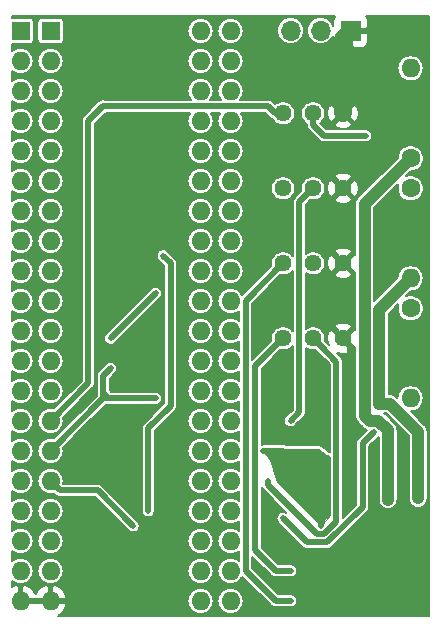
<source format=gbr>
G04 #@! TF.GenerationSoftware,KiCad,Pcbnew,(5.1.2)-1*
G04 #@! TF.CreationDate,2019-11-25T21:42:07-05:00*
G04 #@! TF.ProjectId,svideomod,73766964-656f-46d6-9f64-2e6b69636164,rev?*
G04 #@! TF.SameCoordinates,Original*
G04 #@! TF.FileFunction,Copper,L2,Bot*
G04 #@! TF.FilePolarity,Positive*
%FSLAX46Y46*%
G04 Gerber Fmt 4.6, Leading zero omitted, Abs format (unit mm)*
G04 Created by KiCad (PCBNEW (5.1.2)-1) date 2019-11-25 21:42:07*
%MOMM*%
%LPD*%
G04 APERTURE LIST*
%ADD10C,0.100000*%
%ADD11O,1.700000X1.700000*%
%ADD12R,1.700000X1.700000*%
%ADD13O,1.600000X1.600000*%
%ADD14R,1.600000X1.600000*%
%ADD15C,1.600000*%
%ADD16C,1.440000*%
%ADD17C,0.360000*%
%ADD18C,0.500000*%
%ADD19C,0.500000*%
%ADD20C,1.000000*%
%ADD21C,1.500000*%
%ADD22C,0.203300*%
G04 APERTURE END LIST*
D10*
G36*
X86995000Y-81153000D02*
G01*
X87122000Y-81280000D01*
X87122000Y-86106000D01*
X86360000Y-86995000D01*
X82677000Y-83312000D01*
X82042000Y-81407000D01*
X81534000Y-80772000D01*
X81534000Y-80518000D01*
X86233000Y-80518000D01*
X86995000Y-81153000D01*
G37*
X86995000Y-81153000D02*
X87122000Y-81280000D01*
X87122000Y-86106000D01*
X86360000Y-86995000D01*
X82677000Y-83312000D01*
X82042000Y-81407000D01*
X81534000Y-80772000D01*
X81534000Y-80518000D01*
X86233000Y-80518000D01*
X86995000Y-81153000D01*
D11*
X83829500Y-45077000D03*
X86369500Y-45077000D03*
D12*
X88909500Y-45077000D03*
D13*
X76200000Y-45085000D03*
X60960000Y-93345000D03*
X76200000Y-47625000D03*
X60960000Y-90805000D03*
X76200000Y-50165000D03*
X60960000Y-88265000D03*
X76200000Y-52705000D03*
X60960000Y-85725000D03*
X76200000Y-55245000D03*
X60960000Y-83185000D03*
X76200000Y-57785000D03*
X60960000Y-80645000D03*
X76200000Y-60325000D03*
X60960000Y-78105000D03*
X76200000Y-62865000D03*
X60960000Y-75565000D03*
X76200000Y-65405000D03*
X60960000Y-73025000D03*
X76200000Y-67945000D03*
X60960000Y-70485000D03*
X76200000Y-70485000D03*
X60960000Y-67945000D03*
X76200000Y-73025000D03*
X60960000Y-65405000D03*
X76200000Y-75565000D03*
X60960000Y-62865000D03*
X76200000Y-78105000D03*
X60960000Y-60325000D03*
X76200000Y-80645000D03*
X60960000Y-57785000D03*
X76200000Y-83185000D03*
X60960000Y-55245000D03*
X76200000Y-85725000D03*
X60960000Y-52705000D03*
X76200000Y-88265000D03*
X60960000Y-50165000D03*
X76200000Y-90805000D03*
X60960000Y-47625000D03*
X76200000Y-93345000D03*
D14*
X60960000Y-45085000D03*
D15*
X93980000Y-68580000D03*
D13*
X93980000Y-76200000D03*
D16*
X88265000Y-52070000D03*
X85725000Y-52070000D03*
X83185000Y-52070000D03*
D13*
X93980000Y-48260000D03*
D15*
X93980000Y-55880000D03*
X93980000Y-58420000D03*
D13*
X93980000Y-66040000D03*
D16*
X88265000Y-58420000D03*
X85725000Y-58420000D03*
X83185000Y-58420000D03*
X83185000Y-64770000D03*
X85725000Y-64770000D03*
X88265000Y-64770000D03*
X83185000Y-71120000D03*
X85725000Y-71120000D03*
X88265000Y-71120000D03*
D14*
X63500000Y-45085000D03*
D13*
X78740000Y-93345000D03*
X63500000Y-47625000D03*
X78740000Y-90805000D03*
X63500000Y-50165000D03*
X78740000Y-88265000D03*
X63500000Y-52705000D03*
X78740000Y-85725000D03*
X63500000Y-55245000D03*
X78740000Y-83185000D03*
X63500000Y-57785000D03*
X78740000Y-80645000D03*
X63500000Y-60325000D03*
X78740000Y-78105000D03*
X63500000Y-62865000D03*
X78740000Y-75565000D03*
X63500000Y-65405000D03*
X78740000Y-73025000D03*
X63500000Y-67945000D03*
X78740000Y-70485000D03*
X63500000Y-70485000D03*
X78740000Y-67945000D03*
X63500000Y-73025000D03*
X78740000Y-65405000D03*
X63500000Y-75565000D03*
X78740000Y-62865000D03*
X63500000Y-78105000D03*
X78740000Y-60325000D03*
X63500000Y-80645000D03*
X78740000Y-57785000D03*
X63500000Y-83185000D03*
X78740000Y-55245000D03*
X63500000Y-85725000D03*
X78740000Y-52705000D03*
X63500000Y-88265000D03*
X78740000Y-50165000D03*
X63500000Y-90805000D03*
X78740000Y-47625000D03*
X63500000Y-93345000D03*
X78740000Y-45085000D03*
D17*
X90868500Y-79057500D03*
X83185000Y-86360000D03*
X68580000Y-91440000D03*
X74295000Y-81915000D03*
X88886790Y-82573210D03*
X90560000Y-92066000D03*
X83566000Y-72771000D03*
X81915000Y-68961000D03*
X74333100Y-77927200D03*
X86360000Y-86995000D03*
D18*
X81525000Y-80645000D03*
D17*
X86995000Y-81280000D03*
X81915000Y-83185000D03*
X68580000Y-71120000D03*
X72390000Y-67310000D03*
X72390000Y-76200000D03*
X68580000Y-73660000D03*
X83820000Y-78105000D03*
X90170000Y-53975000D03*
X92075000Y-84772500D03*
X94615000Y-84645500D03*
X71755000Y-85725000D03*
X73025000Y-64135000D03*
X83820000Y-93345000D03*
X83820000Y-90805000D03*
X70485000Y-86995000D03*
D19*
X89916000Y-80010000D02*
X90868500Y-79057500D01*
X89916000Y-85427978D02*
X89916000Y-80010000D01*
X86942558Y-88401420D02*
X89916000Y-85427978D01*
X83185000Y-86360000D02*
X85226420Y-88401420D01*
X85226420Y-88401420D02*
X86942558Y-88401420D01*
D20*
X68580000Y-91440000D02*
X74295000Y-85725000D01*
X74295000Y-85725000D02*
X74295000Y-81915000D01*
X74295000Y-81915000D02*
X74295000Y-81915000D01*
D19*
X88886790Y-71741790D02*
X88265000Y-71120000D01*
X88886790Y-82573210D02*
X88886790Y-71741790D01*
D21*
X88265000Y-45740000D02*
X88910000Y-45095000D01*
X88265000Y-52070000D02*
X88265000Y-45740000D01*
X90551000Y-92075000D02*
X90560000Y-92066000D01*
D19*
X81525000Y-80645000D02*
X83185000Y-80645000D01*
X86360000Y-83820000D02*
X86360000Y-86995000D01*
X83185000Y-80645000D02*
X86360000Y-83820000D01*
X86360000Y-83820000D02*
X86360000Y-81915000D01*
X86360000Y-81915000D02*
X86995000Y-81280000D01*
X86995000Y-81280000D02*
X86995000Y-81280000D01*
X86444999Y-71839999D02*
X85725000Y-71120000D01*
X86651279Y-87698210D02*
X87698209Y-86651280D01*
X87698209Y-73093209D02*
X86444999Y-71839999D01*
X86068721Y-87698210D02*
X86651279Y-87698210D01*
X81915000Y-83544489D02*
X86068721Y-87698210D01*
X87698209Y-86651280D02*
X87698209Y-73093209D01*
X81915000Y-83185000D02*
X81915000Y-83544489D01*
X68580000Y-71120000D02*
X72390000Y-67310000D01*
X72390000Y-67310000D02*
X72390000Y-67310000D01*
X67945000Y-74295000D02*
X68580000Y-73660000D01*
X63500000Y-80645000D02*
X67945000Y-76200000D01*
X72390000Y-76200000D02*
X67945000Y-76200000D01*
X67945000Y-74930000D02*
X67945000Y-74295000D01*
X67945000Y-76200000D02*
X67945000Y-74930000D01*
X67970400Y-75755500D02*
X68389500Y-76174600D01*
X84551799Y-59593201D02*
X84551799Y-77373201D01*
X85725000Y-58420000D02*
X84551799Y-59593201D01*
X84551799Y-77373201D02*
X83820000Y-78105000D01*
X83820000Y-78105000D02*
X83820000Y-78105000D01*
X85725000Y-53088233D02*
X86611767Y-53975000D01*
X85725000Y-52070000D02*
X85725000Y-53088233D01*
X86611767Y-53975000D02*
X90170000Y-53975000D01*
X90170000Y-53975000D02*
X90170000Y-53975000D01*
X63500000Y-78105000D02*
X66675000Y-74930000D01*
X66675000Y-74930000D02*
X66675000Y-52705000D01*
X66675000Y-52705000D02*
X67945000Y-51435000D01*
X67961799Y-51451799D02*
X81898201Y-51451799D01*
X67945000Y-51435000D02*
X67961799Y-51451799D01*
X81898201Y-51451799D02*
X82516402Y-52070000D01*
X82516402Y-52070000D02*
X83185000Y-52070000D01*
D20*
X92075000Y-84517942D02*
X92075000Y-84772500D01*
X93980000Y-55880000D02*
X90106500Y-59753500D01*
X90106500Y-77660500D02*
X90550291Y-78104291D01*
X90106500Y-59753500D02*
X90106500Y-77660500D01*
X90550291Y-78104291D02*
X91263333Y-78104291D01*
X91263333Y-78104291D02*
X92075000Y-78915958D01*
X92075000Y-78915958D02*
X92075000Y-84517942D01*
X93980000Y-66040000D02*
X91309710Y-68710290D01*
X91309710Y-68710290D02*
X91309710Y-76644500D01*
X92199762Y-76644500D02*
X94615000Y-79059738D01*
X91309710Y-76644500D02*
X92199762Y-76644500D01*
X94615000Y-79059738D02*
X94615000Y-84645500D01*
X94615000Y-84645500D02*
X94615000Y-84645500D01*
D19*
X73660000Y-64770000D02*
X73025000Y-64135000D01*
X73660000Y-76835000D02*
X73660000Y-64770000D01*
X71755000Y-85725000D02*
X71755000Y-78740000D01*
X71755000Y-78740000D02*
X73660000Y-76835000D01*
X83185000Y-64770000D02*
X80010000Y-67945000D01*
X80010000Y-67945000D02*
X80010000Y-84455000D01*
X80010000Y-84455000D02*
X80010000Y-90805000D01*
X80010000Y-90805000D02*
X82550000Y-93345000D01*
X82550000Y-93345000D02*
X83820000Y-93345000D01*
X83820000Y-93345000D02*
X83820000Y-93345000D01*
X80821790Y-73483210D02*
X80821790Y-81456790D01*
X83185000Y-71120000D02*
X80821790Y-73483210D01*
X80821790Y-81456790D02*
X80821790Y-89076790D01*
X80821790Y-89076790D02*
X82550000Y-90805000D01*
X82550000Y-90805000D02*
X83820000Y-90805000D01*
X64299999Y-83984999D02*
X67474999Y-83984999D01*
X63500000Y-83185000D02*
X64299999Y-83984999D01*
X67474999Y-83984999D02*
X70485000Y-86995000D01*
X70485000Y-86995000D02*
X70485000Y-86995000D01*
D22*
G36*
X87550142Y-43886658D02*
G01*
X87493531Y-43992568D01*
X87458671Y-44107488D01*
X87446900Y-44227000D01*
X87449230Y-44657715D01*
X87441697Y-44632881D01*
X87334452Y-44432240D01*
X87190124Y-44256376D01*
X87014260Y-44112048D01*
X86813619Y-44004803D01*
X86595910Y-43938761D01*
X86426237Y-43922050D01*
X86312763Y-43922050D01*
X86143090Y-43938761D01*
X85925381Y-44004803D01*
X85724740Y-44112048D01*
X85548876Y-44256376D01*
X85404548Y-44432240D01*
X85297303Y-44632881D01*
X85231261Y-44850590D01*
X85208962Y-45077000D01*
X85231261Y-45303410D01*
X85297303Y-45521119D01*
X85404548Y-45721760D01*
X85548876Y-45897624D01*
X85724740Y-46041952D01*
X85925381Y-46149197D01*
X86143090Y-46215239D01*
X86312763Y-46231950D01*
X86426237Y-46231950D01*
X86595910Y-46215239D01*
X86813619Y-46149197D01*
X87014260Y-46041952D01*
X87190124Y-45897624D01*
X87334452Y-45721760D01*
X87441697Y-45521119D01*
X87449230Y-45496285D01*
X87446900Y-45927000D01*
X87458671Y-46046512D01*
X87493531Y-46161432D01*
X87550142Y-46267342D01*
X87626326Y-46360174D01*
X87719158Y-46436358D01*
X87825068Y-46492969D01*
X87939988Y-46527829D01*
X88059500Y-46539600D01*
X88604738Y-46536650D01*
X88757150Y-46384238D01*
X88757150Y-45229350D01*
X89061850Y-45229350D01*
X89061850Y-46384238D01*
X89214262Y-46536650D01*
X89759500Y-46539600D01*
X89879012Y-46527829D01*
X89993932Y-46492969D01*
X90099842Y-46436358D01*
X90192674Y-46360174D01*
X90268858Y-46267342D01*
X90325469Y-46161432D01*
X90360329Y-46046512D01*
X90372100Y-45927000D01*
X90369150Y-45381762D01*
X90216738Y-45229350D01*
X89061850Y-45229350D01*
X88757150Y-45229350D01*
X88737150Y-45229350D01*
X88737150Y-44924650D01*
X88757150Y-44924650D01*
X88757150Y-44904650D01*
X89061850Y-44904650D01*
X89061850Y-44924650D01*
X90216738Y-44924650D01*
X90369150Y-44772238D01*
X90372100Y-44227000D01*
X90360329Y-44107488D01*
X90325469Y-43992568D01*
X90268858Y-43886658D01*
X90220268Y-43827450D01*
X95555051Y-43827450D01*
X95555050Y-94602550D01*
X64135160Y-94602550D01*
X64362128Y-94460287D01*
X64563144Y-94270664D01*
X64723304Y-94045469D01*
X64836453Y-93793355D01*
X64860307Y-93714700D01*
X64747973Y-93497350D01*
X63652350Y-93497350D01*
X63652350Y-93517350D01*
X63347650Y-93517350D01*
X63347650Y-93497350D01*
X62252027Y-93497350D01*
X62230000Y-93539969D01*
X62207973Y-93497350D01*
X61112350Y-93497350D01*
X61112350Y-93517350D01*
X60807650Y-93517350D01*
X60807650Y-93497350D01*
X60787650Y-93497350D01*
X60787650Y-93345000D01*
X75089704Y-93345000D01*
X75111038Y-93561608D01*
X75174220Y-93769892D01*
X75276823Y-93961847D01*
X75414902Y-94130098D01*
X75583153Y-94268177D01*
X75775108Y-94370780D01*
X75983392Y-94433962D01*
X76145721Y-94449950D01*
X76254279Y-94449950D01*
X76416608Y-94433962D01*
X76624892Y-94370780D01*
X76816847Y-94268177D01*
X76985098Y-94130098D01*
X77123177Y-93961847D01*
X77225780Y-93769892D01*
X77288962Y-93561608D01*
X77310296Y-93345000D01*
X77629704Y-93345000D01*
X77651038Y-93561608D01*
X77714220Y-93769892D01*
X77816823Y-93961847D01*
X77954902Y-94130098D01*
X78123153Y-94268177D01*
X78315108Y-94370780D01*
X78523392Y-94433962D01*
X78685721Y-94449950D01*
X78794279Y-94449950D01*
X78956608Y-94433962D01*
X79164892Y-94370780D01*
X79356847Y-94268177D01*
X79525098Y-94130098D01*
X79663177Y-93961847D01*
X79765780Y-93769892D01*
X79828962Y-93561608D01*
X79850296Y-93345000D01*
X79828962Y-93128392D01*
X79765780Y-92920108D01*
X79663177Y-92728153D01*
X79525098Y-92559902D01*
X79356847Y-92421823D01*
X79164892Y-92319220D01*
X78956608Y-92256038D01*
X78794279Y-92240050D01*
X78685721Y-92240050D01*
X78523392Y-92256038D01*
X78315108Y-92319220D01*
X78123153Y-92421823D01*
X77954902Y-92559902D01*
X77816823Y-92728153D01*
X77714220Y-92920108D01*
X77651038Y-93128392D01*
X77629704Y-93345000D01*
X77310296Y-93345000D01*
X77288962Y-93128392D01*
X77225780Y-92920108D01*
X77123177Y-92728153D01*
X76985098Y-92559902D01*
X76816847Y-92421823D01*
X76624892Y-92319220D01*
X76416608Y-92256038D01*
X76254279Y-92240050D01*
X76145721Y-92240050D01*
X75983392Y-92256038D01*
X75775108Y-92319220D01*
X75583153Y-92421823D01*
X75414902Y-92559902D01*
X75276823Y-92728153D01*
X75174220Y-92920108D01*
X75111038Y-93128392D01*
X75089704Y-93345000D01*
X60787650Y-93345000D01*
X60787650Y-93192650D01*
X60807650Y-93192650D01*
X60807650Y-92096013D01*
X61112350Y-92096013D01*
X61112350Y-93192650D01*
X62207973Y-93192650D01*
X62230000Y-93150031D01*
X62252027Y-93192650D01*
X63347650Y-93192650D01*
X63347650Y-92096013D01*
X63652350Y-92096013D01*
X63652350Y-93192650D01*
X64747973Y-93192650D01*
X64860307Y-92975300D01*
X64836453Y-92896645D01*
X64723304Y-92644531D01*
X64563144Y-92419336D01*
X64362128Y-92229713D01*
X64127981Y-92082950D01*
X63869701Y-91984687D01*
X63652350Y-92096013D01*
X63347650Y-92096013D01*
X63130299Y-91984687D01*
X62872019Y-92082950D01*
X62637872Y-92229713D01*
X62436856Y-92419336D01*
X62276696Y-92644531D01*
X62230000Y-92748577D01*
X62183304Y-92644531D01*
X62023144Y-92419336D01*
X61822128Y-92229713D01*
X61587981Y-92082950D01*
X61329701Y-91984687D01*
X61112350Y-92096013D01*
X60807650Y-92096013D01*
X60590299Y-91984687D01*
X60332019Y-92082950D01*
X60210450Y-92159149D01*
X60210450Y-91619271D01*
X60343153Y-91728177D01*
X60535108Y-91830780D01*
X60743392Y-91893962D01*
X60905721Y-91909950D01*
X61014279Y-91909950D01*
X61176608Y-91893962D01*
X61384892Y-91830780D01*
X61576847Y-91728177D01*
X61745098Y-91590098D01*
X61883177Y-91421847D01*
X61985780Y-91229892D01*
X62048962Y-91021608D01*
X62070296Y-90805000D01*
X62389704Y-90805000D01*
X62411038Y-91021608D01*
X62474220Y-91229892D01*
X62576823Y-91421847D01*
X62714902Y-91590098D01*
X62883153Y-91728177D01*
X63075108Y-91830780D01*
X63283392Y-91893962D01*
X63445721Y-91909950D01*
X63554279Y-91909950D01*
X63716608Y-91893962D01*
X63924892Y-91830780D01*
X64116847Y-91728177D01*
X64285098Y-91590098D01*
X64423177Y-91421847D01*
X64525780Y-91229892D01*
X64588962Y-91021608D01*
X64610296Y-90805000D01*
X75089704Y-90805000D01*
X75111038Y-91021608D01*
X75174220Y-91229892D01*
X75276823Y-91421847D01*
X75414902Y-91590098D01*
X75583153Y-91728177D01*
X75775108Y-91830780D01*
X75983392Y-91893962D01*
X76145721Y-91909950D01*
X76254279Y-91909950D01*
X76416608Y-91893962D01*
X76624892Y-91830780D01*
X76816847Y-91728177D01*
X76985098Y-91590098D01*
X77123177Y-91421847D01*
X77225780Y-91229892D01*
X77288962Y-91021608D01*
X77310296Y-90805000D01*
X77288962Y-90588392D01*
X77225780Y-90380108D01*
X77123177Y-90188153D01*
X76985098Y-90019902D01*
X76816847Y-89881823D01*
X76624892Y-89779220D01*
X76416608Y-89716038D01*
X76254279Y-89700050D01*
X76145721Y-89700050D01*
X75983392Y-89716038D01*
X75775108Y-89779220D01*
X75583153Y-89881823D01*
X75414902Y-90019902D01*
X75276823Y-90188153D01*
X75174220Y-90380108D01*
X75111038Y-90588392D01*
X75089704Y-90805000D01*
X64610296Y-90805000D01*
X64588962Y-90588392D01*
X64525780Y-90380108D01*
X64423177Y-90188153D01*
X64285098Y-90019902D01*
X64116847Y-89881823D01*
X63924892Y-89779220D01*
X63716608Y-89716038D01*
X63554279Y-89700050D01*
X63445721Y-89700050D01*
X63283392Y-89716038D01*
X63075108Y-89779220D01*
X62883153Y-89881823D01*
X62714902Y-90019902D01*
X62576823Y-90188153D01*
X62474220Y-90380108D01*
X62411038Y-90588392D01*
X62389704Y-90805000D01*
X62070296Y-90805000D01*
X62048962Y-90588392D01*
X61985780Y-90380108D01*
X61883177Y-90188153D01*
X61745098Y-90019902D01*
X61576847Y-89881823D01*
X61384892Y-89779220D01*
X61176608Y-89716038D01*
X61014279Y-89700050D01*
X60905721Y-89700050D01*
X60743392Y-89716038D01*
X60535108Y-89779220D01*
X60343153Y-89881823D01*
X60210450Y-89990729D01*
X60210450Y-89079271D01*
X60343153Y-89188177D01*
X60535108Y-89290780D01*
X60743392Y-89353962D01*
X60905721Y-89369950D01*
X61014279Y-89369950D01*
X61176608Y-89353962D01*
X61384892Y-89290780D01*
X61576847Y-89188177D01*
X61745098Y-89050098D01*
X61883177Y-88881847D01*
X61985780Y-88689892D01*
X62048962Y-88481608D01*
X62070296Y-88265000D01*
X62389704Y-88265000D01*
X62411038Y-88481608D01*
X62474220Y-88689892D01*
X62576823Y-88881847D01*
X62714902Y-89050098D01*
X62883153Y-89188177D01*
X63075108Y-89290780D01*
X63283392Y-89353962D01*
X63445721Y-89369950D01*
X63554279Y-89369950D01*
X63716608Y-89353962D01*
X63924892Y-89290780D01*
X64116847Y-89188177D01*
X64285098Y-89050098D01*
X64423177Y-88881847D01*
X64525780Y-88689892D01*
X64588962Y-88481608D01*
X64610296Y-88265000D01*
X75089704Y-88265000D01*
X75111038Y-88481608D01*
X75174220Y-88689892D01*
X75276823Y-88881847D01*
X75414902Y-89050098D01*
X75583153Y-89188177D01*
X75775108Y-89290780D01*
X75983392Y-89353962D01*
X76145721Y-89369950D01*
X76254279Y-89369950D01*
X76416608Y-89353962D01*
X76624892Y-89290780D01*
X76816847Y-89188177D01*
X76985098Y-89050098D01*
X77123177Y-88881847D01*
X77225780Y-88689892D01*
X77288962Y-88481608D01*
X77310296Y-88265000D01*
X77288962Y-88048392D01*
X77225780Y-87840108D01*
X77123177Y-87648153D01*
X76985098Y-87479902D01*
X76816847Y-87341823D01*
X76624892Y-87239220D01*
X76416608Y-87176038D01*
X76254279Y-87160050D01*
X76145721Y-87160050D01*
X75983392Y-87176038D01*
X75775108Y-87239220D01*
X75583153Y-87341823D01*
X75414902Y-87479902D01*
X75276823Y-87648153D01*
X75174220Y-87840108D01*
X75111038Y-88048392D01*
X75089704Y-88265000D01*
X64610296Y-88265000D01*
X64588962Y-88048392D01*
X64525780Y-87840108D01*
X64423177Y-87648153D01*
X64285098Y-87479902D01*
X64116847Y-87341823D01*
X63924892Y-87239220D01*
X63716608Y-87176038D01*
X63554279Y-87160050D01*
X63445721Y-87160050D01*
X63283392Y-87176038D01*
X63075108Y-87239220D01*
X62883153Y-87341823D01*
X62714902Y-87479902D01*
X62576823Y-87648153D01*
X62474220Y-87840108D01*
X62411038Y-88048392D01*
X62389704Y-88265000D01*
X62070296Y-88265000D01*
X62048962Y-88048392D01*
X61985780Y-87840108D01*
X61883177Y-87648153D01*
X61745098Y-87479902D01*
X61576847Y-87341823D01*
X61384892Y-87239220D01*
X61176608Y-87176038D01*
X61014279Y-87160050D01*
X60905721Y-87160050D01*
X60743392Y-87176038D01*
X60535108Y-87239220D01*
X60343153Y-87341823D01*
X60210450Y-87450729D01*
X60210450Y-86539271D01*
X60343153Y-86648177D01*
X60535108Y-86750780D01*
X60743392Y-86813962D01*
X60905721Y-86829950D01*
X61014279Y-86829950D01*
X61176608Y-86813962D01*
X61384892Y-86750780D01*
X61576847Y-86648177D01*
X61745098Y-86510098D01*
X61883177Y-86341847D01*
X61985780Y-86149892D01*
X62048962Y-85941608D01*
X62070296Y-85725000D01*
X62389704Y-85725000D01*
X62411038Y-85941608D01*
X62474220Y-86149892D01*
X62576823Y-86341847D01*
X62714902Y-86510098D01*
X62883153Y-86648177D01*
X63075108Y-86750780D01*
X63283392Y-86813962D01*
X63445721Y-86829950D01*
X63554279Y-86829950D01*
X63716608Y-86813962D01*
X63924892Y-86750780D01*
X64116847Y-86648177D01*
X64285098Y-86510098D01*
X64423177Y-86341847D01*
X64525780Y-86149892D01*
X64588962Y-85941608D01*
X64610296Y-85725000D01*
X64588962Y-85508392D01*
X64525780Y-85300108D01*
X64423177Y-85108153D01*
X64285098Y-84939902D01*
X64116847Y-84801823D01*
X63924892Y-84699220D01*
X63716608Y-84636038D01*
X63554279Y-84620050D01*
X63445721Y-84620050D01*
X63283392Y-84636038D01*
X63075108Y-84699220D01*
X62883153Y-84801823D01*
X62714902Y-84939902D01*
X62576823Y-85108153D01*
X62474220Y-85300108D01*
X62411038Y-85508392D01*
X62389704Y-85725000D01*
X62070296Y-85725000D01*
X62048962Y-85508392D01*
X61985780Y-85300108D01*
X61883177Y-85108153D01*
X61745098Y-84939902D01*
X61576847Y-84801823D01*
X61384892Y-84699220D01*
X61176608Y-84636038D01*
X61014279Y-84620050D01*
X60905721Y-84620050D01*
X60743392Y-84636038D01*
X60535108Y-84699220D01*
X60343153Y-84801823D01*
X60210450Y-84910729D01*
X60210450Y-83999271D01*
X60343153Y-84108177D01*
X60535108Y-84210780D01*
X60743392Y-84273962D01*
X60905721Y-84289950D01*
X61014279Y-84289950D01*
X61176608Y-84273962D01*
X61384892Y-84210780D01*
X61576847Y-84108177D01*
X61745098Y-83970098D01*
X61883177Y-83801847D01*
X61985780Y-83609892D01*
X62048962Y-83401608D01*
X62070296Y-83185000D01*
X62389704Y-83185000D01*
X62411038Y-83401608D01*
X62474220Y-83609892D01*
X62576823Y-83801847D01*
X62714902Y-83970098D01*
X62883153Y-84108177D01*
X63075108Y-84210780D01*
X63283392Y-84273962D01*
X63445721Y-84289950D01*
X63554279Y-84289950D01*
X63716608Y-84273962D01*
X63783771Y-84253589D01*
X63888318Y-84358136D01*
X63905692Y-84379306D01*
X63926862Y-84396680D01*
X63926866Y-84396684D01*
X63950147Y-84415790D01*
X63990194Y-84448656D01*
X64086601Y-84500187D01*
X64191210Y-84531919D01*
X64272738Y-84539949D01*
X64272755Y-84539949D01*
X64299998Y-84542632D01*
X64327241Y-84539949D01*
X67245132Y-84539949D01*
X70073319Y-87368137D01*
X70090693Y-87389307D01*
X70111863Y-87406681D01*
X70111867Y-87406685D01*
X70133888Y-87424757D01*
X70175195Y-87458657D01*
X70271602Y-87510188D01*
X70351864Y-87534534D01*
X70376210Y-87541920D01*
X70386526Y-87542936D01*
X70457739Y-87549950D01*
X70457746Y-87549950D01*
X70484999Y-87552634D01*
X70512252Y-87549950D01*
X70512261Y-87549950D01*
X70593789Y-87541920D01*
X70698398Y-87510188D01*
X70794805Y-87458657D01*
X70879307Y-87389307D01*
X70948657Y-87304805D01*
X71000188Y-87208398D01*
X71031920Y-87103789D01*
X71042635Y-86995000D01*
X71031920Y-86886211D01*
X71031289Y-86884129D01*
X71019404Y-86844950D01*
X71000188Y-86781602D01*
X70948657Y-86685195D01*
X70935478Y-86669137D01*
X70896685Y-86621867D01*
X70896681Y-86621863D01*
X70879307Y-86600693D01*
X70858137Y-86583319D01*
X67886683Y-83611866D01*
X67869306Y-83590692D01*
X67784804Y-83521342D01*
X67688397Y-83469811D01*
X67583788Y-83438079D01*
X67502260Y-83430049D01*
X67502252Y-83430049D01*
X67474999Y-83427365D01*
X67447746Y-83430049D01*
X64580335Y-83430049D01*
X64588962Y-83401608D01*
X64610296Y-83185000D01*
X64588962Y-82968392D01*
X64525780Y-82760108D01*
X64423177Y-82568153D01*
X64285098Y-82399902D01*
X64116847Y-82261823D01*
X63924892Y-82159220D01*
X63716608Y-82096038D01*
X63554279Y-82080050D01*
X63445721Y-82080050D01*
X63283392Y-82096038D01*
X63075108Y-82159220D01*
X62883153Y-82261823D01*
X62714902Y-82399902D01*
X62576823Y-82568153D01*
X62474220Y-82760108D01*
X62411038Y-82968392D01*
X62389704Y-83185000D01*
X62070296Y-83185000D01*
X62048962Y-82968392D01*
X61985780Y-82760108D01*
X61883177Y-82568153D01*
X61745098Y-82399902D01*
X61576847Y-82261823D01*
X61384892Y-82159220D01*
X61176608Y-82096038D01*
X61014279Y-82080050D01*
X60905721Y-82080050D01*
X60743392Y-82096038D01*
X60535108Y-82159220D01*
X60343153Y-82261823D01*
X60210450Y-82370729D01*
X60210450Y-81459271D01*
X60343153Y-81568177D01*
X60535108Y-81670780D01*
X60743392Y-81733962D01*
X60905721Y-81749950D01*
X61014279Y-81749950D01*
X61176608Y-81733962D01*
X61384892Y-81670780D01*
X61576847Y-81568177D01*
X61745098Y-81430098D01*
X61883177Y-81261847D01*
X61985780Y-81069892D01*
X62048962Y-80861608D01*
X62070296Y-80645000D01*
X62389704Y-80645000D01*
X62411038Y-80861608D01*
X62474220Y-81069892D01*
X62576823Y-81261847D01*
X62714902Y-81430098D01*
X62883153Y-81568177D01*
X63075108Y-81670780D01*
X63283392Y-81733962D01*
X63445721Y-81749950D01*
X63554279Y-81749950D01*
X63716608Y-81733962D01*
X63924892Y-81670780D01*
X64116847Y-81568177D01*
X64285098Y-81430098D01*
X64423177Y-81261847D01*
X64525780Y-81069892D01*
X64588962Y-80861608D01*
X64610296Y-80645000D01*
X64588962Y-80428392D01*
X64568588Y-80361229D01*
X66189817Y-78740000D01*
X71197366Y-78740000D01*
X71200051Y-78767263D01*
X71200050Y-85752260D01*
X71208080Y-85833788D01*
X71239812Y-85938397D01*
X71291343Y-86034805D01*
X71360693Y-86119307D01*
X71445195Y-86188657D01*
X71541602Y-86240188D01*
X71646211Y-86271920D01*
X71755000Y-86282635D01*
X71863788Y-86271920D01*
X71968397Y-86240188D01*
X72064805Y-86188657D01*
X72149307Y-86119307D01*
X72218657Y-86034805D01*
X72270188Y-85938398D01*
X72301920Y-85833789D01*
X72309950Y-85752261D01*
X72309950Y-85725000D01*
X75089704Y-85725000D01*
X75111038Y-85941608D01*
X75174220Y-86149892D01*
X75276823Y-86341847D01*
X75414902Y-86510098D01*
X75583153Y-86648177D01*
X75775108Y-86750780D01*
X75983392Y-86813962D01*
X76145721Y-86829950D01*
X76254279Y-86829950D01*
X76416608Y-86813962D01*
X76624892Y-86750780D01*
X76816847Y-86648177D01*
X76985098Y-86510098D01*
X77123177Y-86341847D01*
X77225780Y-86149892D01*
X77288962Y-85941608D01*
X77310296Y-85725000D01*
X77288962Y-85508392D01*
X77225780Y-85300108D01*
X77123177Y-85108153D01*
X76985098Y-84939902D01*
X76816847Y-84801823D01*
X76624892Y-84699220D01*
X76416608Y-84636038D01*
X76254279Y-84620050D01*
X76145721Y-84620050D01*
X75983392Y-84636038D01*
X75775108Y-84699220D01*
X75583153Y-84801823D01*
X75414902Y-84939902D01*
X75276823Y-85108153D01*
X75174220Y-85300108D01*
X75111038Y-85508392D01*
X75089704Y-85725000D01*
X72309950Y-85725000D01*
X72309950Y-83185000D01*
X75089704Y-83185000D01*
X75111038Y-83401608D01*
X75174220Y-83609892D01*
X75276823Y-83801847D01*
X75414902Y-83970098D01*
X75583153Y-84108177D01*
X75775108Y-84210780D01*
X75983392Y-84273962D01*
X76145721Y-84289950D01*
X76254279Y-84289950D01*
X76416608Y-84273962D01*
X76624892Y-84210780D01*
X76816847Y-84108177D01*
X76985098Y-83970098D01*
X77123177Y-83801847D01*
X77225780Y-83609892D01*
X77288962Y-83401608D01*
X77310296Y-83185000D01*
X77288962Y-82968392D01*
X77225780Y-82760108D01*
X77123177Y-82568153D01*
X76985098Y-82399902D01*
X76816847Y-82261823D01*
X76624892Y-82159220D01*
X76416608Y-82096038D01*
X76254279Y-82080050D01*
X76145721Y-82080050D01*
X75983392Y-82096038D01*
X75775108Y-82159220D01*
X75583153Y-82261823D01*
X75414902Y-82399902D01*
X75276823Y-82568153D01*
X75174220Y-82760108D01*
X75111038Y-82968392D01*
X75089704Y-83185000D01*
X72309950Y-83185000D01*
X72309950Y-80645000D01*
X75089704Y-80645000D01*
X75111038Y-80861608D01*
X75174220Y-81069892D01*
X75276823Y-81261847D01*
X75414902Y-81430098D01*
X75583153Y-81568177D01*
X75775108Y-81670780D01*
X75983392Y-81733962D01*
X76145721Y-81749950D01*
X76254279Y-81749950D01*
X76416608Y-81733962D01*
X76624892Y-81670780D01*
X76816847Y-81568177D01*
X76985098Y-81430098D01*
X77123177Y-81261847D01*
X77225780Y-81069892D01*
X77288962Y-80861608D01*
X77310296Y-80645000D01*
X77288962Y-80428392D01*
X77225780Y-80220108D01*
X77123177Y-80028153D01*
X76985098Y-79859902D01*
X76816847Y-79721823D01*
X76624892Y-79619220D01*
X76416608Y-79556038D01*
X76254279Y-79540050D01*
X76145721Y-79540050D01*
X75983392Y-79556038D01*
X75775108Y-79619220D01*
X75583153Y-79721823D01*
X75414902Y-79859902D01*
X75276823Y-80028153D01*
X75174220Y-80220108D01*
X75111038Y-80428392D01*
X75089704Y-80645000D01*
X72309950Y-80645000D01*
X72309950Y-78969867D01*
X73174817Y-78105000D01*
X75089704Y-78105000D01*
X75111038Y-78321608D01*
X75174220Y-78529892D01*
X75276823Y-78721847D01*
X75414902Y-78890098D01*
X75583153Y-79028177D01*
X75775108Y-79130780D01*
X75983392Y-79193962D01*
X76145721Y-79209950D01*
X76254279Y-79209950D01*
X76416608Y-79193962D01*
X76624892Y-79130780D01*
X76816847Y-79028177D01*
X76985098Y-78890098D01*
X77123177Y-78721847D01*
X77225780Y-78529892D01*
X77288962Y-78321608D01*
X77310296Y-78105000D01*
X77288962Y-77888392D01*
X77225780Y-77680108D01*
X77123177Y-77488153D01*
X76985098Y-77319902D01*
X76816847Y-77181823D01*
X76624892Y-77079220D01*
X76416608Y-77016038D01*
X76254279Y-77000050D01*
X76145721Y-77000050D01*
X75983392Y-77016038D01*
X75775108Y-77079220D01*
X75583153Y-77181823D01*
X75414902Y-77319902D01*
X75276823Y-77488153D01*
X75174220Y-77680108D01*
X75111038Y-77888392D01*
X75089704Y-78105000D01*
X73174817Y-78105000D01*
X74033137Y-77246681D01*
X74054307Y-77229307D01*
X74071681Y-77208137D01*
X74071685Y-77208133D01*
X74123656Y-77144806D01*
X74150883Y-77093870D01*
X74175188Y-77048398D01*
X74193518Y-76987971D01*
X74206920Y-76943790D01*
X74210293Y-76909545D01*
X74214950Y-76862261D01*
X74214950Y-76862253D01*
X74217634Y-76835000D01*
X74214950Y-76807747D01*
X74214950Y-75565000D01*
X75089704Y-75565000D01*
X75111038Y-75781608D01*
X75174220Y-75989892D01*
X75276823Y-76181847D01*
X75414902Y-76350098D01*
X75583153Y-76488177D01*
X75775108Y-76590780D01*
X75983392Y-76653962D01*
X76145721Y-76669950D01*
X76254279Y-76669950D01*
X76416608Y-76653962D01*
X76624892Y-76590780D01*
X76816847Y-76488177D01*
X76985098Y-76350098D01*
X77123177Y-76181847D01*
X77225780Y-75989892D01*
X77288962Y-75781608D01*
X77310296Y-75565000D01*
X77288962Y-75348392D01*
X77225780Y-75140108D01*
X77123177Y-74948153D01*
X76985098Y-74779902D01*
X76816847Y-74641823D01*
X76624892Y-74539220D01*
X76416608Y-74476038D01*
X76254279Y-74460050D01*
X76145721Y-74460050D01*
X75983392Y-74476038D01*
X75775108Y-74539220D01*
X75583153Y-74641823D01*
X75414902Y-74779902D01*
X75276823Y-74948153D01*
X75174220Y-75140108D01*
X75111038Y-75348392D01*
X75089704Y-75565000D01*
X74214950Y-75565000D01*
X74214950Y-73025000D01*
X75089704Y-73025000D01*
X75111038Y-73241608D01*
X75174220Y-73449892D01*
X75276823Y-73641847D01*
X75414902Y-73810098D01*
X75583153Y-73948177D01*
X75775108Y-74050780D01*
X75983392Y-74113962D01*
X76145721Y-74129950D01*
X76254279Y-74129950D01*
X76416608Y-74113962D01*
X76624892Y-74050780D01*
X76816847Y-73948177D01*
X76985098Y-73810098D01*
X77123177Y-73641847D01*
X77225780Y-73449892D01*
X77288962Y-73241608D01*
X77310296Y-73025000D01*
X77288962Y-72808392D01*
X77225780Y-72600108D01*
X77123177Y-72408153D01*
X76985098Y-72239902D01*
X76816847Y-72101823D01*
X76624892Y-71999220D01*
X76416608Y-71936038D01*
X76254279Y-71920050D01*
X76145721Y-71920050D01*
X75983392Y-71936038D01*
X75775108Y-71999220D01*
X75583153Y-72101823D01*
X75414902Y-72239902D01*
X75276823Y-72408153D01*
X75174220Y-72600108D01*
X75111038Y-72808392D01*
X75089704Y-73025000D01*
X74214950Y-73025000D01*
X74214950Y-70485000D01*
X75089704Y-70485000D01*
X75111038Y-70701608D01*
X75174220Y-70909892D01*
X75276823Y-71101847D01*
X75414902Y-71270098D01*
X75583153Y-71408177D01*
X75775108Y-71510780D01*
X75983392Y-71573962D01*
X76145721Y-71589950D01*
X76254279Y-71589950D01*
X76416608Y-71573962D01*
X76624892Y-71510780D01*
X76816847Y-71408177D01*
X76985098Y-71270098D01*
X77123177Y-71101847D01*
X77225780Y-70909892D01*
X77288962Y-70701608D01*
X77310296Y-70485000D01*
X77288962Y-70268392D01*
X77225780Y-70060108D01*
X77123177Y-69868153D01*
X76985098Y-69699902D01*
X76816847Y-69561823D01*
X76624892Y-69459220D01*
X76416608Y-69396038D01*
X76254279Y-69380050D01*
X76145721Y-69380050D01*
X75983392Y-69396038D01*
X75775108Y-69459220D01*
X75583153Y-69561823D01*
X75414902Y-69699902D01*
X75276823Y-69868153D01*
X75174220Y-70060108D01*
X75111038Y-70268392D01*
X75089704Y-70485000D01*
X74214950Y-70485000D01*
X74214950Y-67945000D01*
X75089704Y-67945000D01*
X75111038Y-68161608D01*
X75174220Y-68369892D01*
X75276823Y-68561847D01*
X75414902Y-68730098D01*
X75583153Y-68868177D01*
X75775108Y-68970780D01*
X75983392Y-69033962D01*
X76145721Y-69049950D01*
X76254279Y-69049950D01*
X76416608Y-69033962D01*
X76624892Y-68970780D01*
X76816847Y-68868177D01*
X76985098Y-68730098D01*
X77123177Y-68561847D01*
X77225780Y-68369892D01*
X77288962Y-68161608D01*
X77310296Y-67945000D01*
X77629704Y-67945000D01*
X77651038Y-68161608D01*
X77714220Y-68369892D01*
X77816823Y-68561847D01*
X77954902Y-68730098D01*
X78123153Y-68868177D01*
X78315108Y-68970780D01*
X78523392Y-69033962D01*
X78685721Y-69049950D01*
X78794279Y-69049950D01*
X78956608Y-69033962D01*
X79164892Y-68970780D01*
X79356847Y-68868177D01*
X79455050Y-68787584D01*
X79455050Y-69642416D01*
X79356847Y-69561823D01*
X79164892Y-69459220D01*
X78956608Y-69396038D01*
X78794279Y-69380050D01*
X78685721Y-69380050D01*
X78523392Y-69396038D01*
X78315108Y-69459220D01*
X78123153Y-69561823D01*
X77954902Y-69699902D01*
X77816823Y-69868153D01*
X77714220Y-70060108D01*
X77651038Y-70268392D01*
X77629704Y-70485000D01*
X77651038Y-70701608D01*
X77714220Y-70909892D01*
X77816823Y-71101847D01*
X77954902Y-71270098D01*
X78123153Y-71408177D01*
X78315108Y-71510780D01*
X78523392Y-71573962D01*
X78685721Y-71589950D01*
X78794279Y-71589950D01*
X78956608Y-71573962D01*
X79164892Y-71510780D01*
X79356847Y-71408177D01*
X79455050Y-71327584D01*
X79455050Y-72182416D01*
X79356847Y-72101823D01*
X79164892Y-71999220D01*
X78956608Y-71936038D01*
X78794279Y-71920050D01*
X78685721Y-71920050D01*
X78523392Y-71936038D01*
X78315108Y-71999220D01*
X78123153Y-72101823D01*
X77954902Y-72239902D01*
X77816823Y-72408153D01*
X77714220Y-72600108D01*
X77651038Y-72808392D01*
X77629704Y-73025000D01*
X77651038Y-73241608D01*
X77714220Y-73449892D01*
X77816823Y-73641847D01*
X77954902Y-73810098D01*
X78123153Y-73948177D01*
X78315108Y-74050780D01*
X78523392Y-74113962D01*
X78685721Y-74129950D01*
X78794279Y-74129950D01*
X78956608Y-74113962D01*
X79164892Y-74050780D01*
X79356847Y-73948177D01*
X79455050Y-73867584D01*
X79455050Y-74722416D01*
X79356847Y-74641823D01*
X79164892Y-74539220D01*
X78956608Y-74476038D01*
X78794279Y-74460050D01*
X78685721Y-74460050D01*
X78523392Y-74476038D01*
X78315108Y-74539220D01*
X78123153Y-74641823D01*
X77954902Y-74779902D01*
X77816823Y-74948153D01*
X77714220Y-75140108D01*
X77651038Y-75348392D01*
X77629704Y-75565000D01*
X77651038Y-75781608D01*
X77714220Y-75989892D01*
X77816823Y-76181847D01*
X77954902Y-76350098D01*
X78123153Y-76488177D01*
X78315108Y-76590780D01*
X78523392Y-76653962D01*
X78685721Y-76669950D01*
X78794279Y-76669950D01*
X78956608Y-76653962D01*
X79164892Y-76590780D01*
X79356847Y-76488177D01*
X79455051Y-76407584D01*
X79455051Y-77262416D01*
X79356847Y-77181823D01*
X79164892Y-77079220D01*
X78956608Y-77016038D01*
X78794279Y-77000050D01*
X78685721Y-77000050D01*
X78523392Y-77016038D01*
X78315108Y-77079220D01*
X78123153Y-77181823D01*
X77954902Y-77319902D01*
X77816823Y-77488153D01*
X77714220Y-77680108D01*
X77651038Y-77888392D01*
X77629704Y-78105000D01*
X77651038Y-78321608D01*
X77714220Y-78529892D01*
X77816823Y-78721847D01*
X77954902Y-78890098D01*
X78123153Y-79028177D01*
X78315108Y-79130780D01*
X78523392Y-79193962D01*
X78685721Y-79209950D01*
X78794279Y-79209950D01*
X78956608Y-79193962D01*
X79164892Y-79130780D01*
X79356847Y-79028177D01*
X79455051Y-78947584D01*
X79455051Y-79802416D01*
X79356847Y-79721823D01*
X79164892Y-79619220D01*
X78956608Y-79556038D01*
X78794279Y-79540050D01*
X78685721Y-79540050D01*
X78523392Y-79556038D01*
X78315108Y-79619220D01*
X78123153Y-79721823D01*
X77954902Y-79859902D01*
X77816823Y-80028153D01*
X77714220Y-80220108D01*
X77651038Y-80428392D01*
X77629704Y-80645000D01*
X77651038Y-80861608D01*
X77714220Y-81069892D01*
X77816823Y-81261847D01*
X77954902Y-81430098D01*
X78123153Y-81568177D01*
X78315108Y-81670780D01*
X78523392Y-81733962D01*
X78685721Y-81749950D01*
X78794279Y-81749950D01*
X78956608Y-81733962D01*
X79164892Y-81670780D01*
X79356847Y-81568177D01*
X79455051Y-81487584D01*
X79455051Y-82342416D01*
X79356847Y-82261823D01*
X79164892Y-82159220D01*
X78956608Y-82096038D01*
X78794279Y-82080050D01*
X78685721Y-82080050D01*
X78523392Y-82096038D01*
X78315108Y-82159220D01*
X78123153Y-82261823D01*
X77954902Y-82399902D01*
X77816823Y-82568153D01*
X77714220Y-82760108D01*
X77651038Y-82968392D01*
X77629704Y-83185000D01*
X77651038Y-83401608D01*
X77714220Y-83609892D01*
X77816823Y-83801847D01*
X77954902Y-83970098D01*
X78123153Y-84108177D01*
X78315108Y-84210780D01*
X78523392Y-84273962D01*
X78685721Y-84289950D01*
X78794279Y-84289950D01*
X78956608Y-84273962D01*
X79164892Y-84210780D01*
X79356847Y-84108177D01*
X79455051Y-84027584D01*
X79455051Y-84427730D01*
X79455050Y-84427740D01*
X79455050Y-84882416D01*
X79356847Y-84801823D01*
X79164892Y-84699220D01*
X78956608Y-84636038D01*
X78794279Y-84620050D01*
X78685721Y-84620050D01*
X78523392Y-84636038D01*
X78315108Y-84699220D01*
X78123153Y-84801823D01*
X77954902Y-84939902D01*
X77816823Y-85108153D01*
X77714220Y-85300108D01*
X77651038Y-85508392D01*
X77629704Y-85725000D01*
X77651038Y-85941608D01*
X77714220Y-86149892D01*
X77816823Y-86341847D01*
X77954902Y-86510098D01*
X78123153Y-86648177D01*
X78315108Y-86750780D01*
X78523392Y-86813962D01*
X78685721Y-86829950D01*
X78794279Y-86829950D01*
X78956608Y-86813962D01*
X79164892Y-86750780D01*
X79356847Y-86648177D01*
X79455050Y-86567584D01*
X79455050Y-87422416D01*
X79356847Y-87341823D01*
X79164892Y-87239220D01*
X78956608Y-87176038D01*
X78794279Y-87160050D01*
X78685721Y-87160050D01*
X78523392Y-87176038D01*
X78315108Y-87239220D01*
X78123153Y-87341823D01*
X77954902Y-87479902D01*
X77816823Y-87648153D01*
X77714220Y-87840108D01*
X77651038Y-88048392D01*
X77629704Y-88265000D01*
X77651038Y-88481608D01*
X77714220Y-88689892D01*
X77816823Y-88881847D01*
X77954902Y-89050098D01*
X78123153Y-89188177D01*
X78315108Y-89290780D01*
X78523392Y-89353962D01*
X78685721Y-89369950D01*
X78794279Y-89369950D01*
X78956608Y-89353962D01*
X79164892Y-89290780D01*
X79356847Y-89188177D01*
X79455051Y-89107584D01*
X79455051Y-89962416D01*
X79356847Y-89881823D01*
X79164892Y-89779220D01*
X78956608Y-89716038D01*
X78794279Y-89700050D01*
X78685721Y-89700050D01*
X78523392Y-89716038D01*
X78315108Y-89779220D01*
X78123153Y-89881823D01*
X77954902Y-90019902D01*
X77816823Y-90188153D01*
X77714220Y-90380108D01*
X77651038Y-90588392D01*
X77629704Y-90805000D01*
X77651038Y-91021608D01*
X77714220Y-91229892D01*
X77816823Y-91421847D01*
X77954902Y-91590098D01*
X78123153Y-91728177D01*
X78315108Y-91830780D01*
X78523392Y-91893962D01*
X78685721Y-91909950D01*
X78794279Y-91909950D01*
X78956608Y-91893962D01*
X79164892Y-91830780D01*
X79356847Y-91728177D01*
X79525098Y-91590098D01*
X79663177Y-91421847D01*
X79725477Y-91305294D01*
X82138319Y-93718137D01*
X82155693Y-93739307D01*
X82176863Y-93756681D01*
X82176867Y-93756685D01*
X82192960Y-93769892D01*
X82240195Y-93808657D01*
X82336602Y-93860188D01*
X82441211Y-93891920D01*
X82522739Y-93899950D01*
X82522756Y-93899950D01*
X82549999Y-93902633D01*
X82577242Y-93899950D01*
X83847261Y-93899950D01*
X83928789Y-93891920D01*
X84033398Y-93860188D01*
X84129805Y-93808657D01*
X84214307Y-93739307D01*
X84283657Y-93654805D01*
X84335188Y-93558398D01*
X84366920Y-93453789D01*
X84377635Y-93345000D01*
X84366920Y-93236211D01*
X84335188Y-93131602D01*
X84283657Y-93035195D01*
X84214307Y-92950693D01*
X84129805Y-92881343D01*
X84033398Y-92829812D01*
X83928789Y-92798080D01*
X83847261Y-92790050D01*
X82779868Y-92790050D01*
X80564950Y-90575133D01*
X80564950Y-89604767D01*
X82138319Y-91178137D01*
X82155693Y-91199307D01*
X82176863Y-91216681D01*
X82176867Y-91216685D01*
X82192960Y-91229892D01*
X82240195Y-91268657D01*
X82336602Y-91320188D01*
X82441210Y-91351920D01*
X82451526Y-91352936D01*
X82522739Y-91359950D01*
X82522746Y-91359950D01*
X82549999Y-91362634D01*
X82577252Y-91359950D01*
X83847261Y-91359950D01*
X83928789Y-91351920D01*
X84033398Y-91320188D01*
X84129805Y-91268657D01*
X84214307Y-91199307D01*
X84283657Y-91114805D01*
X84335188Y-91018398D01*
X84366920Y-90913789D01*
X84377635Y-90805000D01*
X84366920Y-90696211D01*
X84335188Y-90591602D01*
X84283657Y-90495195D01*
X84214307Y-90410693D01*
X84129805Y-90341343D01*
X84033398Y-90289812D01*
X83928789Y-90258080D01*
X83847261Y-90250050D01*
X82779868Y-90250050D01*
X81376740Y-88846923D01*
X81376740Y-83681827D01*
X81399812Y-83757886D01*
X81451344Y-83854294D01*
X81503315Y-83917621D01*
X81503320Y-83917626D01*
X81520694Y-83938796D01*
X81541864Y-83956170D01*
X83467376Y-85881683D01*
X83398397Y-85844812D01*
X83293789Y-85813080D01*
X83185000Y-85802366D01*
X83076211Y-85813080D01*
X82971603Y-85844812D01*
X82875195Y-85896344D01*
X82790693Y-85965693D01*
X82721344Y-86050195D01*
X82669812Y-86146603D01*
X82638080Y-86251211D01*
X82627366Y-86360000D01*
X82638080Y-86468789D01*
X82669812Y-86573397D01*
X82721344Y-86669805D01*
X82773315Y-86733132D01*
X84814739Y-88774557D01*
X84832113Y-88795727D01*
X84853283Y-88813101D01*
X84853287Y-88813105D01*
X84903649Y-88854436D01*
X84916615Y-88865077D01*
X85013022Y-88916608D01*
X85117630Y-88948340D01*
X85127053Y-88949268D01*
X85199159Y-88956370D01*
X85199167Y-88956370D01*
X85226420Y-88959054D01*
X85253673Y-88956370D01*
X86915305Y-88956370D01*
X86942558Y-88959054D01*
X86969811Y-88956370D01*
X86969819Y-88956370D01*
X87051347Y-88948340D01*
X87155956Y-88916608D01*
X87252363Y-88865077D01*
X87336865Y-88795727D01*
X87354244Y-88774551D01*
X90289137Y-85839659D01*
X90310307Y-85822285D01*
X90327681Y-85801115D01*
X90327685Y-85801111D01*
X90379656Y-85737784D01*
X90386490Y-85725000D01*
X90431188Y-85641376D01*
X90431188Y-85641375D01*
X90462920Y-85536768D01*
X90467005Y-85495290D01*
X90470950Y-85455239D01*
X90470950Y-85455232D01*
X90473634Y-85427979D01*
X90470950Y-85400726D01*
X90470950Y-80239867D01*
X91270050Y-79440768D01*
X91270051Y-84478397D01*
X91270050Y-84478407D01*
X91270050Y-84812036D01*
X91281698Y-84930298D01*
X91327726Y-85082031D01*
X91402471Y-85221870D01*
X91503061Y-85344439D01*
X91625631Y-85445029D01*
X91765470Y-85519774D01*
X91917203Y-85565802D01*
X92075000Y-85581344D01*
X92232798Y-85565802D01*
X92384531Y-85519774D01*
X92524370Y-85445029D01*
X92646939Y-85344439D01*
X92747529Y-85221870D01*
X92822274Y-85082031D01*
X92868302Y-84930297D01*
X92879950Y-84812035D01*
X92879950Y-78955485D01*
X92883843Y-78915957D01*
X92879950Y-78876429D01*
X92879950Y-78876422D01*
X92868302Y-78758160D01*
X92822274Y-78606427D01*
X92747529Y-78466588D01*
X92646939Y-78344019D01*
X92616229Y-78318816D01*
X91860480Y-77563068D01*
X91835272Y-77532352D01*
X91734256Y-77449450D01*
X91866342Y-77449450D01*
X93810050Y-79393159D01*
X93810051Y-84605954D01*
X93806156Y-84645500D01*
X93821698Y-84803298D01*
X93867726Y-84955031D01*
X93942471Y-85094870D01*
X94043061Y-85217439D01*
X94165630Y-85318029D01*
X94305469Y-85392774D01*
X94457202Y-85438802D01*
X94575464Y-85450450D01*
X94615000Y-85454344D01*
X94772798Y-85438802D01*
X94924531Y-85392774D01*
X95064370Y-85318029D01*
X95186939Y-85217439D01*
X95287529Y-85094870D01*
X95362274Y-84955031D01*
X95408302Y-84803298D01*
X95419950Y-84685036D01*
X95423844Y-84645500D01*
X95419950Y-84605964D01*
X95419950Y-79099265D01*
X95423843Y-79059737D01*
X95419950Y-79020209D01*
X95419950Y-79020202D01*
X95408302Y-78901940D01*
X95362274Y-78750207D01*
X95287529Y-78610368D01*
X95186939Y-78487799D01*
X95156229Y-78462596D01*
X93998583Y-77304950D01*
X94034279Y-77304950D01*
X94196608Y-77288962D01*
X94404892Y-77225780D01*
X94596847Y-77123177D01*
X94765098Y-76985098D01*
X94903177Y-76816847D01*
X95005780Y-76624892D01*
X95068962Y-76416608D01*
X95090296Y-76200000D01*
X95068962Y-75983392D01*
X95005780Y-75775108D01*
X94903177Y-75583153D01*
X94765098Y-75414902D01*
X94596847Y-75276823D01*
X94404892Y-75174220D01*
X94196608Y-75111038D01*
X94034279Y-75095050D01*
X93925721Y-75095050D01*
X93763392Y-75111038D01*
X93555108Y-75174220D01*
X93363153Y-75276823D01*
X93194902Y-75414902D01*
X93056823Y-75583153D01*
X92954220Y-75775108D01*
X92891038Y-75983392D01*
X92871849Y-76178217D01*
X92796909Y-76103277D01*
X92771701Y-76072561D01*
X92649132Y-75971971D01*
X92509293Y-75897226D01*
X92357560Y-75851198D01*
X92239298Y-75839550D01*
X92239290Y-75839550D01*
X92199762Y-75835657D01*
X92160234Y-75839550D01*
X92114660Y-75839550D01*
X92114660Y-69043710D01*
X92929421Y-68228949D01*
X92917513Y-68257698D01*
X92875050Y-68471172D01*
X92875050Y-68688828D01*
X92917513Y-68902302D01*
X93000806Y-69103390D01*
X93121730Y-69284364D01*
X93275636Y-69438270D01*
X93456610Y-69559194D01*
X93657698Y-69642487D01*
X93871172Y-69684950D01*
X94088828Y-69684950D01*
X94302302Y-69642487D01*
X94503390Y-69559194D01*
X94684364Y-69438270D01*
X94838270Y-69284364D01*
X94959194Y-69103390D01*
X95042487Y-68902302D01*
X95084950Y-68688828D01*
X95084950Y-68471172D01*
X95042487Y-68257698D01*
X94959194Y-68056610D01*
X94838270Y-67875636D01*
X94684364Y-67721730D01*
X94503390Y-67600806D01*
X94302302Y-67517513D01*
X94088828Y-67475050D01*
X93871172Y-67475050D01*
X93657698Y-67517513D01*
X93628950Y-67529421D01*
X94013421Y-67144950D01*
X94034279Y-67144950D01*
X94196608Y-67128962D01*
X94404892Y-67065780D01*
X94596847Y-66963177D01*
X94765098Y-66825098D01*
X94903177Y-66656847D01*
X95005780Y-66464892D01*
X95068962Y-66256608D01*
X95090296Y-66040000D01*
X95068962Y-65823392D01*
X95005780Y-65615108D01*
X94903177Y-65423153D01*
X94765098Y-65254902D01*
X94596847Y-65116823D01*
X94404892Y-65014220D01*
X94196608Y-64951038D01*
X94034279Y-64935050D01*
X93925721Y-64935050D01*
X93763392Y-64951038D01*
X93555108Y-65014220D01*
X93363153Y-65116823D01*
X93194902Y-65254902D01*
X93056823Y-65423153D01*
X92954220Y-65615108D01*
X92891038Y-65823392D01*
X92872771Y-66008858D01*
X90911450Y-67970180D01*
X90911450Y-60086920D01*
X92929421Y-58068950D01*
X92917513Y-58097698D01*
X92875050Y-58311172D01*
X92875050Y-58528828D01*
X92917513Y-58742302D01*
X93000806Y-58943390D01*
X93121730Y-59124364D01*
X93275636Y-59278270D01*
X93456610Y-59399194D01*
X93657698Y-59482487D01*
X93871172Y-59524950D01*
X94088828Y-59524950D01*
X94302302Y-59482487D01*
X94503390Y-59399194D01*
X94684364Y-59278270D01*
X94838270Y-59124364D01*
X94959194Y-58943390D01*
X95042487Y-58742302D01*
X95084950Y-58528828D01*
X95084950Y-58311172D01*
X95042487Y-58097698D01*
X94959194Y-57896610D01*
X94838270Y-57715636D01*
X94684364Y-57561730D01*
X94503390Y-57440806D01*
X94302302Y-57357513D01*
X94088828Y-57315050D01*
X93871172Y-57315050D01*
X93657698Y-57357513D01*
X93628950Y-57369421D01*
X94013421Y-56984950D01*
X94088828Y-56984950D01*
X94302302Y-56942487D01*
X94503390Y-56859194D01*
X94684364Y-56738270D01*
X94838270Y-56584364D01*
X94959194Y-56403390D01*
X95042487Y-56202302D01*
X95084950Y-55988828D01*
X95084950Y-55771172D01*
X95042487Y-55557698D01*
X94959194Y-55356610D01*
X94838270Y-55175636D01*
X94684364Y-55021730D01*
X94503390Y-54900806D01*
X94302302Y-54817513D01*
X94088828Y-54775050D01*
X93871172Y-54775050D01*
X93657698Y-54817513D01*
X93456610Y-54900806D01*
X93275636Y-55021730D01*
X93121730Y-55175636D01*
X93000806Y-55356610D01*
X92917513Y-55557698D01*
X92875050Y-55771172D01*
X92875050Y-55846579D01*
X89565277Y-59156353D01*
X89534561Y-59181561D01*
X89433971Y-59304131D01*
X89359226Y-59443970D01*
X89313198Y-59595703D01*
X89301550Y-59713965D01*
X89301550Y-59713972D01*
X89297657Y-59753500D01*
X89301550Y-59793028D01*
X89301550Y-64076313D01*
X89202749Y-64047707D01*
X88480455Y-64770000D01*
X89202749Y-65492293D01*
X89301550Y-65463687D01*
X89301551Y-70426314D01*
X89202749Y-70397707D01*
X88480455Y-71120000D01*
X89202749Y-71842293D01*
X89301551Y-71813686D01*
X89301551Y-77620962D01*
X89297657Y-77660500D01*
X89313198Y-77818297D01*
X89359227Y-77970031D01*
X89432499Y-78107114D01*
X89433972Y-78109870D01*
X89534562Y-78232439D01*
X89565273Y-78257643D01*
X89953144Y-78645514D01*
X89978352Y-78676230D01*
X90100921Y-78776820D01*
X90240760Y-78851565D01*
X90278246Y-78862936D01*
X89542864Y-79598319D01*
X89521694Y-79615693D01*
X89504320Y-79636863D01*
X89504315Y-79636868D01*
X89452344Y-79700195D01*
X89400812Y-79796603D01*
X89369080Y-79901211D01*
X89358366Y-80010000D01*
X89361051Y-80037263D01*
X89361050Y-85198110D01*
X88253159Y-86306001D01*
X88253159Y-73120462D01*
X88255843Y-73093209D01*
X88253159Y-73065956D01*
X88253159Y-73065948D01*
X88245129Y-72984420D01*
X88213397Y-72879811D01*
X88161866Y-72783404D01*
X88151225Y-72770438D01*
X88109894Y-72720076D01*
X88109890Y-72720072D01*
X88092516Y-72698902D01*
X88071346Y-72681528D01*
X87724789Y-72334971D01*
X87847639Y-72389225D01*
X88103273Y-72446260D01*
X88365121Y-72452328D01*
X88623121Y-72407195D01*
X88867360Y-72312596D01*
X88921955Y-72283414D01*
X88987293Y-72057749D01*
X88265000Y-71335455D01*
X88250858Y-71349598D01*
X88035402Y-71134142D01*
X88049545Y-71120000D01*
X87327251Y-70397707D01*
X87101586Y-70463045D01*
X86995775Y-70702639D01*
X86938740Y-70958273D01*
X86932672Y-71220121D01*
X86977805Y-71478121D01*
X87047260Y-71657443D01*
X86856688Y-71466871D01*
X86856684Y-71466866D01*
X86726858Y-71337040D01*
X86749950Y-71220949D01*
X86749950Y-71019051D01*
X86710561Y-70821033D01*
X86633299Y-70634504D01*
X86521130Y-70466633D01*
X86378367Y-70323870D01*
X86210496Y-70211701D01*
X86139397Y-70182251D01*
X87542707Y-70182251D01*
X88265000Y-70904545D01*
X88987293Y-70182251D01*
X88921955Y-69956586D01*
X88682361Y-69850775D01*
X88426727Y-69793740D01*
X88164879Y-69787672D01*
X87906879Y-69832805D01*
X87662640Y-69927404D01*
X87608045Y-69956586D01*
X87542707Y-70182251D01*
X86139397Y-70182251D01*
X86023967Y-70134439D01*
X85825949Y-70095050D01*
X85624051Y-70095050D01*
X85426033Y-70134439D01*
X85239504Y-70211701D01*
X85106749Y-70300406D01*
X85106749Y-65589594D01*
X85239504Y-65678299D01*
X85426033Y-65755561D01*
X85624051Y-65794950D01*
X85825949Y-65794950D01*
X86023967Y-65755561D01*
X86139396Y-65707749D01*
X87542707Y-65707749D01*
X87608045Y-65933414D01*
X87847639Y-66039225D01*
X88103273Y-66096260D01*
X88365121Y-66102328D01*
X88623121Y-66057195D01*
X88867360Y-65962596D01*
X88921955Y-65933414D01*
X88987293Y-65707749D01*
X88265000Y-64985455D01*
X87542707Y-65707749D01*
X86139396Y-65707749D01*
X86210496Y-65678299D01*
X86378367Y-65566130D01*
X86521130Y-65423367D01*
X86633299Y-65255496D01*
X86710561Y-65068967D01*
X86749950Y-64870949D01*
X86749950Y-64870121D01*
X86932672Y-64870121D01*
X86977805Y-65128121D01*
X87072404Y-65372360D01*
X87101586Y-65426955D01*
X87327251Y-65492293D01*
X88049545Y-64770000D01*
X87327251Y-64047707D01*
X87101586Y-64113045D01*
X86995775Y-64352639D01*
X86938740Y-64608273D01*
X86932672Y-64870121D01*
X86749950Y-64870121D01*
X86749950Y-64669051D01*
X86710561Y-64471033D01*
X86633299Y-64284504D01*
X86521130Y-64116633D01*
X86378367Y-63973870D01*
X86210496Y-63861701D01*
X86139397Y-63832251D01*
X87542707Y-63832251D01*
X88265000Y-64554545D01*
X88987293Y-63832251D01*
X88921955Y-63606586D01*
X88682361Y-63500775D01*
X88426727Y-63443740D01*
X88164879Y-63437672D01*
X87906879Y-63482805D01*
X87662640Y-63577404D01*
X87608045Y-63606586D01*
X87542707Y-63832251D01*
X86139397Y-63832251D01*
X86023967Y-63784439D01*
X85825949Y-63745050D01*
X85624051Y-63745050D01*
X85426033Y-63784439D01*
X85239504Y-63861701D01*
X85106749Y-63950406D01*
X85106749Y-59823068D01*
X85507960Y-59421858D01*
X85624051Y-59444950D01*
X85825949Y-59444950D01*
X86023967Y-59405561D01*
X86139396Y-59357749D01*
X87542707Y-59357749D01*
X87608045Y-59583414D01*
X87847639Y-59689225D01*
X88103273Y-59746260D01*
X88365121Y-59752328D01*
X88623121Y-59707195D01*
X88867360Y-59612596D01*
X88921955Y-59583414D01*
X88987293Y-59357749D01*
X88265000Y-58635455D01*
X87542707Y-59357749D01*
X86139396Y-59357749D01*
X86210496Y-59328299D01*
X86378367Y-59216130D01*
X86521130Y-59073367D01*
X86633299Y-58905496D01*
X86710561Y-58718967D01*
X86749950Y-58520949D01*
X86749950Y-58520121D01*
X86932672Y-58520121D01*
X86977805Y-58778121D01*
X87072404Y-59022360D01*
X87101586Y-59076955D01*
X87327251Y-59142293D01*
X88049545Y-58420000D01*
X88480455Y-58420000D01*
X89202749Y-59142293D01*
X89428414Y-59076955D01*
X89534225Y-58837361D01*
X89591260Y-58581727D01*
X89597328Y-58319879D01*
X89552195Y-58061879D01*
X89457596Y-57817640D01*
X89428414Y-57763045D01*
X89202749Y-57697707D01*
X88480455Y-58420000D01*
X88049545Y-58420000D01*
X87327251Y-57697707D01*
X87101586Y-57763045D01*
X86995775Y-58002639D01*
X86938740Y-58258273D01*
X86932672Y-58520121D01*
X86749950Y-58520121D01*
X86749950Y-58319051D01*
X86710561Y-58121033D01*
X86633299Y-57934504D01*
X86521130Y-57766633D01*
X86378367Y-57623870D01*
X86210496Y-57511701D01*
X86139397Y-57482251D01*
X87542707Y-57482251D01*
X88265000Y-58204545D01*
X88987293Y-57482251D01*
X88921955Y-57256586D01*
X88682361Y-57150775D01*
X88426727Y-57093740D01*
X88164879Y-57087672D01*
X87906879Y-57132805D01*
X87662640Y-57227404D01*
X87608045Y-57256586D01*
X87542707Y-57482251D01*
X86139397Y-57482251D01*
X86023967Y-57434439D01*
X85825949Y-57395050D01*
X85624051Y-57395050D01*
X85426033Y-57434439D01*
X85239504Y-57511701D01*
X85071633Y-57623870D01*
X84928870Y-57766633D01*
X84816701Y-57934504D01*
X84739439Y-58121033D01*
X84700050Y-58319051D01*
X84700050Y-58520949D01*
X84723142Y-58637040D01*
X84178668Y-59181515D01*
X84157492Y-59198894D01*
X84088142Y-59283396D01*
X84064141Y-59328299D01*
X84036611Y-59379804D01*
X84016850Y-59444950D01*
X84004879Y-59484413D01*
X83996849Y-59565941D01*
X83996849Y-59565948D01*
X83994165Y-59593201D01*
X83996849Y-59620454D01*
X83996849Y-64140158D01*
X83981130Y-64116633D01*
X83838367Y-63973870D01*
X83670496Y-63861701D01*
X83483967Y-63784439D01*
X83285949Y-63745050D01*
X83084051Y-63745050D01*
X82886033Y-63784439D01*
X82699504Y-63861701D01*
X82531633Y-63973870D01*
X82388870Y-64116633D01*
X82276701Y-64284504D01*
X82199439Y-64471033D01*
X82160050Y-64669051D01*
X82160050Y-64870949D01*
X82183142Y-64987040D01*
X79725477Y-67444706D01*
X79663177Y-67328153D01*
X79525098Y-67159902D01*
X79356847Y-67021823D01*
X79164892Y-66919220D01*
X78956608Y-66856038D01*
X78794279Y-66840050D01*
X78685721Y-66840050D01*
X78523392Y-66856038D01*
X78315108Y-66919220D01*
X78123153Y-67021823D01*
X77954902Y-67159902D01*
X77816823Y-67328153D01*
X77714220Y-67520108D01*
X77651038Y-67728392D01*
X77629704Y-67945000D01*
X77310296Y-67945000D01*
X77288962Y-67728392D01*
X77225780Y-67520108D01*
X77123177Y-67328153D01*
X76985098Y-67159902D01*
X76816847Y-67021823D01*
X76624892Y-66919220D01*
X76416608Y-66856038D01*
X76254279Y-66840050D01*
X76145721Y-66840050D01*
X75983392Y-66856038D01*
X75775108Y-66919220D01*
X75583153Y-67021823D01*
X75414902Y-67159902D01*
X75276823Y-67328153D01*
X75174220Y-67520108D01*
X75111038Y-67728392D01*
X75089704Y-67945000D01*
X74214950Y-67945000D01*
X74214950Y-65405000D01*
X75089704Y-65405000D01*
X75111038Y-65621608D01*
X75174220Y-65829892D01*
X75276823Y-66021847D01*
X75414902Y-66190098D01*
X75583153Y-66328177D01*
X75775108Y-66430780D01*
X75983392Y-66493962D01*
X76145721Y-66509950D01*
X76254279Y-66509950D01*
X76416608Y-66493962D01*
X76624892Y-66430780D01*
X76816847Y-66328177D01*
X76985098Y-66190098D01*
X77123177Y-66021847D01*
X77225780Y-65829892D01*
X77288962Y-65621608D01*
X77310296Y-65405000D01*
X77629704Y-65405000D01*
X77651038Y-65621608D01*
X77714220Y-65829892D01*
X77816823Y-66021847D01*
X77954902Y-66190098D01*
X78123153Y-66328177D01*
X78315108Y-66430780D01*
X78523392Y-66493962D01*
X78685721Y-66509950D01*
X78794279Y-66509950D01*
X78956608Y-66493962D01*
X79164892Y-66430780D01*
X79356847Y-66328177D01*
X79525098Y-66190098D01*
X79663177Y-66021847D01*
X79765780Y-65829892D01*
X79828962Y-65621608D01*
X79850296Y-65405000D01*
X79828962Y-65188392D01*
X79765780Y-64980108D01*
X79663177Y-64788153D01*
X79525098Y-64619902D01*
X79356847Y-64481823D01*
X79164892Y-64379220D01*
X78956608Y-64316038D01*
X78794279Y-64300050D01*
X78685721Y-64300050D01*
X78523392Y-64316038D01*
X78315108Y-64379220D01*
X78123153Y-64481823D01*
X77954902Y-64619902D01*
X77816823Y-64788153D01*
X77714220Y-64980108D01*
X77651038Y-65188392D01*
X77629704Y-65405000D01*
X77310296Y-65405000D01*
X77288962Y-65188392D01*
X77225780Y-64980108D01*
X77123177Y-64788153D01*
X76985098Y-64619902D01*
X76816847Y-64481823D01*
X76624892Y-64379220D01*
X76416608Y-64316038D01*
X76254279Y-64300050D01*
X76145721Y-64300050D01*
X75983392Y-64316038D01*
X75775108Y-64379220D01*
X75583153Y-64481823D01*
X75414902Y-64619902D01*
X75276823Y-64788153D01*
X75174220Y-64980108D01*
X75111038Y-65188392D01*
X75089704Y-65405000D01*
X74214950Y-65405000D01*
X74214950Y-64797253D01*
X74217634Y-64770000D01*
X74214950Y-64742747D01*
X74214950Y-64742739D01*
X74206920Y-64661211D01*
X74194390Y-64619902D01*
X74175188Y-64556602D01*
X74123657Y-64460195D01*
X74084005Y-64411879D01*
X74071685Y-64396867D01*
X74071681Y-64396863D01*
X74054307Y-64375693D01*
X74033137Y-64358319D01*
X73398132Y-63723315D01*
X73334805Y-63671344D01*
X73238397Y-63619812D01*
X73133789Y-63588080D01*
X73025000Y-63577366D01*
X72916211Y-63588080D01*
X72811603Y-63619812D01*
X72715195Y-63671344D01*
X72630693Y-63740693D01*
X72561344Y-63825195D01*
X72509812Y-63921603D01*
X72478080Y-64026211D01*
X72467366Y-64135000D01*
X72478080Y-64243789D01*
X72509812Y-64348397D01*
X72561344Y-64444805D01*
X72613315Y-64508132D01*
X73105051Y-64999869D01*
X73105050Y-76605132D01*
X71381864Y-78328319D01*
X71360694Y-78345693D01*
X71343320Y-78366863D01*
X71343315Y-78366868D01*
X71291344Y-78430195D01*
X71239812Y-78526603D01*
X71208080Y-78631211D01*
X71197366Y-78740000D01*
X66189817Y-78740000D01*
X68174868Y-76754950D01*
X72417261Y-76754950D01*
X72498789Y-76746920D01*
X72603398Y-76715188D01*
X72699805Y-76663657D01*
X72784307Y-76594307D01*
X72853657Y-76509805D01*
X72905188Y-76413398D01*
X72936920Y-76308789D01*
X72947635Y-76200000D01*
X72936920Y-76091211D01*
X72905188Y-75986602D01*
X72853657Y-75890195D01*
X72784307Y-75805693D01*
X72699805Y-75736343D01*
X72603398Y-75684812D01*
X72498789Y-75653080D01*
X72417261Y-75645050D01*
X68644768Y-75645050D01*
X68499950Y-75500233D01*
X68499950Y-74524867D01*
X68991685Y-74033133D01*
X69043656Y-73969806D01*
X69095188Y-73873398D01*
X69126920Y-73768790D01*
X69137634Y-73660000D01*
X69126920Y-73551210D01*
X69095188Y-73446602D01*
X69043656Y-73350195D01*
X68974307Y-73265693D01*
X68889805Y-73196344D01*
X68793398Y-73144812D01*
X68688790Y-73113080D01*
X68580000Y-73102366D01*
X68471210Y-73113080D01*
X68366602Y-73144812D01*
X68270194Y-73196344D01*
X68206867Y-73248315D01*
X67571864Y-73883319D01*
X67550694Y-73900693D01*
X67533320Y-73921863D01*
X67533315Y-73921868D01*
X67481344Y-73985195D01*
X67429812Y-74081603D01*
X67410596Y-74144950D01*
X67398080Y-74186211D01*
X67390050Y-74267739D01*
X67390050Y-74267747D01*
X67387366Y-74295000D01*
X67390050Y-74322253D01*
X67390050Y-74957260D01*
X67390051Y-74957270D01*
X67390050Y-75970132D01*
X63783771Y-79576412D01*
X63716608Y-79556038D01*
X63554279Y-79540050D01*
X63445721Y-79540050D01*
X63283392Y-79556038D01*
X63075108Y-79619220D01*
X62883153Y-79721823D01*
X62714902Y-79859902D01*
X62576823Y-80028153D01*
X62474220Y-80220108D01*
X62411038Y-80428392D01*
X62389704Y-80645000D01*
X62070296Y-80645000D01*
X62048962Y-80428392D01*
X61985780Y-80220108D01*
X61883177Y-80028153D01*
X61745098Y-79859902D01*
X61576847Y-79721823D01*
X61384892Y-79619220D01*
X61176608Y-79556038D01*
X61014279Y-79540050D01*
X60905721Y-79540050D01*
X60743392Y-79556038D01*
X60535108Y-79619220D01*
X60343153Y-79721823D01*
X60210450Y-79830729D01*
X60210450Y-78919271D01*
X60343153Y-79028177D01*
X60535108Y-79130780D01*
X60743392Y-79193962D01*
X60905721Y-79209950D01*
X61014279Y-79209950D01*
X61176608Y-79193962D01*
X61384892Y-79130780D01*
X61576847Y-79028177D01*
X61745098Y-78890098D01*
X61883177Y-78721847D01*
X61985780Y-78529892D01*
X62048962Y-78321608D01*
X62070296Y-78105000D01*
X62389704Y-78105000D01*
X62411038Y-78321608D01*
X62474220Y-78529892D01*
X62576823Y-78721847D01*
X62714902Y-78890098D01*
X62883153Y-79028177D01*
X63075108Y-79130780D01*
X63283392Y-79193962D01*
X63445721Y-79209950D01*
X63554279Y-79209950D01*
X63716608Y-79193962D01*
X63924892Y-79130780D01*
X64116847Y-79028177D01*
X64285098Y-78890098D01*
X64423177Y-78721847D01*
X64525780Y-78529892D01*
X64588962Y-78321608D01*
X64610296Y-78105000D01*
X64588962Y-77888392D01*
X64568588Y-77821229D01*
X67048137Y-75341681D01*
X67069307Y-75324307D01*
X67086681Y-75303137D01*
X67086685Y-75303133D01*
X67138656Y-75239806D01*
X67190188Y-75143398D01*
X67221920Y-75038790D01*
X67222936Y-75028474D01*
X67229950Y-74957261D01*
X67229950Y-74957254D01*
X67232634Y-74930001D01*
X67229950Y-74902748D01*
X67229950Y-71120000D01*
X68022366Y-71120000D01*
X68033080Y-71228789D01*
X68064812Y-71333397D01*
X68116344Y-71429805D01*
X68185693Y-71514307D01*
X68270195Y-71583656D01*
X68366603Y-71635188D01*
X68471211Y-71666920D01*
X68580000Y-71677634D01*
X68688789Y-71666920D01*
X68793397Y-71635188D01*
X68889805Y-71583656D01*
X68953132Y-71531685D01*
X72763137Y-67721681D01*
X72784307Y-67704307D01*
X72801681Y-67683137D01*
X72801685Y-67683133D01*
X72853656Y-67619806D01*
X72905188Y-67523398D01*
X72936920Y-67418790D01*
X72940015Y-67387365D01*
X72947635Y-67310000D01*
X72936920Y-67201211D01*
X72905188Y-67096602D01*
X72853657Y-67000195D01*
X72784307Y-66915693D01*
X72699805Y-66846343D01*
X72603398Y-66794812D01*
X72551093Y-66778946D01*
X72498790Y-66763080D01*
X72489367Y-66762152D01*
X72417261Y-66755050D01*
X72417253Y-66755050D01*
X72390000Y-66752366D01*
X72362747Y-66755050D01*
X72362739Y-66755050D01*
X72290633Y-66762152D01*
X72281210Y-66763080D01*
X72176602Y-66794812D01*
X72080195Y-66846343D01*
X72080193Y-66846344D01*
X72080194Y-66846344D01*
X72016867Y-66898315D01*
X72016863Y-66898319D01*
X71995693Y-66915693D01*
X71978319Y-66936863D01*
X68168315Y-70746868D01*
X68116344Y-70810195D01*
X68064812Y-70906603D01*
X68033080Y-71011211D01*
X68022366Y-71120000D01*
X67229950Y-71120000D01*
X67229950Y-62865000D01*
X75089704Y-62865000D01*
X75111038Y-63081608D01*
X75174220Y-63289892D01*
X75276823Y-63481847D01*
X75414902Y-63650098D01*
X75583153Y-63788177D01*
X75775108Y-63890780D01*
X75983392Y-63953962D01*
X76145721Y-63969950D01*
X76254279Y-63969950D01*
X76416608Y-63953962D01*
X76624892Y-63890780D01*
X76816847Y-63788177D01*
X76985098Y-63650098D01*
X77123177Y-63481847D01*
X77225780Y-63289892D01*
X77288962Y-63081608D01*
X77310296Y-62865000D01*
X77629704Y-62865000D01*
X77651038Y-63081608D01*
X77714220Y-63289892D01*
X77816823Y-63481847D01*
X77954902Y-63650098D01*
X78123153Y-63788177D01*
X78315108Y-63890780D01*
X78523392Y-63953962D01*
X78685721Y-63969950D01*
X78794279Y-63969950D01*
X78956608Y-63953962D01*
X79164892Y-63890780D01*
X79356847Y-63788177D01*
X79525098Y-63650098D01*
X79663177Y-63481847D01*
X79765780Y-63289892D01*
X79828962Y-63081608D01*
X79850296Y-62865000D01*
X79828962Y-62648392D01*
X79765780Y-62440108D01*
X79663177Y-62248153D01*
X79525098Y-62079902D01*
X79356847Y-61941823D01*
X79164892Y-61839220D01*
X78956608Y-61776038D01*
X78794279Y-61760050D01*
X78685721Y-61760050D01*
X78523392Y-61776038D01*
X78315108Y-61839220D01*
X78123153Y-61941823D01*
X77954902Y-62079902D01*
X77816823Y-62248153D01*
X77714220Y-62440108D01*
X77651038Y-62648392D01*
X77629704Y-62865000D01*
X77310296Y-62865000D01*
X77288962Y-62648392D01*
X77225780Y-62440108D01*
X77123177Y-62248153D01*
X76985098Y-62079902D01*
X76816847Y-61941823D01*
X76624892Y-61839220D01*
X76416608Y-61776038D01*
X76254279Y-61760050D01*
X76145721Y-61760050D01*
X75983392Y-61776038D01*
X75775108Y-61839220D01*
X75583153Y-61941823D01*
X75414902Y-62079902D01*
X75276823Y-62248153D01*
X75174220Y-62440108D01*
X75111038Y-62648392D01*
X75089704Y-62865000D01*
X67229950Y-62865000D01*
X67229950Y-60325000D01*
X75089704Y-60325000D01*
X75111038Y-60541608D01*
X75174220Y-60749892D01*
X75276823Y-60941847D01*
X75414902Y-61110098D01*
X75583153Y-61248177D01*
X75775108Y-61350780D01*
X75983392Y-61413962D01*
X76145721Y-61429950D01*
X76254279Y-61429950D01*
X76416608Y-61413962D01*
X76624892Y-61350780D01*
X76816847Y-61248177D01*
X76985098Y-61110098D01*
X77123177Y-60941847D01*
X77225780Y-60749892D01*
X77288962Y-60541608D01*
X77310296Y-60325000D01*
X77629704Y-60325000D01*
X77651038Y-60541608D01*
X77714220Y-60749892D01*
X77816823Y-60941847D01*
X77954902Y-61110098D01*
X78123153Y-61248177D01*
X78315108Y-61350780D01*
X78523392Y-61413962D01*
X78685721Y-61429950D01*
X78794279Y-61429950D01*
X78956608Y-61413962D01*
X79164892Y-61350780D01*
X79356847Y-61248177D01*
X79525098Y-61110098D01*
X79663177Y-60941847D01*
X79765780Y-60749892D01*
X79828962Y-60541608D01*
X79850296Y-60325000D01*
X79828962Y-60108392D01*
X79765780Y-59900108D01*
X79663177Y-59708153D01*
X79525098Y-59539902D01*
X79356847Y-59401823D01*
X79164892Y-59299220D01*
X78956608Y-59236038D01*
X78794279Y-59220050D01*
X78685721Y-59220050D01*
X78523392Y-59236038D01*
X78315108Y-59299220D01*
X78123153Y-59401823D01*
X77954902Y-59539902D01*
X77816823Y-59708153D01*
X77714220Y-59900108D01*
X77651038Y-60108392D01*
X77629704Y-60325000D01*
X77310296Y-60325000D01*
X77288962Y-60108392D01*
X77225780Y-59900108D01*
X77123177Y-59708153D01*
X76985098Y-59539902D01*
X76816847Y-59401823D01*
X76624892Y-59299220D01*
X76416608Y-59236038D01*
X76254279Y-59220050D01*
X76145721Y-59220050D01*
X75983392Y-59236038D01*
X75775108Y-59299220D01*
X75583153Y-59401823D01*
X75414902Y-59539902D01*
X75276823Y-59708153D01*
X75174220Y-59900108D01*
X75111038Y-60108392D01*
X75089704Y-60325000D01*
X67229950Y-60325000D01*
X67229950Y-57785000D01*
X75089704Y-57785000D01*
X75111038Y-58001608D01*
X75174220Y-58209892D01*
X75276823Y-58401847D01*
X75414902Y-58570098D01*
X75583153Y-58708177D01*
X75775108Y-58810780D01*
X75983392Y-58873962D01*
X76145721Y-58889950D01*
X76254279Y-58889950D01*
X76416608Y-58873962D01*
X76624892Y-58810780D01*
X76816847Y-58708177D01*
X76985098Y-58570098D01*
X77123177Y-58401847D01*
X77225780Y-58209892D01*
X77288962Y-58001608D01*
X77310296Y-57785000D01*
X77629704Y-57785000D01*
X77651038Y-58001608D01*
X77714220Y-58209892D01*
X77816823Y-58401847D01*
X77954902Y-58570098D01*
X78123153Y-58708177D01*
X78315108Y-58810780D01*
X78523392Y-58873962D01*
X78685721Y-58889950D01*
X78794279Y-58889950D01*
X78956608Y-58873962D01*
X79164892Y-58810780D01*
X79356847Y-58708177D01*
X79525098Y-58570098D01*
X79663177Y-58401847D01*
X79707432Y-58319051D01*
X82160050Y-58319051D01*
X82160050Y-58520949D01*
X82199439Y-58718967D01*
X82276701Y-58905496D01*
X82388870Y-59073367D01*
X82531633Y-59216130D01*
X82699504Y-59328299D01*
X82886033Y-59405561D01*
X83084051Y-59444950D01*
X83285949Y-59444950D01*
X83483967Y-59405561D01*
X83670496Y-59328299D01*
X83838367Y-59216130D01*
X83981130Y-59073367D01*
X84093299Y-58905496D01*
X84170561Y-58718967D01*
X84209950Y-58520949D01*
X84209950Y-58319051D01*
X84170561Y-58121033D01*
X84093299Y-57934504D01*
X83981130Y-57766633D01*
X83838367Y-57623870D01*
X83670496Y-57511701D01*
X83483967Y-57434439D01*
X83285949Y-57395050D01*
X83084051Y-57395050D01*
X82886033Y-57434439D01*
X82699504Y-57511701D01*
X82531633Y-57623870D01*
X82388870Y-57766633D01*
X82276701Y-57934504D01*
X82199439Y-58121033D01*
X82160050Y-58319051D01*
X79707432Y-58319051D01*
X79765780Y-58209892D01*
X79828962Y-58001608D01*
X79850296Y-57785000D01*
X79828962Y-57568392D01*
X79765780Y-57360108D01*
X79663177Y-57168153D01*
X79525098Y-56999902D01*
X79356847Y-56861823D01*
X79164892Y-56759220D01*
X78956608Y-56696038D01*
X78794279Y-56680050D01*
X78685721Y-56680050D01*
X78523392Y-56696038D01*
X78315108Y-56759220D01*
X78123153Y-56861823D01*
X77954902Y-56999902D01*
X77816823Y-57168153D01*
X77714220Y-57360108D01*
X77651038Y-57568392D01*
X77629704Y-57785000D01*
X77310296Y-57785000D01*
X77288962Y-57568392D01*
X77225780Y-57360108D01*
X77123177Y-57168153D01*
X76985098Y-56999902D01*
X76816847Y-56861823D01*
X76624892Y-56759220D01*
X76416608Y-56696038D01*
X76254279Y-56680050D01*
X76145721Y-56680050D01*
X75983392Y-56696038D01*
X75775108Y-56759220D01*
X75583153Y-56861823D01*
X75414902Y-56999902D01*
X75276823Y-57168153D01*
X75174220Y-57360108D01*
X75111038Y-57568392D01*
X75089704Y-57785000D01*
X67229950Y-57785000D01*
X67229950Y-55245000D01*
X75089704Y-55245000D01*
X75111038Y-55461608D01*
X75174220Y-55669892D01*
X75276823Y-55861847D01*
X75414902Y-56030098D01*
X75583153Y-56168177D01*
X75775108Y-56270780D01*
X75983392Y-56333962D01*
X76145721Y-56349950D01*
X76254279Y-56349950D01*
X76416608Y-56333962D01*
X76624892Y-56270780D01*
X76816847Y-56168177D01*
X76985098Y-56030098D01*
X77123177Y-55861847D01*
X77225780Y-55669892D01*
X77288962Y-55461608D01*
X77310296Y-55245000D01*
X77629704Y-55245000D01*
X77651038Y-55461608D01*
X77714220Y-55669892D01*
X77816823Y-55861847D01*
X77954902Y-56030098D01*
X78123153Y-56168177D01*
X78315108Y-56270780D01*
X78523392Y-56333962D01*
X78685721Y-56349950D01*
X78794279Y-56349950D01*
X78956608Y-56333962D01*
X79164892Y-56270780D01*
X79356847Y-56168177D01*
X79525098Y-56030098D01*
X79663177Y-55861847D01*
X79765780Y-55669892D01*
X79828962Y-55461608D01*
X79850296Y-55245000D01*
X79828962Y-55028392D01*
X79765780Y-54820108D01*
X79663177Y-54628153D01*
X79525098Y-54459902D01*
X79356847Y-54321823D01*
X79164892Y-54219220D01*
X78956608Y-54156038D01*
X78794279Y-54140050D01*
X78685721Y-54140050D01*
X78523392Y-54156038D01*
X78315108Y-54219220D01*
X78123153Y-54321823D01*
X77954902Y-54459902D01*
X77816823Y-54628153D01*
X77714220Y-54820108D01*
X77651038Y-55028392D01*
X77629704Y-55245000D01*
X77310296Y-55245000D01*
X77288962Y-55028392D01*
X77225780Y-54820108D01*
X77123177Y-54628153D01*
X76985098Y-54459902D01*
X76816847Y-54321823D01*
X76624892Y-54219220D01*
X76416608Y-54156038D01*
X76254279Y-54140050D01*
X76145721Y-54140050D01*
X75983392Y-54156038D01*
X75775108Y-54219220D01*
X75583153Y-54321823D01*
X75414902Y-54459902D01*
X75276823Y-54628153D01*
X75174220Y-54820108D01*
X75111038Y-55028392D01*
X75089704Y-55245000D01*
X67229950Y-55245000D01*
X67229950Y-52934867D01*
X68158069Y-52006749D01*
X75343629Y-52006749D01*
X75276823Y-52088153D01*
X75174220Y-52280108D01*
X75111038Y-52488392D01*
X75089704Y-52705000D01*
X75111038Y-52921608D01*
X75174220Y-53129892D01*
X75276823Y-53321847D01*
X75414902Y-53490098D01*
X75583153Y-53628177D01*
X75775108Y-53730780D01*
X75983392Y-53793962D01*
X76145721Y-53809950D01*
X76254279Y-53809950D01*
X76416608Y-53793962D01*
X76624892Y-53730780D01*
X76816847Y-53628177D01*
X76985098Y-53490098D01*
X77123177Y-53321847D01*
X77225780Y-53129892D01*
X77288962Y-52921608D01*
X77310296Y-52705000D01*
X77288962Y-52488392D01*
X77225780Y-52280108D01*
X77123177Y-52088153D01*
X77056371Y-52006749D01*
X77883629Y-52006749D01*
X77816823Y-52088153D01*
X77714220Y-52280108D01*
X77651038Y-52488392D01*
X77629704Y-52705000D01*
X77651038Y-52921608D01*
X77714220Y-53129892D01*
X77816823Y-53321847D01*
X77954902Y-53490098D01*
X78123153Y-53628177D01*
X78315108Y-53730780D01*
X78523392Y-53793962D01*
X78685721Y-53809950D01*
X78794279Y-53809950D01*
X78956608Y-53793962D01*
X79164892Y-53730780D01*
X79356847Y-53628177D01*
X79525098Y-53490098D01*
X79663177Y-53321847D01*
X79765780Y-53129892D01*
X79828962Y-52921608D01*
X79850296Y-52705000D01*
X79828962Y-52488392D01*
X79765780Y-52280108D01*
X79663177Y-52088153D01*
X79596371Y-52006749D01*
X81668334Y-52006749D01*
X82104721Y-52443137D01*
X82122095Y-52464307D01*
X82143265Y-52481681D01*
X82143269Y-52481685D01*
X82193631Y-52523016D01*
X82206597Y-52533657D01*
X82292950Y-52579814D01*
X82388870Y-52723367D01*
X82531633Y-52866130D01*
X82699504Y-52978299D01*
X82886033Y-53055561D01*
X83084051Y-53094950D01*
X83285949Y-53094950D01*
X83483967Y-53055561D01*
X83670496Y-52978299D01*
X83838367Y-52866130D01*
X83981130Y-52723367D01*
X84093299Y-52555496D01*
X84170561Y-52368967D01*
X84209950Y-52170949D01*
X84209950Y-51969051D01*
X84700050Y-51969051D01*
X84700050Y-52170949D01*
X84739439Y-52368967D01*
X84816701Y-52555496D01*
X84928870Y-52723367D01*
X85071633Y-52866130D01*
X85170051Y-52931891D01*
X85170051Y-53060970D01*
X85167366Y-53088233D01*
X85178080Y-53197022D01*
X85209812Y-53301630D01*
X85261344Y-53398038D01*
X85313315Y-53461365D01*
X85313320Y-53461370D01*
X85330694Y-53482540D01*
X85351864Y-53499914D01*
X86200086Y-54348137D01*
X86217460Y-54369307D01*
X86238630Y-54386681D01*
X86238634Y-54386685D01*
X86260655Y-54404757D01*
X86301962Y-54438657D01*
X86398369Y-54490188D01*
X86502977Y-54521920D01*
X86512400Y-54522848D01*
X86584506Y-54529950D01*
X86584514Y-54529950D01*
X86611767Y-54532634D01*
X86639020Y-54529950D01*
X90197261Y-54529950D01*
X90278789Y-54521920D01*
X90383398Y-54490188D01*
X90479805Y-54438657D01*
X90564307Y-54369307D01*
X90633657Y-54284805D01*
X90685188Y-54188398D01*
X90716920Y-54083789D01*
X90727635Y-53975000D01*
X90716920Y-53866211D01*
X90685188Y-53761602D01*
X90633657Y-53665195D01*
X90564307Y-53580693D01*
X90479805Y-53511343D01*
X90383398Y-53459812D01*
X90278789Y-53428080D01*
X90197261Y-53420050D01*
X86841635Y-53420050D01*
X86429334Y-53007749D01*
X87542707Y-53007749D01*
X87608045Y-53233414D01*
X87847639Y-53339225D01*
X88103273Y-53396260D01*
X88365121Y-53402328D01*
X88623121Y-53357195D01*
X88867360Y-53262596D01*
X88921955Y-53233414D01*
X88987293Y-53007749D01*
X88265000Y-52285455D01*
X87542707Y-53007749D01*
X86429334Y-53007749D01*
X86324025Y-52902441D01*
X86378367Y-52866130D01*
X86521130Y-52723367D01*
X86633299Y-52555496D01*
X86710561Y-52368967D01*
X86749950Y-52170949D01*
X86749950Y-52170121D01*
X86932672Y-52170121D01*
X86977805Y-52428121D01*
X87072404Y-52672360D01*
X87101586Y-52726955D01*
X87327251Y-52792293D01*
X88049545Y-52070000D01*
X88480455Y-52070000D01*
X89202749Y-52792293D01*
X89428414Y-52726955D01*
X89534225Y-52487361D01*
X89591260Y-52231727D01*
X89597328Y-51969879D01*
X89552195Y-51711879D01*
X89457596Y-51467640D01*
X89428414Y-51413045D01*
X89202749Y-51347707D01*
X88480455Y-52070000D01*
X88049545Y-52070000D01*
X87327251Y-51347707D01*
X87101586Y-51413045D01*
X86995775Y-51652639D01*
X86938740Y-51908273D01*
X86932672Y-52170121D01*
X86749950Y-52170121D01*
X86749950Y-51969051D01*
X86710561Y-51771033D01*
X86633299Y-51584504D01*
X86521130Y-51416633D01*
X86378367Y-51273870D01*
X86210496Y-51161701D01*
X86139397Y-51132251D01*
X87542707Y-51132251D01*
X88265000Y-51854545D01*
X88987293Y-51132251D01*
X88921955Y-50906586D01*
X88682361Y-50800775D01*
X88426727Y-50743740D01*
X88164879Y-50737672D01*
X87906879Y-50782805D01*
X87662640Y-50877404D01*
X87608045Y-50906586D01*
X87542707Y-51132251D01*
X86139397Y-51132251D01*
X86023967Y-51084439D01*
X85825949Y-51045050D01*
X85624051Y-51045050D01*
X85426033Y-51084439D01*
X85239504Y-51161701D01*
X85071633Y-51273870D01*
X84928870Y-51416633D01*
X84816701Y-51584504D01*
X84739439Y-51771033D01*
X84700050Y-51969051D01*
X84209950Y-51969051D01*
X84170561Y-51771033D01*
X84093299Y-51584504D01*
X83981130Y-51416633D01*
X83838367Y-51273870D01*
X83670496Y-51161701D01*
X83483967Y-51084439D01*
X83285949Y-51045050D01*
X83084051Y-51045050D01*
X82886033Y-51084439D01*
X82699504Y-51161701D01*
X82531633Y-51273870D01*
X82518361Y-51287142D01*
X82309886Y-51078667D01*
X82292508Y-51057492D01*
X82208006Y-50988142D01*
X82111599Y-50936611D01*
X82006990Y-50904879D01*
X81925462Y-50896849D01*
X81925454Y-50896849D01*
X81898201Y-50894165D01*
X81870948Y-50896849D01*
X79568798Y-50896849D01*
X79663177Y-50781847D01*
X79765780Y-50589892D01*
X79828962Y-50381608D01*
X79850296Y-50165000D01*
X79828962Y-49948392D01*
X79765780Y-49740108D01*
X79663177Y-49548153D01*
X79525098Y-49379902D01*
X79356847Y-49241823D01*
X79164892Y-49139220D01*
X78956608Y-49076038D01*
X78794279Y-49060050D01*
X78685721Y-49060050D01*
X78523392Y-49076038D01*
X78315108Y-49139220D01*
X78123153Y-49241823D01*
X77954902Y-49379902D01*
X77816823Y-49548153D01*
X77714220Y-49740108D01*
X77651038Y-49948392D01*
X77629704Y-50165000D01*
X77651038Y-50381608D01*
X77714220Y-50589892D01*
X77816823Y-50781847D01*
X77911202Y-50896849D01*
X77028798Y-50896849D01*
X77123177Y-50781847D01*
X77225780Y-50589892D01*
X77288962Y-50381608D01*
X77310296Y-50165000D01*
X77288962Y-49948392D01*
X77225780Y-49740108D01*
X77123177Y-49548153D01*
X76985098Y-49379902D01*
X76816847Y-49241823D01*
X76624892Y-49139220D01*
X76416608Y-49076038D01*
X76254279Y-49060050D01*
X76145721Y-49060050D01*
X75983392Y-49076038D01*
X75775108Y-49139220D01*
X75583153Y-49241823D01*
X75414902Y-49379902D01*
X75276823Y-49548153D01*
X75174220Y-49740108D01*
X75111038Y-49948392D01*
X75089704Y-50165000D01*
X75111038Y-50381608D01*
X75174220Y-50589892D01*
X75276823Y-50781847D01*
X75371202Y-50896849D01*
X68082697Y-50896849D01*
X68053789Y-50888080D01*
X67945000Y-50877366D01*
X67944999Y-50877366D01*
X67836210Y-50888080D01*
X67816151Y-50894165D01*
X67731603Y-50919812D01*
X67700175Y-50936611D01*
X67635194Y-50971344D01*
X67571867Y-51023315D01*
X67571862Y-51023320D01*
X67550693Y-51040693D01*
X67533320Y-51061862D01*
X66301864Y-52293319D01*
X66280694Y-52310693D01*
X66263320Y-52331863D01*
X66263315Y-52331868D01*
X66211344Y-52395195D01*
X66159812Y-52491603D01*
X66128080Y-52596211D01*
X66117366Y-52705000D01*
X66120051Y-52732263D01*
X66120050Y-74700132D01*
X63783771Y-77036412D01*
X63716608Y-77016038D01*
X63554279Y-77000050D01*
X63445721Y-77000050D01*
X63283392Y-77016038D01*
X63075108Y-77079220D01*
X62883153Y-77181823D01*
X62714902Y-77319902D01*
X62576823Y-77488153D01*
X62474220Y-77680108D01*
X62411038Y-77888392D01*
X62389704Y-78105000D01*
X62070296Y-78105000D01*
X62048962Y-77888392D01*
X61985780Y-77680108D01*
X61883177Y-77488153D01*
X61745098Y-77319902D01*
X61576847Y-77181823D01*
X61384892Y-77079220D01*
X61176608Y-77016038D01*
X61014279Y-77000050D01*
X60905721Y-77000050D01*
X60743392Y-77016038D01*
X60535108Y-77079220D01*
X60343153Y-77181823D01*
X60210450Y-77290729D01*
X60210450Y-76379271D01*
X60343153Y-76488177D01*
X60535108Y-76590780D01*
X60743392Y-76653962D01*
X60905721Y-76669950D01*
X61014279Y-76669950D01*
X61176608Y-76653962D01*
X61384892Y-76590780D01*
X61576847Y-76488177D01*
X61745098Y-76350098D01*
X61883177Y-76181847D01*
X61985780Y-75989892D01*
X62048962Y-75781608D01*
X62070296Y-75565000D01*
X62389704Y-75565000D01*
X62411038Y-75781608D01*
X62474220Y-75989892D01*
X62576823Y-76181847D01*
X62714902Y-76350098D01*
X62883153Y-76488177D01*
X63075108Y-76590780D01*
X63283392Y-76653962D01*
X63445721Y-76669950D01*
X63554279Y-76669950D01*
X63716608Y-76653962D01*
X63924892Y-76590780D01*
X64116847Y-76488177D01*
X64285098Y-76350098D01*
X64423177Y-76181847D01*
X64525780Y-75989892D01*
X64588962Y-75781608D01*
X64610296Y-75565000D01*
X64588962Y-75348392D01*
X64525780Y-75140108D01*
X64423177Y-74948153D01*
X64285098Y-74779902D01*
X64116847Y-74641823D01*
X63924892Y-74539220D01*
X63716608Y-74476038D01*
X63554279Y-74460050D01*
X63445721Y-74460050D01*
X63283392Y-74476038D01*
X63075108Y-74539220D01*
X62883153Y-74641823D01*
X62714902Y-74779902D01*
X62576823Y-74948153D01*
X62474220Y-75140108D01*
X62411038Y-75348392D01*
X62389704Y-75565000D01*
X62070296Y-75565000D01*
X62048962Y-75348392D01*
X61985780Y-75140108D01*
X61883177Y-74948153D01*
X61745098Y-74779902D01*
X61576847Y-74641823D01*
X61384892Y-74539220D01*
X61176608Y-74476038D01*
X61014279Y-74460050D01*
X60905721Y-74460050D01*
X60743392Y-74476038D01*
X60535108Y-74539220D01*
X60343153Y-74641823D01*
X60210450Y-74750729D01*
X60210450Y-73839271D01*
X60343153Y-73948177D01*
X60535108Y-74050780D01*
X60743392Y-74113962D01*
X60905721Y-74129950D01*
X61014279Y-74129950D01*
X61176608Y-74113962D01*
X61384892Y-74050780D01*
X61576847Y-73948177D01*
X61745098Y-73810098D01*
X61883177Y-73641847D01*
X61985780Y-73449892D01*
X62048962Y-73241608D01*
X62070296Y-73025000D01*
X62389704Y-73025000D01*
X62411038Y-73241608D01*
X62474220Y-73449892D01*
X62576823Y-73641847D01*
X62714902Y-73810098D01*
X62883153Y-73948177D01*
X63075108Y-74050780D01*
X63283392Y-74113962D01*
X63445721Y-74129950D01*
X63554279Y-74129950D01*
X63716608Y-74113962D01*
X63924892Y-74050780D01*
X64116847Y-73948177D01*
X64285098Y-73810098D01*
X64423177Y-73641847D01*
X64525780Y-73449892D01*
X64588962Y-73241608D01*
X64610296Y-73025000D01*
X64588962Y-72808392D01*
X64525780Y-72600108D01*
X64423177Y-72408153D01*
X64285098Y-72239902D01*
X64116847Y-72101823D01*
X63924892Y-71999220D01*
X63716608Y-71936038D01*
X63554279Y-71920050D01*
X63445721Y-71920050D01*
X63283392Y-71936038D01*
X63075108Y-71999220D01*
X62883153Y-72101823D01*
X62714902Y-72239902D01*
X62576823Y-72408153D01*
X62474220Y-72600108D01*
X62411038Y-72808392D01*
X62389704Y-73025000D01*
X62070296Y-73025000D01*
X62048962Y-72808392D01*
X61985780Y-72600108D01*
X61883177Y-72408153D01*
X61745098Y-72239902D01*
X61576847Y-72101823D01*
X61384892Y-71999220D01*
X61176608Y-71936038D01*
X61014279Y-71920050D01*
X60905721Y-71920050D01*
X60743392Y-71936038D01*
X60535108Y-71999220D01*
X60343153Y-72101823D01*
X60210450Y-72210729D01*
X60210450Y-71299271D01*
X60343153Y-71408177D01*
X60535108Y-71510780D01*
X60743392Y-71573962D01*
X60905721Y-71589950D01*
X61014279Y-71589950D01*
X61176608Y-71573962D01*
X61384892Y-71510780D01*
X61576847Y-71408177D01*
X61745098Y-71270098D01*
X61883177Y-71101847D01*
X61985780Y-70909892D01*
X62048962Y-70701608D01*
X62070296Y-70485000D01*
X62389704Y-70485000D01*
X62411038Y-70701608D01*
X62474220Y-70909892D01*
X62576823Y-71101847D01*
X62714902Y-71270098D01*
X62883153Y-71408177D01*
X63075108Y-71510780D01*
X63283392Y-71573962D01*
X63445721Y-71589950D01*
X63554279Y-71589950D01*
X63716608Y-71573962D01*
X63924892Y-71510780D01*
X64116847Y-71408177D01*
X64285098Y-71270098D01*
X64423177Y-71101847D01*
X64525780Y-70909892D01*
X64588962Y-70701608D01*
X64610296Y-70485000D01*
X64588962Y-70268392D01*
X64525780Y-70060108D01*
X64423177Y-69868153D01*
X64285098Y-69699902D01*
X64116847Y-69561823D01*
X63924892Y-69459220D01*
X63716608Y-69396038D01*
X63554279Y-69380050D01*
X63445721Y-69380050D01*
X63283392Y-69396038D01*
X63075108Y-69459220D01*
X62883153Y-69561823D01*
X62714902Y-69699902D01*
X62576823Y-69868153D01*
X62474220Y-70060108D01*
X62411038Y-70268392D01*
X62389704Y-70485000D01*
X62070296Y-70485000D01*
X62048962Y-70268392D01*
X61985780Y-70060108D01*
X61883177Y-69868153D01*
X61745098Y-69699902D01*
X61576847Y-69561823D01*
X61384892Y-69459220D01*
X61176608Y-69396038D01*
X61014279Y-69380050D01*
X60905721Y-69380050D01*
X60743392Y-69396038D01*
X60535108Y-69459220D01*
X60343153Y-69561823D01*
X60210450Y-69670729D01*
X60210450Y-68759271D01*
X60343153Y-68868177D01*
X60535108Y-68970780D01*
X60743392Y-69033962D01*
X60905721Y-69049950D01*
X61014279Y-69049950D01*
X61176608Y-69033962D01*
X61384892Y-68970780D01*
X61576847Y-68868177D01*
X61745098Y-68730098D01*
X61883177Y-68561847D01*
X61985780Y-68369892D01*
X62048962Y-68161608D01*
X62070296Y-67945000D01*
X62389704Y-67945000D01*
X62411038Y-68161608D01*
X62474220Y-68369892D01*
X62576823Y-68561847D01*
X62714902Y-68730098D01*
X62883153Y-68868177D01*
X63075108Y-68970780D01*
X63283392Y-69033962D01*
X63445721Y-69049950D01*
X63554279Y-69049950D01*
X63716608Y-69033962D01*
X63924892Y-68970780D01*
X64116847Y-68868177D01*
X64285098Y-68730098D01*
X64423177Y-68561847D01*
X64525780Y-68369892D01*
X64588962Y-68161608D01*
X64610296Y-67945000D01*
X64588962Y-67728392D01*
X64525780Y-67520108D01*
X64423177Y-67328153D01*
X64285098Y-67159902D01*
X64116847Y-67021823D01*
X63924892Y-66919220D01*
X63716608Y-66856038D01*
X63554279Y-66840050D01*
X63445721Y-66840050D01*
X63283392Y-66856038D01*
X63075108Y-66919220D01*
X62883153Y-67021823D01*
X62714902Y-67159902D01*
X62576823Y-67328153D01*
X62474220Y-67520108D01*
X62411038Y-67728392D01*
X62389704Y-67945000D01*
X62070296Y-67945000D01*
X62048962Y-67728392D01*
X61985780Y-67520108D01*
X61883177Y-67328153D01*
X61745098Y-67159902D01*
X61576847Y-67021823D01*
X61384892Y-66919220D01*
X61176608Y-66856038D01*
X61014279Y-66840050D01*
X60905721Y-66840050D01*
X60743392Y-66856038D01*
X60535108Y-66919220D01*
X60343153Y-67021823D01*
X60210450Y-67130729D01*
X60210450Y-66219271D01*
X60343153Y-66328177D01*
X60535108Y-66430780D01*
X60743392Y-66493962D01*
X60905721Y-66509950D01*
X61014279Y-66509950D01*
X61176608Y-66493962D01*
X61384892Y-66430780D01*
X61576847Y-66328177D01*
X61745098Y-66190098D01*
X61883177Y-66021847D01*
X61985780Y-65829892D01*
X62048962Y-65621608D01*
X62070296Y-65405000D01*
X62389704Y-65405000D01*
X62411038Y-65621608D01*
X62474220Y-65829892D01*
X62576823Y-66021847D01*
X62714902Y-66190098D01*
X62883153Y-66328177D01*
X63075108Y-66430780D01*
X63283392Y-66493962D01*
X63445721Y-66509950D01*
X63554279Y-66509950D01*
X63716608Y-66493962D01*
X63924892Y-66430780D01*
X64116847Y-66328177D01*
X64285098Y-66190098D01*
X64423177Y-66021847D01*
X64525780Y-65829892D01*
X64588962Y-65621608D01*
X64610296Y-65405000D01*
X64588962Y-65188392D01*
X64525780Y-64980108D01*
X64423177Y-64788153D01*
X64285098Y-64619902D01*
X64116847Y-64481823D01*
X63924892Y-64379220D01*
X63716608Y-64316038D01*
X63554279Y-64300050D01*
X63445721Y-64300050D01*
X63283392Y-64316038D01*
X63075108Y-64379220D01*
X62883153Y-64481823D01*
X62714902Y-64619902D01*
X62576823Y-64788153D01*
X62474220Y-64980108D01*
X62411038Y-65188392D01*
X62389704Y-65405000D01*
X62070296Y-65405000D01*
X62048962Y-65188392D01*
X61985780Y-64980108D01*
X61883177Y-64788153D01*
X61745098Y-64619902D01*
X61576847Y-64481823D01*
X61384892Y-64379220D01*
X61176608Y-64316038D01*
X61014279Y-64300050D01*
X60905721Y-64300050D01*
X60743392Y-64316038D01*
X60535108Y-64379220D01*
X60343153Y-64481823D01*
X60210450Y-64590729D01*
X60210450Y-63679271D01*
X60343153Y-63788177D01*
X60535108Y-63890780D01*
X60743392Y-63953962D01*
X60905721Y-63969950D01*
X61014279Y-63969950D01*
X61176608Y-63953962D01*
X61384892Y-63890780D01*
X61576847Y-63788177D01*
X61745098Y-63650098D01*
X61883177Y-63481847D01*
X61985780Y-63289892D01*
X62048962Y-63081608D01*
X62070296Y-62865000D01*
X62389704Y-62865000D01*
X62411038Y-63081608D01*
X62474220Y-63289892D01*
X62576823Y-63481847D01*
X62714902Y-63650098D01*
X62883153Y-63788177D01*
X63075108Y-63890780D01*
X63283392Y-63953962D01*
X63445721Y-63969950D01*
X63554279Y-63969950D01*
X63716608Y-63953962D01*
X63924892Y-63890780D01*
X64116847Y-63788177D01*
X64285098Y-63650098D01*
X64423177Y-63481847D01*
X64525780Y-63289892D01*
X64588962Y-63081608D01*
X64610296Y-62865000D01*
X64588962Y-62648392D01*
X64525780Y-62440108D01*
X64423177Y-62248153D01*
X64285098Y-62079902D01*
X64116847Y-61941823D01*
X63924892Y-61839220D01*
X63716608Y-61776038D01*
X63554279Y-61760050D01*
X63445721Y-61760050D01*
X63283392Y-61776038D01*
X63075108Y-61839220D01*
X62883153Y-61941823D01*
X62714902Y-62079902D01*
X62576823Y-62248153D01*
X62474220Y-62440108D01*
X62411038Y-62648392D01*
X62389704Y-62865000D01*
X62070296Y-62865000D01*
X62048962Y-62648392D01*
X61985780Y-62440108D01*
X61883177Y-62248153D01*
X61745098Y-62079902D01*
X61576847Y-61941823D01*
X61384892Y-61839220D01*
X61176608Y-61776038D01*
X61014279Y-61760050D01*
X60905721Y-61760050D01*
X60743392Y-61776038D01*
X60535108Y-61839220D01*
X60343153Y-61941823D01*
X60210450Y-62050729D01*
X60210450Y-61139271D01*
X60343153Y-61248177D01*
X60535108Y-61350780D01*
X60743392Y-61413962D01*
X60905721Y-61429950D01*
X61014279Y-61429950D01*
X61176608Y-61413962D01*
X61384892Y-61350780D01*
X61576847Y-61248177D01*
X61745098Y-61110098D01*
X61883177Y-60941847D01*
X61985780Y-60749892D01*
X62048962Y-60541608D01*
X62070296Y-60325000D01*
X62389704Y-60325000D01*
X62411038Y-60541608D01*
X62474220Y-60749892D01*
X62576823Y-60941847D01*
X62714902Y-61110098D01*
X62883153Y-61248177D01*
X63075108Y-61350780D01*
X63283392Y-61413962D01*
X63445721Y-61429950D01*
X63554279Y-61429950D01*
X63716608Y-61413962D01*
X63924892Y-61350780D01*
X64116847Y-61248177D01*
X64285098Y-61110098D01*
X64423177Y-60941847D01*
X64525780Y-60749892D01*
X64588962Y-60541608D01*
X64610296Y-60325000D01*
X64588962Y-60108392D01*
X64525780Y-59900108D01*
X64423177Y-59708153D01*
X64285098Y-59539902D01*
X64116847Y-59401823D01*
X63924892Y-59299220D01*
X63716608Y-59236038D01*
X63554279Y-59220050D01*
X63445721Y-59220050D01*
X63283392Y-59236038D01*
X63075108Y-59299220D01*
X62883153Y-59401823D01*
X62714902Y-59539902D01*
X62576823Y-59708153D01*
X62474220Y-59900108D01*
X62411038Y-60108392D01*
X62389704Y-60325000D01*
X62070296Y-60325000D01*
X62048962Y-60108392D01*
X61985780Y-59900108D01*
X61883177Y-59708153D01*
X61745098Y-59539902D01*
X61576847Y-59401823D01*
X61384892Y-59299220D01*
X61176608Y-59236038D01*
X61014279Y-59220050D01*
X60905721Y-59220050D01*
X60743392Y-59236038D01*
X60535108Y-59299220D01*
X60343153Y-59401823D01*
X60210450Y-59510729D01*
X60210450Y-58599271D01*
X60343153Y-58708177D01*
X60535108Y-58810780D01*
X60743392Y-58873962D01*
X60905721Y-58889950D01*
X61014279Y-58889950D01*
X61176608Y-58873962D01*
X61384892Y-58810780D01*
X61576847Y-58708177D01*
X61745098Y-58570098D01*
X61883177Y-58401847D01*
X61985780Y-58209892D01*
X62048962Y-58001608D01*
X62070296Y-57785000D01*
X62389704Y-57785000D01*
X62411038Y-58001608D01*
X62474220Y-58209892D01*
X62576823Y-58401847D01*
X62714902Y-58570098D01*
X62883153Y-58708177D01*
X63075108Y-58810780D01*
X63283392Y-58873962D01*
X63445721Y-58889950D01*
X63554279Y-58889950D01*
X63716608Y-58873962D01*
X63924892Y-58810780D01*
X64116847Y-58708177D01*
X64285098Y-58570098D01*
X64423177Y-58401847D01*
X64525780Y-58209892D01*
X64588962Y-58001608D01*
X64610296Y-57785000D01*
X64588962Y-57568392D01*
X64525780Y-57360108D01*
X64423177Y-57168153D01*
X64285098Y-56999902D01*
X64116847Y-56861823D01*
X63924892Y-56759220D01*
X63716608Y-56696038D01*
X63554279Y-56680050D01*
X63445721Y-56680050D01*
X63283392Y-56696038D01*
X63075108Y-56759220D01*
X62883153Y-56861823D01*
X62714902Y-56999902D01*
X62576823Y-57168153D01*
X62474220Y-57360108D01*
X62411038Y-57568392D01*
X62389704Y-57785000D01*
X62070296Y-57785000D01*
X62048962Y-57568392D01*
X61985780Y-57360108D01*
X61883177Y-57168153D01*
X61745098Y-56999902D01*
X61576847Y-56861823D01*
X61384892Y-56759220D01*
X61176608Y-56696038D01*
X61014279Y-56680050D01*
X60905721Y-56680050D01*
X60743392Y-56696038D01*
X60535108Y-56759220D01*
X60343153Y-56861823D01*
X60210450Y-56970729D01*
X60210450Y-56059271D01*
X60343153Y-56168177D01*
X60535108Y-56270780D01*
X60743392Y-56333962D01*
X60905721Y-56349950D01*
X61014279Y-56349950D01*
X61176608Y-56333962D01*
X61384892Y-56270780D01*
X61576847Y-56168177D01*
X61745098Y-56030098D01*
X61883177Y-55861847D01*
X61985780Y-55669892D01*
X62048962Y-55461608D01*
X62070296Y-55245000D01*
X62389704Y-55245000D01*
X62411038Y-55461608D01*
X62474220Y-55669892D01*
X62576823Y-55861847D01*
X62714902Y-56030098D01*
X62883153Y-56168177D01*
X63075108Y-56270780D01*
X63283392Y-56333962D01*
X63445721Y-56349950D01*
X63554279Y-56349950D01*
X63716608Y-56333962D01*
X63924892Y-56270780D01*
X64116847Y-56168177D01*
X64285098Y-56030098D01*
X64423177Y-55861847D01*
X64525780Y-55669892D01*
X64588962Y-55461608D01*
X64610296Y-55245000D01*
X64588962Y-55028392D01*
X64525780Y-54820108D01*
X64423177Y-54628153D01*
X64285098Y-54459902D01*
X64116847Y-54321823D01*
X63924892Y-54219220D01*
X63716608Y-54156038D01*
X63554279Y-54140050D01*
X63445721Y-54140050D01*
X63283392Y-54156038D01*
X63075108Y-54219220D01*
X62883153Y-54321823D01*
X62714902Y-54459902D01*
X62576823Y-54628153D01*
X62474220Y-54820108D01*
X62411038Y-55028392D01*
X62389704Y-55245000D01*
X62070296Y-55245000D01*
X62048962Y-55028392D01*
X61985780Y-54820108D01*
X61883177Y-54628153D01*
X61745098Y-54459902D01*
X61576847Y-54321823D01*
X61384892Y-54219220D01*
X61176608Y-54156038D01*
X61014279Y-54140050D01*
X60905721Y-54140050D01*
X60743392Y-54156038D01*
X60535108Y-54219220D01*
X60343153Y-54321823D01*
X60210450Y-54430729D01*
X60210450Y-53519271D01*
X60343153Y-53628177D01*
X60535108Y-53730780D01*
X60743392Y-53793962D01*
X60905721Y-53809950D01*
X61014279Y-53809950D01*
X61176608Y-53793962D01*
X61384892Y-53730780D01*
X61576847Y-53628177D01*
X61745098Y-53490098D01*
X61883177Y-53321847D01*
X61985780Y-53129892D01*
X62048962Y-52921608D01*
X62070296Y-52705000D01*
X62389704Y-52705000D01*
X62411038Y-52921608D01*
X62474220Y-53129892D01*
X62576823Y-53321847D01*
X62714902Y-53490098D01*
X62883153Y-53628177D01*
X63075108Y-53730780D01*
X63283392Y-53793962D01*
X63445721Y-53809950D01*
X63554279Y-53809950D01*
X63716608Y-53793962D01*
X63924892Y-53730780D01*
X64116847Y-53628177D01*
X64285098Y-53490098D01*
X64423177Y-53321847D01*
X64525780Y-53129892D01*
X64588962Y-52921608D01*
X64610296Y-52705000D01*
X64588962Y-52488392D01*
X64525780Y-52280108D01*
X64423177Y-52088153D01*
X64285098Y-51919902D01*
X64116847Y-51781823D01*
X63924892Y-51679220D01*
X63716608Y-51616038D01*
X63554279Y-51600050D01*
X63445721Y-51600050D01*
X63283392Y-51616038D01*
X63075108Y-51679220D01*
X62883153Y-51781823D01*
X62714902Y-51919902D01*
X62576823Y-52088153D01*
X62474220Y-52280108D01*
X62411038Y-52488392D01*
X62389704Y-52705000D01*
X62070296Y-52705000D01*
X62048962Y-52488392D01*
X61985780Y-52280108D01*
X61883177Y-52088153D01*
X61745098Y-51919902D01*
X61576847Y-51781823D01*
X61384892Y-51679220D01*
X61176608Y-51616038D01*
X61014279Y-51600050D01*
X60905721Y-51600050D01*
X60743392Y-51616038D01*
X60535108Y-51679220D01*
X60343153Y-51781823D01*
X60210450Y-51890729D01*
X60210450Y-50979271D01*
X60343153Y-51088177D01*
X60535108Y-51190780D01*
X60743392Y-51253962D01*
X60905721Y-51269950D01*
X61014279Y-51269950D01*
X61176608Y-51253962D01*
X61384892Y-51190780D01*
X61576847Y-51088177D01*
X61745098Y-50950098D01*
X61883177Y-50781847D01*
X61985780Y-50589892D01*
X62048962Y-50381608D01*
X62070296Y-50165000D01*
X62389704Y-50165000D01*
X62411038Y-50381608D01*
X62474220Y-50589892D01*
X62576823Y-50781847D01*
X62714902Y-50950098D01*
X62883153Y-51088177D01*
X63075108Y-51190780D01*
X63283392Y-51253962D01*
X63445721Y-51269950D01*
X63554279Y-51269950D01*
X63716608Y-51253962D01*
X63924892Y-51190780D01*
X64116847Y-51088177D01*
X64285098Y-50950098D01*
X64423177Y-50781847D01*
X64525780Y-50589892D01*
X64588962Y-50381608D01*
X64610296Y-50165000D01*
X64588962Y-49948392D01*
X64525780Y-49740108D01*
X64423177Y-49548153D01*
X64285098Y-49379902D01*
X64116847Y-49241823D01*
X63924892Y-49139220D01*
X63716608Y-49076038D01*
X63554279Y-49060050D01*
X63445721Y-49060050D01*
X63283392Y-49076038D01*
X63075108Y-49139220D01*
X62883153Y-49241823D01*
X62714902Y-49379902D01*
X62576823Y-49548153D01*
X62474220Y-49740108D01*
X62411038Y-49948392D01*
X62389704Y-50165000D01*
X62070296Y-50165000D01*
X62048962Y-49948392D01*
X61985780Y-49740108D01*
X61883177Y-49548153D01*
X61745098Y-49379902D01*
X61576847Y-49241823D01*
X61384892Y-49139220D01*
X61176608Y-49076038D01*
X61014279Y-49060050D01*
X60905721Y-49060050D01*
X60743392Y-49076038D01*
X60535108Y-49139220D01*
X60343153Y-49241823D01*
X60210450Y-49350729D01*
X60210450Y-48439271D01*
X60343153Y-48548177D01*
X60535108Y-48650780D01*
X60743392Y-48713962D01*
X60905721Y-48729950D01*
X61014279Y-48729950D01*
X61176608Y-48713962D01*
X61384892Y-48650780D01*
X61576847Y-48548177D01*
X61745098Y-48410098D01*
X61883177Y-48241847D01*
X61985780Y-48049892D01*
X62048962Y-47841608D01*
X62070296Y-47625000D01*
X62389704Y-47625000D01*
X62411038Y-47841608D01*
X62474220Y-48049892D01*
X62576823Y-48241847D01*
X62714902Y-48410098D01*
X62883153Y-48548177D01*
X63075108Y-48650780D01*
X63283392Y-48713962D01*
X63445721Y-48729950D01*
X63554279Y-48729950D01*
X63716608Y-48713962D01*
X63924892Y-48650780D01*
X64116847Y-48548177D01*
X64285098Y-48410098D01*
X64423177Y-48241847D01*
X64525780Y-48049892D01*
X64588962Y-47841608D01*
X64610296Y-47625000D01*
X75089704Y-47625000D01*
X75111038Y-47841608D01*
X75174220Y-48049892D01*
X75276823Y-48241847D01*
X75414902Y-48410098D01*
X75583153Y-48548177D01*
X75775108Y-48650780D01*
X75983392Y-48713962D01*
X76145721Y-48729950D01*
X76254279Y-48729950D01*
X76416608Y-48713962D01*
X76624892Y-48650780D01*
X76816847Y-48548177D01*
X76985098Y-48410098D01*
X77123177Y-48241847D01*
X77225780Y-48049892D01*
X77288962Y-47841608D01*
X77310296Y-47625000D01*
X77629704Y-47625000D01*
X77651038Y-47841608D01*
X77714220Y-48049892D01*
X77816823Y-48241847D01*
X77954902Y-48410098D01*
X78123153Y-48548177D01*
X78315108Y-48650780D01*
X78523392Y-48713962D01*
X78685721Y-48729950D01*
X78794279Y-48729950D01*
X78956608Y-48713962D01*
X79164892Y-48650780D01*
X79356847Y-48548177D01*
X79525098Y-48410098D01*
X79648279Y-48260000D01*
X92869704Y-48260000D01*
X92891038Y-48476608D01*
X92954220Y-48684892D01*
X93056823Y-48876847D01*
X93194902Y-49045098D01*
X93363153Y-49183177D01*
X93555108Y-49285780D01*
X93763392Y-49348962D01*
X93925721Y-49364950D01*
X94034279Y-49364950D01*
X94196608Y-49348962D01*
X94404892Y-49285780D01*
X94596847Y-49183177D01*
X94765098Y-49045098D01*
X94903177Y-48876847D01*
X95005780Y-48684892D01*
X95068962Y-48476608D01*
X95090296Y-48260000D01*
X95068962Y-48043392D01*
X95005780Y-47835108D01*
X94903177Y-47643153D01*
X94765098Y-47474902D01*
X94596847Y-47336823D01*
X94404892Y-47234220D01*
X94196608Y-47171038D01*
X94034279Y-47155050D01*
X93925721Y-47155050D01*
X93763392Y-47171038D01*
X93555108Y-47234220D01*
X93363153Y-47336823D01*
X93194902Y-47474902D01*
X93056823Y-47643153D01*
X92954220Y-47835108D01*
X92891038Y-48043392D01*
X92869704Y-48260000D01*
X79648279Y-48260000D01*
X79663177Y-48241847D01*
X79765780Y-48049892D01*
X79828962Y-47841608D01*
X79850296Y-47625000D01*
X79828962Y-47408392D01*
X79765780Y-47200108D01*
X79663177Y-47008153D01*
X79525098Y-46839902D01*
X79356847Y-46701823D01*
X79164892Y-46599220D01*
X78956608Y-46536038D01*
X78794279Y-46520050D01*
X78685721Y-46520050D01*
X78523392Y-46536038D01*
X78315108Y-46599220D01*
X78123153Y-46701823D01*
X77954902Y-46839902D01*
X77816823Y-47008153D01*
X77714220Y-47200108D01*
X77651038Y-47408392D01*
X77629704Y-47625000D01*
X77310296Y-47625000D01*
X77288962Y-47408392D01*
X77225780Y-47200108D01*
X77123177Y-47008153D01*
X76985098Y-46839902D01*
X76816847Y-46701823D01*
X76624892Y-46599220D01*
X76416608Y-46536038D01*
X76254279Y-46520050D01*
X76145721Y-46520050D01*
X75983392Y-46536038D01*
X75775108Y-46599220D01*
X75583153Y-46701823D01*
X75414902Y-46839902D01*
X75276823Y-47008153D01*
X75174220Y-47200108D01*
X75111038Y-47408392D01*
X75089704Y-47625000D01*
X64610296Y-47625000D01*
X64588962Y-47408392D01*
X64525780Y-47200108D01*
X64423177Y-47008153D01*
X64285098Y-46839902D01*
X64116847Y-46701823D01*
X63924892Y-46599220D01*
X63716608Y-46536038D01*
X63554279Y-46520050D01*
X63445721Y-46520050D01*
X63283392Y-46536038D01*
X63075108Y-46599220D01*
X62883153Y-46701823D01*
X62714902Y-46839902D01*
X62576823Y-47008153D01*
X62474220Y-47200108D01*
X62411038Y-47408392D01*
X62389704Y-47625000D01*
X62070296Y-47625000D01*
X62048962Y-47408392D01*
X61985780Y-47200108D01*
X61883177Y-47008153D01*
X61745098Y-46839902D01*
X61576847Y-46701823D01*
X61384892Y-46599220D01*
X61176608Y-46536038D01*
X61014279Y-46520050D01*
X60905721Y-46520050D01*
X60743392Y-46536038D01*
X60535108Y-46599220D01*
X60343153Y-46701823D01*
X60210450Y-46810729D01*
X60210450Y-46191425D01*
X61760000Y-46191425D01*
X61819781Y-46185537D01*
X61877264Y-46168100D01*
X61930241Y-46139783D01*
X61976675Y-46101675D01*
X62014783Y-46055241D01*
X62043100Y-46002264D01*
X62060537Y-45944781D01*
X62066425Y-45885000D01*
X62066425Y-44285000D01*
X62393575Y-44285000D01*
X62393575Y-45885000D01*
X62399463Y-45944781D01*
X62416900Y-46002264D01*
X62445217Y-46055241D01*
X62483325Y-46101675D01*
X62529759Y-46139783D01*
X62582736Y-46168100D01*
X62640219Y-46185537D01*
X62700000Y-46191425D01*
X64300000Y-46191425D01*
X64359781Y-46185537D01*
X64417264Y-46168100D01*
X64470241Y-46139783D01*
X64516675Y-46101675D01*
X64554783Y-46055241D01*
X64583100Y-46002264D01*
X64600537Y-45944781D01*
X64606425Y-45885000D01*
X64606425Y-45085000D01*
X75089704Y-45085000D01*
X75111038Y-45301608D01*
X75174220Y-45509892D01*
X75276823Y-45701847D01*
X75414902Y-45870098D01*
X75583153Y-46008177D01*
X75775108Y-46110780D01*
X75983392Y-46173962D01*
X76145721Y-46189950D01*
X76254279Y-46189950D01*
X76416608Y-46173962D01*
X76624892Y-46110780D01*
X76816847Y-46008177D01*
X76985098Y-45870098D01*
X77123177Y-45701847D01*
X77225780Y-45509892D01*
X77288962Y-45301608D01*
X77310296Y-45085000D01*
X77629704Y-45085000D01*
X77651038Y-45301608D01*
X77714220Y-45509892D01*
X77816823Y-45701847D01*
X77954902Y-45870098D01*
X78123153Y-46008177D01*
X78315108Y-46110780D01*
X78523392Y-46173962D01*
X78685721Y-46189950D01*
X78794279Y-46189950D01*
X78956608Y-46173962D01*
X79164892Y-46110780D01*
X79356847Y-46008177D01*
X79525098Y-45870098D01*
X79663177Y-45701847D01*
X79765780Y-45509892D01*
X79828962Y-45301608D01*
X79850296Y-45085000D01*
X79849509Y-45077000D01*
X82668962Y-45077000D01*
X82691261Y-45303410D01*
X82757303Y-45521119D01*
X82864548Y-45721760D01*
X83008876Y-45897624D01*
X83184740Y-46041952D01*
X83385381Y-46149197D01*
X83603090Y-46215239D01*
X83772763Y-46231950D01*
X83886237Y-46231950D01*
X84055910Y-46215239D01*
X84273619Y-46149197D01*
X84474260Y-46041952D01*
X84650124Y-45897624D01*
X84794452Y-45721760D01*
X84901697Y-45521119D01*
X84967739Y-45303410D01*
X84990038Y-45077000D01*
X84967739Y-44850590D01*
X84901697Y-44632881D01*
X84794452Y-44432240D01*
X84650124Y-44256376D01*
X84474260Y-44112048D01*
X84273619Y-44004803D01*
X84055910Y-43938761D01*
X83886237Y-43922050D01*
X83772763Y-43922050D01*
X83603090Y-43938761D01*
X83385381Y-44004803D01*
X83184740Y-44112048D01*
X83008876Y-44256376D01*
X82864548Y-44432240D01*
X82757303Y-44632881D01*
X82691261Y-44850590D01*
X82668962Y-45077000D01*
X79849509Y-45077000D01*
X79828962Y-44868392D01*
X79765780Y-44660108D01*
X79663177Y-44468153D01*
X79525098Y-44299902D01*
X79356847Y-44161823D01*
X79164892Y-44059220D01*
X78956608Y-43996038D01*
X78794279Y-43980050D01*
X78685721Y-43980050D01*
X78523392Y-43996038D01*
X78315108Y-44059220D01*
X78123153Y-44161823D01*
X77954902Y-44299902D01*
X77816823Y-44468153D01*
X77714220Y-44660108D01*
X77651038Y-44868392D01*
X77629704Y-45085000D01*
X77310296Y-45085000D01*
X77288962Y-44868392D01*
X77225780Y-44660108D01*
X77123177Y-44468153D01*
X76985098Y-44299902D01*
X76816847Y-44161823D01*
X76624892Y-44059220D01*
X76416608Y-43996038D01*
X76254279Y-43980050D01*
X76145721Y-43980050D01*
X75983392Y-43996038D01*
X75775108Y-44059220D01*
X75583153Y-44161823D01*
X75414902Y-44299902D01*
X75276823Y-44468153D01*
X75174220Y-44660108D01*
X75111038Y-44868392D01*
X75089704Y-45085000D01*
X64606425Y-45085000D01*
X64606425Y-44285000D01*
X64600537Y-44225219D01*
X64583100Y-44167736D01*
X64554783Y-44114759D01*
X64516675Y-44068325D01*
X64470241Y-44030217D01*
X64417264Y-44001900D01*
X64359781Y-43984463D01*
X64300000Y-43978575D01*
X62700000Y-43978575D01*
X62640219Y-43984463D01*
X62582736Y-44001900D01*
X62529759Y-44030217D01*
X62483325Y-44068325D01*
X62445217Y-44114759D01*
X62416900Y-44167736D01*
X62399463Y-44225219D01*
X62393575Y-44285000D01*
X62066425Y-44285000D01*
X62060537Y-44225219D01*
X62043100Y-44167736D01*
X62014783Y-44114759D01*
X61976675Y-44068325D01*
X61930241Y-44030217D01*
X61877264Y-44001900D01*
X61819781Y-43984463D01*
X61760000Y-43978575D01*
X60210450Y-43978575D01*
X60210450Y-43827450D01*
X87598732Y-43827450D01*
X87550142Y-43886658D01*
X87550142Y-43886658D01*
G37*
X87550142Y-43886658D02*
X87493531Y-43992568D01*
X87458671Y-44107488D01*
X87446900Y-44227000D01*
X87449230Y-44657715D01*
X87441697Y-44632881D01*
X87334452Y-44432240D01*
X87190124Y-44256376D01*
X87014260Y-44112048D01*
X86813619Y-44004803D01*
X86595910Y-43938761D01*
X86426237Y-43922050D01*
X86312763Y-43922050D01*
X86143090Y-43938761D01*
X85925381Y-44004803D01*
X85724740Y-44112048D01*
X85548876Y-44256376D01*
X85404548Y-44432240D01*
X85297303Y-44632881D01*
X85231261Y-44850590D01*
X85208962Y-45077000D01*
X85231261Y-45303410D01*
X85297303Y-45521119D01*
X85404548Y-45721760D01*
X85548876Y-45897624D01*
X85724740Y-46041952D01*
X85925381Y-46149197D01*
X86143090Y-46215239D01*
X86312763Y-46231950D01*
X86426237Y-46231950D01*
X86595910Y-46215239D01*
X86813619Y-46149197D01*
X87014260Y-46041952D01*
X87190124Y-45897624D01*
X87334452Y-45721760D01*
X87441697Y-45521119D01*
X87449230Y-45496285D01*
X87446900Y-45927000D01*
X87458671Y-46046512D01*
X87493531Y-46161432D01*
X87550142Y-46267342D01*
X87626326Y-46360174D01*
X87719158Y-46436358D01*
X87825068Y-46492969D01*
X87939988Y-46527829D01*
X88059500Y-46539600D01*
X88604738Y-46536650D01*
X88757150Y-46384238D01*
X88757150Y-45229350D01*
X89061850Y-45229350D01*
X89061850Y-46384238D01*
X89214262Y-46536650D01*
X89759500Y-46539600D01*
X89879012Y-46527829D01*
X89993932Y-46492969D01*
X90099842Y-46436358D01*
X90192674Y-46360174D01*
X90268858Y-46267342D01*
X90325469Y-46161432D01*
X90360329Y-46046512D01*
X90372100Y-45927000D01*
X90369150Y-45381762D01*
X90216738Y-45229350D01*
X89061850Y-45229350D01*
X88757150Y-45229350D01*
X88737150Y-45229350D01*
X88737150Y-44924650D01*
X88757150Y-44924650D01*
X88757150Y-44904650D01*
X89061850Y-44904650D01*
X89061850Y-44924650D01*
X90216738Y-44924650D01*
X90369150Y-44772238D01*
X90372100Y-44227000D01*
X90360329Y-44107488D01*
X90325469Y-43992568D01*
X90268858Y-43886658D01*
X90220268Y-43827450D01*
X95555051Y-43827450D01*
X95555050Y-94602550D01*
X64135160Y-94602550D01*
X64362128Y-94460287D01*
X64563144Y-94270664D01*
X64723304Y-94045469D01*
X64836453Y-93793355D01*
X64860307Y-93714700D01*
X64747973Y-93497350D01*
X63652350Y-93497350D01*
X63652350Y-93517350D01*
X63347650Y-93517350D01*
X63347650Y-93497350D01*
X62252027Y-93497350D01*
X62230000Y-93539969D01*
X62207973Y-93497350D01*
X61112350Y-93497350D01*
X61112350Y-93517350D01*
X60807650Y-93517350D01*
X60807650Y-93497350D01*
X60787650Y-93497350D01*
X60787650Y-93345000D01*
X75089704Y-93345000D01*
X75111038Y-93561608D01*
X75174220Y-93769892D01*
X75276823Y-93961847D01*
X75414902Y-94130098D01*
X75583153Y-94268177D01*
X75775108Y-94370780D01*
X75983392Y-94433962D01*
X76145721Y-94449950D01*
X76254279Y-94449950D01*
X76416608Y-94433962D01*
X76624892Y-94370780D01*
X76816847Y-94268177D01*
X76985098Y-94130098D01*
X77123177Y-93961847D01*
X77225780Y-93769892D01*
X77288962Y-93561608D01*
X77310296Y-93345000D01*
X77629704Y-93345000D01*
X77651038Y-93561608D01*
X77714220Y-93769892D01*
X77816823Y-93961847D01*
X77954902Y-94130098D01*
X78123153Y-94268177D01*
X78315108Y-94370780D01*
X78523392Y-94433962D01*
X78685721Y-94449950D01*
X78794279Y-94449950D01*
X78956608Y-94433962D01*
X79164892Y-94370780D01*
X79356847Y-94268177D01*
X79525098Y-94130098D01*
X79663177Y-93961847D01*
X79765780Y-93769892D01*
X79828962Y-93561608D01*
X79850296Y-93345000D01*
X79828962Y-93128392D01*
X79765780Y-92920108D01*
X79663177Y-92728153D01*
X79525098Y-92559902D01*
X79356847Y-92421823D01*
X79164892Y-92319220D01*
X78956608Y-92256038D01*
X78794279Y-92240050D01*
X78685721Y-92240050D01*
X78523392Y-92256038D01*
X78315108Y-92319220D01*
X78123153Y-92421823D01*
X77954902Y-92559902D01*
X77816823Y-92728153D01*
X77714220Y-92920108D01*
X77651038Y-93128392D01*
X77629704Y-93345000D01*
X77310296Y-93345000D01*
X77288962Y-93128392D01*
X77225780Y-92920108D01*
X77123177Y-92728153D01*
X76985098Y-92559902D01*
X76816847Y-92421823D01*
X76624892Y-92319220D01*
X76416608Y-92256038D01*
X76254279Y-92240050D01*
X76145721Y-92240050D01*
X75983392Y-92256038D01*
X75775108Y-92319220D01*
X75583153Y-92421823D01*
X75414902Y-92559902D01*
X75276823Y-92728153D01*
X75174220Y-92920108D01*
X75111038Y-93128392D01*
X75089704Y-93345000D01*
X60787650Y-93345000D01*
X60787650Y-93192650D01*
X60807650Y-93192650D01*
X60807650Y-92096013D01*
X61112350Y-92096013D01*
X61112350Y-93192650D01*
X62207973Y-93192650D01*
X62230000Y-93150031D01*
X62252027Y-93192650D01*
X63347650Y-93192650D01*
X63347650Y-92096013D01*
X63652350Y-92096013D01*
X63652350Y-93192650D01*
X64747973Y-93192650D01*
X64860307Y-92975300D01*
X64836453Y-92896645D01*
X64723304Y-92644531D01*
X64563144Y-92419336D01*
X64362128Y-92229713D01*
X64127981Y-92082950D01*
X63869701Y-91984687D01*
X63652350Y-92096013D01*
X63347650Y-92096013D01*
X63130299Y-91984687D01*
X62872019Y-92082950D01*
X62637872Y-92229713D01*
X62436856Y-92419336D01*
X62276696Y-92644531D01*
X62230000Y-92748577D01*
X62183304Y-92644531D01*
X62023144Y-92419336D01*
X61822128Y-92229713D01*
X61587981Y-92082950D01*
X61329701Y-91984687D01*
X61112350Y-92096013D01*
X60807650Y-92096013D01*
X60590299Y-91984687D01*
X60332019Y-92082950D01*
X60210450Y-92159149D01*
X60210450Y-91619271D01*
X60343153Y-91728177D01*
X60535108Y-91830780D01*
X60743392Y-91893962D01*
X60905721Y-91909950D01*
X61014279Y-91909950D01*
X61176608Y-91893962D01*
X61384892Y-91830780D01*
X61576847Y-91728177D01*
X61745098Y-91590098D01*
X61883177Y-91421847D01*
X61985780Y-91229892D01*
X62048962Y-91021608D01*
X62070296Y-90805000D01*
X62389704Y-90805000D01*
X62411038Y-91021608D01*
X62474220Y-91229892D01*
X62576823Y-91421847D01*
X62714902Y-91590098D01*
X62883153Y-91728177D01*
X63075108Y-91830780D01*
X63283392Y-91893962D01*
X63445721Y-91909950D01*
X63554279Y-91909950D01*
X63716608Y-91893962D01*
X63924892Y-91830780D01*
X64116847Y-91728177D01*
X64285098Y-91590098D01*
X64423177Y-91421847D01*
X64525780Y-91229892D01*
X64588962Y-91021608D01*
X64610296Y-90805000D01*
X75089704Y-90805000D01*
X75111038Y-91021608D01*
X75174220Y-91229892D01*
X75276823Y-91421847D01*
X75414902Y-91590098D01*
X75583153Y-91728177D01*
X75775108Y-91830780D01*
X75983392Y-91893962D01*
X76145721Y-91909950D01*
X76254279Y-91909950D01*
X76416608Y-91893962D01*
X76624892Y-91830780D01*
X76816847Y-91728177D01*
X76985098Y-91590098D01*
X77123177Y-91421847D01*
X77225780Y-91229892D01*
X77288962Y-91021608D01*
X77310296Y-90805000D01*
X77288962Y-90588392D01*
X77225780Y-90380108D01*
X77123177Y-90188153D01*
X76985098Y-90019902D01*
X76816847Y-89881823D01*
X76624892Y-89779220D01*
X76416608Y-89716038D01*
X76254279Y-89700050D01*
X76145721Y-89700050D01*
X75983392Y-89716038D01*
X75775108Y-89779220D01*
X75583153Y-89881823D01*
X75414902Y-90019902D01*
X75276823Y-90188153D01*
X75174220Y-90380108D01*
X75111038Y-90588392D01*
X75089704Y-90805000D01*
X64610296Y-90805000D01*
X64588962Y-90588392D01*
X64525780Y-90380108D01*
X64423177Y-90188153D01*
X64285098Y-90019902D01*
X64116847Y-89881823D01*
X63924892Y-89779220D01*
X63716608Y-89716038D01*
X63554279Y-89700050D01*
X63445721Y-89700050D01*
X63283392Y-89716038D01*
X63075108Y-89779220D01*
X62883153Y-89881823D01*
X62714902Y-90019902D01*
X62576823Y-90188153D01*
X62474220Y-90380108D01*
X62411038Y-90588392D01*
X62389704Y-90805000D01*
X62070296Y-90805000D01*
X62048962Y-90588392D01*
X61985780Y-90380108D01*
X61883177Y-90188153D01*
X61745098Y-90019902D01*
X61576847Y-89881823D01*
X61384892Y-89779220D01*
X61176608Y-89716038D01*
X61014279Y-89700050D01*
X60905721Y-89700050D01*
X60743392Y-89716038D01*
X60535108Y-89779220D01*
X60343153Y-89881823D01*
X60210450Y-89990729D01*
X60210450Y-89079271D01*
X60343153Y-89188177D01*
X60535108Y-89290780D01*
X60743392Y-89353962D01*
X60905721Y-89369950D01*
X61014279Y-89369950D01*
X61176608Y-89353962D01*
X61384892Y-89290780D01*
X61576847Y-89188177D01*
X61745098Y-89050098D01*
X61883177Y-88881847D01*
X61985780Y-88689892D01*
X62048962Y-88481608D01*
X62070296Y-88265000D01*
X62389704Y-88265000D01*
X62411038Y-88481608D01*
X62474220Y-88689892D01*
X62576823Y-88881847D01*
X62714902Y-89050098D01*
X62883153Y-89188177D01*
X63075108Y-89290780D01*
X63283392Y-89353962D01*
X63445721Y-89369950D01*
X63554279Y-89369950D01*
X63716608Y-89353962D01*
X63924892Y-89290780D01*
X64116847Y-89188177D01*
X64285098Y-89050098D01*
X64423177Y-88881847D01*
X64525780Y-88689892D01*
X64588962Y-88481608D01*
X64610296Y-88265000D01*
X75089704Y-88265000D01*
X75111038Y-88481608D01*
X75174220Y-88689892D01*
X75276823Y-88881847D01*
X75414902Y-89050098D01*
X75583153Y-89188177D01*
X75775108Y-89290780D01*
X75983392Y-89353962D01*
X76145721Y-89369950D01*
X76254279Y-89369950D01*
X76416608Y-89353962D01*
X76624892Y-89290780D01*
X76816847Y-89188177D01*
X76985098Y-89050098D01*
X77123177Y-88881847D01*
X77225780Y-88689892D01*
X77288962Y-88481608D01*
X77310296Y-88265000D01*
X77288962Y-88048392D01*
X77225780Y-87840108D01*
X77123177Y-87648153D01*
X76985098Y-87479902D01*
X76816847Y-87341823D01*
X76624892Y-87239220D01*
X76416608Y-87176038D01*
X76254279Y-87160050D01*
X76145721Y-87160050D01*
X75983392Y-87176038D01*
X75775108Y-87239220D01*
X75583153Y-87341823D01*
X75414902Y-87479902D01*
X75276823Y-87648153D01*
X75174220Y-87840108D01*
X75111038Y-88048392D01*
X75089704Y-88265000D01*
X64610296Y-88265000D01*
X64588962Y-88048392D01*
X64525780Y-87840108D01*
X64423177Y-87648153D01*
X64285098Y-87479902D01*
X64116847Y-87341823D01*
X63924892Y-87239220D01*
X63716608Y-87176038D01*
X63554279Y-87160050D01*
X63445721Y-87160050D01*
X63283392Y-87176038D01*
X63075108Y-87239220D01*
X62883153Y-87341823D01*
X62714902Y-87479902D01*
X62576823Y-87648153D01*
X62474220Y-87840108D01*
X62411038Y-88048392D01*
X62389704Y-88265000D01*
X62070296Y-88265000D01*
X62048962Y-88048392D01*
X61985780Y-87840108D01*
X61883177Y-87648153D01*
X61745098Y-87479902D01*
X61576847Y-87341823D01*
X61384892Y-87239220D01*
X61176608Y-87176038D01*
X61014279Y-87160050D01*
X60905721Y-87160050D01*
X60743392Y-87176038D01*
X60535108Y-87239220D01*
X60343153Y-87341823D01*
X60210450Y-87450729D01*
X60210450Y-86539271D01*
X60343153Y-86648177D01*
X60535108Y-86750780D01*
X60743392Y-86813962D01*
X60905721Y-86829950D01*
X61014279Y-86829950D01*
X61176608Y-86813962D01*
X61384892Y-86750780D01*
X61576847Y-86648177D01*
X61745098Y-86510098D01*
X61883177Y-86341847D01*
X61985780Y-86149892D01*
X62048962Y-85941608D01*
X62070296Y-85725000D01*
X62389704Y-85725000D01*
X62411038Y-85941608D01*
X62474220Y-86149892D01*
X62576823Y-86341847D01*
X62714902Y-86510098D01*
X62883153Y-86648177D01*
X63075108Y-86750780D01*
X63283392Y-86813962D01*
X63445721Y-86829950D01*
X63554279Y-86829950D01*
X63716608Y-86813962D01*
X63924892Y-86750780D01*
X64116847Y-86648177D01*
X64285098Y-86510098D01*
X64423177Y-86341847D01*
X64525780Y-86149892D01*
X64588962Y-85941608D01*
X64610296Y-85725000D01*
X64588962Y-85508392D01*
X64525780Y-85300108D01*
X64423177Y-85108153D01*
X64285098Y-84939902D01*
X64116847Y-84801823D01*
X63924892Y-84699220D01*
X63716608Y-84636038D01*
X63554279Y-84620050D01*
X63445721Y-84620050D01*
X63283392Y-84636038D01*
X63075108Y-84699220D01*
X62883153Y-84801823D01*
X62714902Y-84939902D01*
X62576823Y-85108153D01*
X62474220Y-85300108D01*
X62411038Y-85508392D01*
X62389704Y-85725000D01*
X62070296Y-85725000D01*
X62048962Y-85508392D01*
X61985780Y-85300108D01*
X61883177Y-85108153D01*
X61745098Y-84939902D01*
X61576847Y-84801823D01*
X61384892Y-84699220D01*
X61176608Y-84636038D01*
X61014279Y-84620050D01*
X60905721Y-84620050D01*
X60743392Y-84636038D01*
X60535108Y-84699220D01*
X60343153Y-84801823D01*
X60210450Y-84910729D01*
X60210450Y-83999271D01*
X60343153Y-84108177D01*
X60535108Y-84210780D01*
X60743392Y-84273962D01*
X60905721Y-84289950D01*
X61014279Y-84289950D01*
X61176608Y-84273962D01*
X61384892Y-84210780D01*
X61576847Y-84108177D01*
X61745098Y-83970098D01*
X61883177Y-83801847D01*
X61985780Y-83609892D01*
X62048962Y-83401608D01*
X62070296Y-83185000D01*
X62389704Y-83185000D01*
X62411038Y-83401608D01*
X62474220Y-83609892D01*
X62576823Y-83801847D01*
X62714902Y-83970098D01*
X62883153Y-84108177D01*
X63075108Y-84210780D01*
X63283392Y-84273962D01*
X63445721Y-84289950D01*
X63554279Y-84289950D01*
X63716608Y-84273962D01*
X63783771Y-84253589D01*
X63888318Y-84358136D01*
X63905692Y-84379306D01*
X63926862Y-84396680D01*
X63926866Y-84396684D01*
X63950147Y-84415790D01*
X63990194Y-84448656D01*
X64086601Y-84500187D01*
X64191210Y-84531919D01*
X64272738Y-84539949D01*
X64272755Y-84539949D01*
X64299998Y-84542632D01*
X64327241Y-84539949D01*
X67245132Y-84539949D01*
X70073319Y-87368137D01*
X70090693Y-87389307D01*
X70111863Y-87406681D01*
X70111867Y-87406685D01*
X70133888Y-87424757D01*
X70175195Y-87458657D01*
X70271602Y-87510188D01*
X70351864Y-87534534D01*
X70376210Y-87541920D01*
X70386526Y-87542936D01*
X70457739Y-87549950D01*
X70457746Y-87549950D01*
X70484999Y-87552634D01*
X70512252Y-87549950D01*
X70512261Y-87549950D01*
X70593789Y-87541920D01*
X70698398Y-87510188D01*
X70794805Y-87458657D01*
X70879307Y-87389307D01*
X70948657Y-87304805D01*
X71000188Y-87208398D01*
X71031920Y-87103789D01*
X71042635Y-86995000D01*
X71031920Y-86886211D01*
X71031289Y-86884129D01*
X71019404Y-86844950D01*
X71000188Y-86781602D01*
X70948657Y-86685195D01*
X70935478Y-86669137D01*
X70896685Y-86621867D01*
X70896681Y-86621863D01*
X70879307Y-86600693D01*
X70858137Y-86583319D01*
X67886683Y-83611866D01*
X67869306Y-83590692D01*
X67784804Y-83521342D01*
X67688397Y-83469811D01*
X67583788Y-83438079D01*
X67502260Y-83430049D01*
X67502252Y-83430049D01*
X67474999Y-83427365D01*
X67447746Y-83430049D01*
X64580335Y-83430049D01*
X64588962Y-83401608D01*
X64610296Y-83185000D01*
X64588962Y-82968392D01*
X64525780Y-82760108D01*
X64423177Y-82568153D01*
X64285098Y-82399902D01*
X64116847Y-82261823D01*
X63924892Y-82159220D01*
X63716608Y-82096038D01*
X63554279Y-82080050D01*
X63445721Y-82080050D01*
X63283392Y-82096038D01*
X63075108Y-82159220D01*
X62883153Y-82261823D01*
X62714902Y-82399902D01*
X62576823Y-82568153D01*
X62474220Y-82760108D01*
X62411038Y-82968392D01*
X62389704Y-83185000D01*
X62070296Y-83185000D01*
X62048962Y-82968392D01*
X61985780Y-82760108D01*
X61883177Y-82568153D01*
X61745098Y-82399902D01*
X61576847Y-82261823D01*
X61384892Y-82159220D01*
X61176608Y-82096038D01*
X61014279Y-82080050D01*
X60905721Y-82080050D01*
X60743392Y-82096038D01*
X60535108Y-82159220D01*
X60343153Y-82261823D01*
X60210450Y-82370729D01*
X60210450Y-81459271D01*
X60343153Y-81568177D01*
X60535108Y-81670780D01*
X60743392Y-81733962D01*
X60905721Y-81749950D01*
X61014279Y-81749950D01*
X61176608Y-81733962D01*
X61384892Y-81670780D01*
X61576847Y-81568177D01*
X61745098Y-81430098D01*
X61883177Y-81261847D01*
X61985780Y-81069892D01*
X62048962Y-80861608D01*
X62070296Y-80645000D01*
X62389704Y-80645000D01*
X62411038Y-80861608D01*
X62474220Y-81069892D01*
X62576823Y-81261847D01*
X62714902Y-81430098D01*
X62883153Y-81568177D01*
X63075108Y-81670780D01*
X63283392Y-81733962D01*
X63445721Y-81749950D01*
X63554279Y-81749950D01*
X63716608Y-81733962D01*
X63924892Y-81670780D01*
X64116847Y-81568177D01*
X64285098Y-81430098D01*
X64423177Y-81261847D01*
X64525780Y-81069892D01*
X64588962Y-80861608D01*
X64610296Y-80645000D01*
X64588962Y-80428392D01*
X64568588Y-80361229D01*
X66189817Y-78740000D01*
X71197366Y-78740000D01*
X71200051Y-78767263D01*
X71200050Y-85752260D01*
X71208080Y-85833788D01*
X71239812Y-85938397D01*
X71291343Y-86034805D01*
X71360693Y-86119307D01*
X71445195Y-86188657D01*
X71541602Y-86240188D01*
X71646211Y-86271920D01*
X71755000Y-86282635D01*
X71863788Y-86271920D01*
X71968397Y-86240188D01*
X72064805Y-86188657D01*
X72149307Y-86119307D01*
X72218657Y-86034805D01*
X72270188Y-85938398D01*
X72301920Y-85833789D01*
X72309950Y-85752261D01*
X72309950Y-85725000D01*
X75089704Y-85725000D01*
X75111038Y-85941608D01*
X75174220Y-86149892D01*
X75276823Y-86341847D01*
X75414902Y-86510098D01*
X75583153Y-86648177D01*
X75775108Y-86750780D01*
X75983392Y-86813962D01*
X76145721Y-86829950D01*
X76254279Y-86829950D01*
X76416608Y-86813962D01*
X76624892Y-86750780D01*
X76816847Y-86648177D01*
X76985098Y-86510098D01*
X77123177Y-86341847D01*
X77225780Y-86149892D01*
X77288962Y-85941608D01*
X77310296Y-85725000D01*
X77288962Y-85508392D01*
X77225780Y-85300108D01*
X77123177Y-85108153D01*
X76985098Y-84939902D01*
X76816847Y-84801823D01*
X76624892Y-84699220D01*
X76416608Y-84636038D01*
X76254279Y-84620050D01*
X76145721Y-84620050D01*
X75983392Y-84636038D01*
X75775108Y-84699220D01*
X75583153Y-84801823D01*
X75414902Y-84939902D01*
X75276823Y-85108153D01*
X75174220Y-85300108D01*
X75111038Y-85508392D01*
X75089704Y-85725000D01*
X72309950Y-85725000D01*
X72309950Y-83185000D01*
X75089704Y-83185000D01*
X75111038Y-83401608D01*
X75174220Y-83609892D01*
X75276823Y-83801847D01*
X75414902Y-83970098D01*
X75583153Y-84108177D01*
X75775108Y-84210780D01*
X75983392Y-84273962D01*
X76145721Y-84289950D01*
X76254279Y-84289950D01*
X76416608Y-84273962D01*
X76624892Y-84210780D01*
X76816847Y-84108177D01*
X76985098Y-83970098D01*
X77123177Y-83801847D01*
X77225780Y-83609892D01*
X77288962Y-83401608D01*
X77310296Y-83185000D01*
X77288962Y-82968392D01*
X77225780Y-82760108D01*
X77123177Y-82568153D01*
X76985098Y-82399902D01*
X76816847Y-82261823D01*
X76624892Y-82159220D01*
X76416608Y-82096038D01*
X76254279Y-82080050D01*
X76145721Y-82080050D01*
X75983392Y-82096038D01*
X75775108Y-82159220D01*
X75583153Y-82261823D01*
X75414902Y-82399902D01*
X75276823Y-82568153D01*
X75174220Y-82760108D01*
X75111038Y-82968392D01*
X75089704Y-83185000D01*
X72309950Y-83185000D01*
X72309950Y-80645000D01*
X75089704Y-80645000D01*
X75111038Y-80861608D01*
X75174220Y-81069892D01*
X75276823Y-81261847D01*
X75414902Y-81430098D01*
X75583153Y-81568177D01*
X75775108Y-81670780D01*
X75983392Y-81733962D01*
X76145721Y-81749950D01*
X76254279Y-81749950D01*
X76416608Y-81733962D01*
X76624892Y-81670780D01*
X76816847Y-81568177D01*
X76985098Y-81430098D01*
X77123177Y-81261847D01*
X77225780Y-81069892D01*
X77288962Y-80861608D01*
X77310296Y-80645000D01*
X77288962Y-80428392D01*
X77225780Y-80220108D01*
X77123177Y-80028153D01*
X76985098Y-79859902D01*
X76816847Y-79721823D01*
X76624892Y-79619220D01*
X76416608Y-79556038D01*
X76254279Y-79540050D01*
X76145721Y-79540050D01*
X75983392Y-79556038D01*
X75775108Y-79619220D01*
X75583153Y-79721823D01*
X75414902Y-79859902D01*
X75276823Y-80028153D01*
X75174220Y-80220108D01*
X75111038Y-80428392D01*
X75089704Y-80645000D01*
X72309950Y-80645000D01*
X72309950Y-78969867D01*
X73174817Y-78105000D01*
X75089704Y-78105000D01*
X75111038Y-78321608D01*
X75174220Y-78529892D01*
X75276823Y-78721847D01*
X75414902Y-78890098D01*
X75583153Y-79028177D01*
X75775108Y-79130780D01*
X75983392Y-79193962D01*
X76145721Y-79209950D01*
X76254279Y-79209950D01*
X76416608Y-79193962D01*
X76624892Y-79130780D01*
X76816847Y-79028177D01*
X76985098Y-78890098D01*
X77123177Y-78721847D01*
X77225780Y-78529892D01*
X77288962Y-78321608D01*
X77310296Y-78105000D01*
X77288962Y-77888392D01*
X77225780Y-77680108D01*
X77123177Y-77488153D01*
X76985098Y-77319902D01*
X76816847Y-77181823D01*
X76624892Y-77079220D01*
X76416608Y-77016038D01*
X76254279Y-77000050D01*
X76145721Y-77000050D01*
X75983392Y-77016038D01*
X75775108Y-77079220D01*
X75583153Y-77181823D01*
X75414902Y-77319902D01*
X75276823Y-77488153D01*
X75174220Y-77680108D01*
X75111038Y-77888392D01*
X75089704Y-78105000D01*
X73174817Y-78105000D01*
X74033137Y-77246681D01*
X74054307Y-77229307D01*
X74071681Y-77208137D01*
X74071685Y-77208133D01*
X74123656Y-77144806D01*
X74150883Y-77093870D01*
X74175188Y-77048398D01*
X74193518Y-76987971D01*
X74206920Y-76943790D01*
X74210293Y-76909545D01*
X74214950Y-76862261D01*
X74214950Y-76862253D01*
X74217634Y-76835000D01*
X74214950Y-76807747D01*
X74214950Y-75565000D01*
X75089704Y-75565000D01*
X75111038Y-75781608D01*
X75174220Y-75989892D01*
X75276823Y-76181847D01*
X75414902Y-76350098D01*
X75583153Y-76488177D01*
X75775108Y-76590780D01*
X75983392Y-76653962D01*
X76145721Y-76669950D01*
X76254279Y-76669950D01*
X76416608Y-76653962D01*
X76624892Y-76590780D01*
X76816847Y-76488177D01*
X76985098Y-76350098D01*
X77123177Y-76181847D01*
X77225780Y-75989892D01*
X77288962Y-75781608D01*
X77310296Y-75565000D01*
X77288962Y-75348392D01*
X77225780Y-75140108D01*
X77123177Y-74948153D01*
X76985098Y-74779902D01*
X76816847Y-74641823D01*
X76624892Y-74539220D01*
X76416608Y-74476038D01*
X76254279Y-74460050D01*
X76145721Y-74460050D01*
X75983392Y-74476038D01*
X75775108Y-74539220D01*
X75583153Y-74641823D01*
X75414902Y-74779902D01*
X75276823Y-74948153D01*
X75174220Y-75140108D01*
X75111038Y-75348392D01*
X75089704Y-75565000D01*
X74214950Y-75565000D01*
X74214950Y-73025000D01*
X75089704Y-73025000D01*
X75111038Y-73241608D01*
X75174220Y-73449892D01*
X75276823Y-73641847D01*
X75414902Y-73810098D01*
X75583153Y-73948177D01*
X75775108Y-74050780D01*
X75983392Y-74113962D01*
X76145721Y-74129950D01*
X76254279Y-74129950D01*
X76416608Y-74113962D01*
X76624892Y-74050780D01*
X76816847Y-73948177D01*
X76985098Y-73810098D01*
X77123177Y-73641847D01*
X77225780Y-73449892D01*
X77288962Y-73241608D01*
X77310296Y-73025000D01*
X77288962Y-72808392D01*
X77225780Y-72600108D01*
X77123177Y-72408153D01*
X76985098Y-72239902D01*
X76816847Y-72101823D01*
X76624892Y-71999220D01*
X76416608Y-71936038D01*
X76254279Y-71920050D01*
X76145721Y-71920050D01*
X75983392Y-71936038D01*
X75775108Y-71999220D01*
X75583153Y-72101823D01*
X75414902Y-72239902D01*
X75276823Y-72408153D01*
X75174220Y-72600108D01*
X75111038Y-72808392D01*
X75089704Y-73025000D01*
X74214950Y-73025000D01*
X74214950Y-70485000D01*
X75089704Y-70485000D01*
X75111038Y-70701608D01*
X75174220Y-70909892D01*
X75276823Y-71101847D01*
X75414902Y-71270098D01*
X75583153Y-71408177D01*
X75775108Y-71510780D01*
X75983392Y-71573962D01*
X76145721Y-71589950D01*
X76254279Y-71589950D01*
X76416608Y-71573962D01*
X76624892Y-71510780D01*
X76816847Y-71408177D01*
X76985098Y-71270098D01*
X77123177Y-71101847D01*
X77225780Y-70909892D01*
X77288962Y-70701608D01*
X77310296Y-70485000D01*
X77288962Y-70268392D01*
X77225780Y-70060108D01*
X77123177Y-69868153D01*
X76985098Y-69699902D01*
X76816847Y-69561823D01*
X76624892Y-69459220D01*
X76416608Y-69396038D01*
X76254279Y-69380050D01*
X76145721Y-69380050D01*
X75983392Y-69396038D01*
X75775108Y-69459220D01*
X75583153Y-69561823D01*
X75414902Y-69699902D01*
X75276823Y-69868153D01*
X75174220Y-70060108D01*
X75111038Y-70268392D01*
X75089704Y-70485000D01*
X74214950Y-70485000D01*
X74214950Y-67945000D01*
X75089704Y-67945000D01*
X75111038Y-68161608D01*
X75174220Y-68369892D01*
X75276823Y-68561847D01*
X75414902Y-68730098D01*
X75583153Y-68868177D01*
X75775108Y-68970780D01*
X75983392Y-69033962D01*
X76145721Y-69049950D01*
X76254279Y-69049950D01*
X76416608Y-69033962D01*
X76624892Y-68970780D01*
X76816847Y-68868177D01*
X76985098Y-68730098D01*
X77123177Y-68561847D01*
X77225780Y-68369892D01*
X77288962Y-68161608D01*
X77310296Y-67945000D01*
X77629704Y-67945000D01*
X77651038Y-68161608D01*
X77714220Y-68369892D01*
X77816823Y-68561847D01*
X77954902Y-68730098D01*
X78123153Y-68868177D01*
X78315108Y-68970780D01*
X78523392Y-69033962D01*
X78685721Y-69049950D01*
X78794279Y-69049950D01*
X78956608Y-69033962D01*
X79164892Y-68970780D01*
X79356847Y-68868177D01*
X79455050Y-68787584D01*
X79455050Y-69642416D01*
X79356847Y-69561823D01*
X79164892Y-69459220D01*
X78956608Y-69396038D01*
X78794279Y-69380050D01*
X78685721Y-69380050D01*
X78523392Y-69396038D01*
X78315108Y-69459220D01*
X78123153Y-69561823D01*
X77954902Y-69699902D01*
X77816823Y-69868153D01*
X77714220Y-70060108D01*
X77651038Y-70268392D01*
X77629704Y-70485000D01*
X77651038Y-70701608D01*
X77714220Y-70909892D01*
X77816823Y-71101847D01*
X77954902Y-71270098D01*
X78123153Y-71408177D01*
X78315108Y-71510780D01*
X78523392Y-71573962D01*
X78685721Y-71589950D01*
X78794279Y-71589950D01*
X78956608Y-71573962D01*
X79164892Y-71510780D01*
X79356847Y-71408177D01*
X79455050Y-71327584D01*
X79455050Y-72182416D01*
X79356847Y-72101823D01*
X79164892Y-71999220D01*
X78956608Y-71936038D01*
X78794279Y-71920050D01*
X78685721Y-71920050D01*
X78523392Y-71936038D01*
X78315108Y-71999220D01*
X78123153Y-72101823D01*
X77954902Y-72239902D01*
X77816823Y-72408153D01*
X77714220Y-72600108D01*
X77651038Y-72808392D01*
X77629704Y-73025000D01*
X77651038Y-73241608D01*
X77714220Y-73449892D01*
X77816823Y-73641847D01*
X77954902Y-73810098D01*
X78123153Y-73948177D01*
X78315108Y-74050780D01*
X78523392Y-74113962D01*
X78685721Y-74129950D01*
X78794279Y-74129950D01*
X78956608Y-74113962D01*
X79164892Y-74050780D01*
X79356847Y-73948177D01*
X79455050Y-73867584D01*
X79455050Y-74722416D01*
X79356847Y-74641823D01*
X79164892Y-74539220D01*
X78956608Y-74476038D01*
X78794279Y-74460050D01*
X78685721Y-74460050D01*
X78523392Y-74476038D01*
X78315108Y-74539220D01*
X78123153Y-74641823D01*
X77954902Y-74779902D01*
X77816823Y-74948153D01*
X77714220Y-75140108D01*
X77651038Y-75348392D01*
X77629704Y-75565000D01*
X77651038Y-75781608D01*
X77714220Y-75989892D01*
X77816823Y-76181847D01*
X77954902Y-76350098D01*
X78123153Y-76488177D01*
X78315108Y-76590780D01*
X78523392Y-76653962D01*
X78685721Y-76669950D01*
X78794279Y-76669950D01*
X78956608Y-76653962D01*
X79164892Y-76590780D01*
X79356847Y-76488177D01*
X79455051Y-76407584D01*
X79455051Y-77262416D01*
X79356847Y-77181823D01*
X79164892Y-77079220D01*
X78956608Y-77016038D01*
X78794279Y-77000050D01*
X78685721Y-77000050D01*
X78523392Y-77016038D01*
X78315108Y-77079220D01*
X78123153Y-77181823D01*
X77954902Y-77319902D01*
X77816823Y-77488153D01*
X77714220Y-77680108D01*
X77651038Y-77888392D01*
X77629704Y-78105000D01*
X77651038Y-78321608D01*
X77714220Y-78529892D01*
X77816823Y-78721847D01*
X77954902Y-78890098D01*
X78123153Y-79028177D01*
X78315108Y-79130780D01*
X78523392Y-79193962D01*
X78685721Y-79209950D01*
X78794279Y-79209950D01*
X78956608Y-79193962D01*
X79164892Y-79130780D01*
X79356847Y-79028177D01*
X79455051Y-78947584D01*
X79455051Y-79802416D01*
X79356847Y-79721823D01*
X79164892Y-79619220D01*
X78956608Y-79556038D01*
X78794279Y-79540050D01*
X78685721Y-79540050D01*
X78523392Y-79556038D01*
X78315108Y-79619220D01*
X78123153Y-79721823D01*
X77954902Y-79859902D01*
X77816823Y-80028153D01*
X77714220Y-80220108D01*
X77651038Y-80428392D01*
X77629704Y-80645000D01*
X77651038Y-80861608D01*
X77714220Y-81069892D01*
X77816823Y-81261847D01*
X77954902Y-81430098D01*
X78123153Y-81568177D01*
X78315108Y-81670780D01*
X78523392Y-81733962D01*
X78685721Y-81749950D01*
X78794279Y-81749950D01*
X78956608Y-81733962D01*
X79164892Y-81670780D01*
X79356847Y-81568177D01*
X79455051Y-81487584D01*
X79455051Y-82342416D01*
X79356847Y-82261823D01*
X79164892Y-82159220D01*
X78956608Y-82096038D01*
X78794279Y-82080050D01*
X78685721Y-82080050D01*
X78523392Y-82096038D01*
X78315108Y-82159220D01*
X78123153Y-82261823D01*
X77954902Y-82399902D01*
X77816823Y-82568153D01*
X77714220Y-82760108D01*
X77651038Y-82968392D01*
X77629704Y-83185000D01*
X77651038Y-83401608D01*
X77714220Y-83609892D01*
X77816823Y-83801847D01*
X77954902Y-83970098D01*
X78123153Y-84108177D01*
X78315108Y-84210780D01*
X78523392Y-84273962D01*
X78685721Y-84289950D01*
X78794279Y-84289950D01*
X78956608Y-84273962D01*
X79164892Y-84210780D01*
X79356847Y-84108177D01*
X79455051Y-84027584D01*
X79455051Y-84427730D01*
X79455050Y-84427740D01*
X79455050Y-84882416D01*
X79356847Y-84801823D01*
X79164892Y-84699220D01*
X78956608Y-84636038D01*
X78794279Y-84620050D01*
X78685721Y-84620050D01*
X78523392Y-84636038D01*
X78315108Y-84699220D01*
X78123153Y-84801823D01*
X77954902Y-84939902D01*
X77816823Y-85108153D01*
X77714220Y-85300108D01*
X77651038Y-85508392D01*
X77629704Y-85725000D01*
X77651038Y-85941608D01*
X77714220Y-86149892D01*
X77816823Y-86341847D01*
X77954902Y-86510098D01*
X78123153Y-86648177D01*
X78315108Y-86750780D01*
X78523392Y-86813962D01*
X78685721Y-86829950D01*
X78794279Y-86829950D01*
X78956608Y-86813962D01*
X79164892Y-86750780D01*
X79356847Y-86648177D01*
X79455050Y-86567584D01*
X79455050Y-87422416D01*
X79356847Y-87341823D01*
X79164892Y-87239220D01*
X78956608Y-87176038D01*
X78794279Y-87160050D01*
X78685721Y-87160050D01*
X78523392Y-87176038D01*
X78315108Y-87239220D01*
X78123153Y-87341823D01*
X77954902Y-87479902D01*
X77816823Y-87648153D01*
X77714220Y-87840108D01*
X77651038Y-88048392D01*
X77629704Y-88265000D01*
X77651038Y-88481608D01*
X77714220Y-88689892D01*
X77816823Y-88881847D01*
X77954902Y-89050098D01*
X78123153Y-89188177D01*
X78315108Y-89290780D01*
X78523392Y-89353962D01*
X78685721Y-89369950D01*
X78794279Y-89369950D01*
X78956608Y-89353962D01*
X79164892Y-89290780D01*
X79356847Y-89188177D01*
X79455051Y-89107584D01*
X79455051Y-89962416D01*
X79356847Y-89881823D01*
X79164892Y-89779220D01*
X78956608Y-89716038D01*
X78794279Y-89700050D01*
X78685721Y-89700050D01*
X78523392Y-89716038D01*
X78315108Y-89779220D01*
X78123153Y-89881823D01*
X77954902Y-90019902D01*
X77816823Y-90188153D01*
X77714220Y-90380108D01*
X77651038Y-90588392D01*
X77629704Y-90805000D01*
X77651038Y-91021608D01*
X77714220Y-91229892D01*
X77816823Y-91421847D01*
X77954902Y-91590098D01*
X78123153Y-91728177D01*
X78315108Y-91830780D01*
X78523392Y-91893962D01*
X78685721Y-91909950D01*
X78794279Y-91909950D01*
X78956608Y-91893962D01*
X79164892Y-91830780D01*
X79356847Y-91728177D01*
X79525098Y-91590098D01*
X79663177Y-91421847D01*
X79725477Y-91305294D01*
X82138319Y-93718137D01*
X82155693Y-93739307D01*
X82176863Y-93756681D01*
X82176867Y-93756685D01*
X82192960Y-93769892D01*
X82240195Y-93808657D01*
X82336602Y-93860188D01*
X82441211Y-93891920D01*
X82522739Y-93899950D01*
X82522756Y-93899950D01*
X82549999Y-93902633D01*
X82577242Y-93899950D01*
X83847261Y-93899950D01*
X83928789Y-93891920D01*
X84033398Y-93860188D01*
X84129805Y-93808657D01*
X84214307Y-93739307D01*
X84283657Y-93654805D01*
X84335188Y-93558398D01*
X84366920Y-93453789D01*
X84377635Y-93345000D01*
X84366920Y-93236211D01*
X84335188Y-93131602D01*
X84283657Y-93035195D01*
X84214307Y-92950693D01*
X84129805Y-92881343D01*
X84033398Y-92829812D01*
X83928789Y-92798080D01*
X83847261Y-92790050D01*
X82779868Y-92790050D01*
X80564950Y-90575133D01*
X80564950Y-89604767D01*
X82138319Y-91178137D01*
X82155693Y-91199307D01*
X82176863Y-91216681D01*
X82176867Y-91216685D01*
X82192960Y-91229892D01*
X82240195Y-91268657D01*
X82336602Y-91320188D01*
X82441210Y-91351920D01*
X82451526Y-91352936D01*
X82522739Y-91359950D01*
X82522746Y-91359950D01*
X82549999Y-91362634D01*
X82577252Y-91359950D01*
X83847261Y-91359950D01*
X83928789Y-91351920D01*
X84033398Y-91320188D01*
X84129805Y-91268657D01*
X84214307Y-91199307D01*
X84283657Y-91114805D01*
X84335188Y-91018398D01*
X84366920Y-90913789D01*
X84377635Y-90805000D01*
X84366920Y-90696211D01*
X84335188Y-90591602D01*
X84283657Y-90495195D01*
X84214307Y-90410693D01*
X84129805Y-90341343D01*
X84033398Y-90289812D01*
X83928789Y-90258080D01*
X83847261Y-90250050D01*
X82779868Y-90250050D01*
X81376740Y-88846923D01*
X81376740Y-83681827D01*
X81399812Y-83757886D01*
X81451344Y-83854294D01*
X81503315Y-83917621D01*
X81503320Y-83917626D01*
X81520694Y-83938796D01*
X81541864Y-83956170D01*
X83467376Y-85881683D01*
X83398397Y-85844812D01*
X83293789Y-85813080D01*
X83185000Y-85802366D01*
X83076211Y-85813080D01*
X82971603Y-85844812D01*
X82875195Y-85896344D01*
X82790693Y-85965693D01*
X82721344Y-86050195D01*
X82669812Y-86146603D01*
X82638080Y-86251211D01*
X82627366Y-86360000D01*
X82638080Y-86468789D01*
X82669812Y-86573397D01*
X82721344Y-86669805D01*
X82773315Y-86733132D01*
X84814739Y-88774557D01*
X84832113Y-88795727D01*
X84853283Y-88813101D01*
X84853287Y-88813105D01*
X84903649Y-88854436D01*
X84916615Y-88865077D01*
X85013022Y-88916608D01*
X85117630Y-88948340D01*
X85127053Y-88949268D01*
X85199159Y-88956370D01*
X85199167Y-88956370D01*
X85226420Y-88959054D01*
X85253673Y-88956370D01*
X86915305Y-88956370D01*
X86942558Y-88959054D01*
X86969811Y-88956370D01*
X86969819Y-88956370D01*
X87051347Y-88948340D01*
X87155956Y-88916608D01*
X87252363Y-88865077D01*
X87336865Y-88795727D01*
X87354244Y-88774551D01*
X90289137Y-85839659D01*
X90310307Y-85822285D01*
X90327681Y-85801115D01*
X90327685Y-85801111D01*
X90379656Y-85737784D01*
X90386490Y-85725000D01*
X90431188Y-85641376D01*
X90431188Y-85641375D01*
X90462920Y-85536768D01*
X90467005Y-85495290D01*
X90470950Y-85455239D01*
X90470950Y-85455232D01*
X90473634Y-85427979D01*
X90470950Y-85400726D01*
X90470950Y-80239867D01*
X91270050Y-79440768D01*
X91270051Y-84478397D01*
X91270050Y-84478407D01*
X91270050Y-84812036D01*
X91281698Y-84930298D01*
X91327726Y-85082031D01*
X91402471Y-85221870D01*
X91503061Y-85344439D01*
X91625631Y-85445029D01*
X91765470Y-85519774D01*
X91917203Y-85565802D01*
X92075000Y-85581344D01*
X92232798Y-85565802D01*
X92384531Y-85519774D01*
X92524370Y-85445029D01*
X92646939Y-85344439D01*
X92747529Y-85221870D01*
X92822274Y-85082031D01*
X92868302Y-84930297D01*
X92879950Y-84812035D01*
X92879950Y-78955485D01*
X92883843Y-78915957D01*
X92879950Y-78876429D01*
X92879950Y-78876422D01*
X92868302Y-78758160D01*
X92822274Y-78606427D01*
X92747529Y-78466588D01*
X92646939Y-78344019D01*
X92616229Y-78318816D01*
X91860480Y-77563068D01*
X91835272Y-77532352D01*
X91734256Y-77449450D01*
X91866342Y-77449450D01*
X93810050Y-79393159D01*
X93810051Y-84605954D01*
X93806156Y-84645500D01*
X93821698Y-84803298D01*
X93867726Y-84955031D01*
X93942471Y-85094870D01*
X94043061Y-85217439D01*
X94165630Y-85318029D01*
X94305469Y-85392774D01*
X94457202Y-85438802D01*
X94575464Y-85450450D01*
X94615000Y-85454344D01*
X94772798Y-85438802D01*
X94924531Y-85392774D01*
X95064370Y-85318029D01*
X95186939Y-85217439D01*
X95287529Y-85094870D01*
X95362274Y-84955031D01*
X95408302Y-84803298D01*
X95419950Y-84685036D01*
X95423844Y-84645500D01*
X95419950Y-84605964D01*
X95419950Y-79099265D01*
X95423843Y-79059737D01*
X95419950Y-79020209D01*
X95419950Y-79020202D01*
X95408302Y-78901940D01*
X95362274Y-78750207D01*
X95287529Y-78610368D01*
X95186939Y-78487799D01*
X95156229Y-78462596D01*
X93998583Y-77304950D01*
X94034279Y-77304950D01*
X94196608Y-77288962D01*
X94404892Y-77225780D01*
X94596847Y-77123177D01*
X94765098Y-76985098D01*
X94903177Y-76816847D01*
X95005780Y-76624892D01*
X95068962Y-76416608D01*
X95090296Y-76200000D01*
X95068962Y-75983392D01*
X95005780Y-75775108D01*
X94903177Y-75583153D01*
X94765098Y-75414902D01*
X94596847Y-75276823D01*
X94404892Y-75174220D01*
X94196608Y-75111038D01*
X94034279Y-75095050D01*
X93925721Y-75095050D01*
X93763392Y-75111038D01*
X93555108Y-75174220D01*
X93363153Y-75276823D01*
X93194902Y-75414902D01*
X93056823Y-75583153D01*
X92954220Y-75775108D01*
X92891038Y-75983392D01*
X92871849Y-76178217D01*
X92796909Y-76103277D01*
X92771701Y-76072561D01*
X92649132Y-75971971D01*
X92509293Y-75897226D01*
X92357560Y-75851198D01*
X92239298Y-75839550D01*
X92239290Y-75839550D01*
X92199762Y-75835657D01*
X92160234Y-75839550D01*
X92114660Y-75839550D01*
X92114660Y-69043710D01*
X92929421Y-68228949D01*
X92917513Y-68257698D01*
X92875050Y-68471172D01*
X92875050Y-68688828D01*
X92917513Y-68902302D01*
X93000806Y-69103390D01*
X93121730Y-69284364D01*
X93275636Y-69438270D01*
X93456610Y-69559194D01*
X93657698Y-69642487D01*
X93871172Y-69684950D01*
X94088828Y-69684950D01*
X94302302Y-69642487D01*
X94503390Y-69559194D01*
X94684364Y-69438270D01*
X94838270Y-69284364D01*
X94959194Y-69103390D01*
X95042487Y-68902302D01*
X95084950Y-68688828D01*
X95084950Y-68471172D01*
X95042487Y-68257698D01*
X94959194Y-68056610D01*
X94838270Y-67875636D01*
X94684364Y-67721730D01*
X94503390Y-67600806D01*
X94302302Y-67517513D01*
X94088828Y-67475050D01*
X93871172Y-67475050D01*
X93657698Y-67517513D01*
X93628950Y-67529421D01*
X94013421Y-67144950D01*
X94034279Y-67144950D01*
X94196608Y-67128962D01*
X94404892Y-67065780D01*
X94596847Y-66963177D01*
X94765098Y-66825098D01*
X94903177Y-66656847D01*
X95005780Y-66464892D01*
X95068962Y-66256608D01*
X95090296Y-66040000D01*
X95068962Y-65823392D01*
X95005780Y-65615108D01*
X94903177Y-65423153D01*
X94765098Y-65254902D01*
X94596847Y-65116823D01*
X94404892Y-65014220D01*
X94196608Y-64951038D01*
X94034279Y-64935050D01*
X93925721Y-64935050D01*
X93763392Y-64951038D01*
X93555108Y-65014220D01*
X93363153Y-65116823D01*
X93194902Y-65254902D01*
X93056823Y-65423153D01*
X92954220Y-65615108D01*
X92891038Y-65823392D01*
X92872771Y-66008858D01*
X90911450Y-67970180D01*
X90911450Y-60086920D01*
X92929421Y-58068950D01*
X92917513Y-58097698D01*
X92875050Y-58311172D01*
X92875050Y-58528828D01*
X92917513Y-58742302D01*
X93000806Y-58943390D01*
X93121730Y-59124364D01*
X93275636Y-59278270D01*
X93456610Y-59399194D01*
X93657698Y-59482487D01*
X93871172Y-59524950D01*
X94088828Y-59524950D01*
X94302302Y-59482487D01*
X94503390Y-59399194D01*
X94684364Y-59278270D01*
X94838270Y-59124364D01*
X94959194Y-58943390D01*
X95042487Y-58742302D01*
X95084950Y-58528828D01*
X95084950Y-58311172D01*
X95042487Y-58097698D01*
X94959194Y-57896610D01*
X94838270Y-57715636D01*
X94684364Y-57561730D01*
X94503390Y-57440806D01*
X94302302Y-57357513D01*
X94088828Y-57315050D01*
X93871172Y-57315050D01*
X93657698Y-57357513D01*
X93628950Y-57369421D01*
X94013421Y-56984950D01*
X94088828Y-56984950D01*
X94302302Y-56942487D01*
X94503390Y-56859194D01*
X94684364Y-56738270D01*
X94838270Y-56584364D01*
X94959194Y-56403390D01*
X95042487Y-56202302D01*
X95084950Y-55988828D01*
X95084950Y-55771172D01*
X95042487Y-55557698D01*
X94959194Y-55356610D01*
X94838270Y-55175636D01*
X94684364Y-55021730D01*
X94503390Y-54900806D01*
X94302302Y-54817513D01*
X94088828Y-54775050D01*
X93871172Y-54775050D01*
X93657698Y-54817513D01*
X93456610Y-54900806D01*
X93275636Y-55021730D01*
X93121730Y-55175636D01*
X93000806Y-55356610D01*
X92917513Y-55557698D01*
X92875050Y-55771172D01*
X92875050Y-55846579D01*
X89565277Y-59156353D01*
X89534561Y-59181561D01*
X89433971Y-59304131D01*
X89359226Y-59443970D01*
X89313198Y-59595703D01*
X89301550Y-59713965D01*
X89301550Y-59713972D01*
X89297657Y-59753500D01*
X89301550Y-59793028D01*
X89301550Y-64076313D01*
X89202749Y-64047707D01*
X88480455Y-64770000D01*
X89202749Y-65492293D01*
X89301550Y-65463687D01*
X89301551Y-70426314D01*
X89202749Y-70397707D01*
X88480455Y-71120000D01*
X89202749Y-71842293D01*
X89301551Y-71813686D01*
X89301551Y-77620962D01*
X89297657Y-77660500D01*
X89313198Y-77818297D01*
X89359227Y-77970031D01*
X89432499Y-78107114D01*
X89433972Y-78109870D01*
X89534562Y-78232439D01*
X89565273Y-78257643D01*
X89953144Y-78645514D01*
X89978352Y-78676230D01*
X90100921Y-78776820D01*
X90240760Y-78851565D01*
X90278246Y-78862936D01*
X89542864Y-79598319D01*
X89521694Y-79615693D01*
X89504320Y-79636863D01*
X89504315Y-79636868D01*
X89452344Y-79700195D01*
X89400812Y-79796603D01*
X89369080Y-79901211D01*
X89358366Y-80010000D01*
X89361051Y-80037263D01*
X89361050Y-85198110D01*
X88253159Y-86306001D01*
X88253159Y-73120462D01*
X88255843Y-73093209D01*
X88253159Y-73065956D01*
X88253159Y-73065948D01*
X88245129Y-72984420D01*
X88213397Y-72879811D01*
X88161866Y-72783404D01*
X88151225Y-72770438D01*
X88109894Y-72720076D01*
X88109890Y-72720072D01*
X88092516Y-72698902D01*
X88071346Y-72681528D01*
X87724789Y-72334971D01*
X87847639Y-72389225D01*
X88103273Y-72446260D01*
X88365121Y-72452328D01*
X88623121Y-72407195D01*
X88867360Y-72312596D01*
X88921955Y-72283414D01*
X88987293Y-72057749D01*
X88265000Y-71335455D01*
X88250858Y-71349598D01*
X88035402Y-71134142D01*
X88049545Y-71120000D01*
X87327251Y-70397707D01*
X87101586Y-70463045D01*
X86995775Y-70702639D01*
X86938740Y-70958273D01*
X86932672Y-71220121D01*
X86977805Y-71478121D01*
X87047260Y-71657443D01*
X86856688Y-71466871D01*
X86856684Y-71466866D01*
X86726858Y-71337040D01*
X86749950Y-71220949D01*
X86749950Y-71019051D01*
X86710561Y-70821033D01*
X86633299Y-70634504D01*
X86521130Y-70466633D01*
X86378367Y-70323870D01*
X86210496Y-70211701D01*
X86139397Y-70182251D01*
X87542707Y-70182251D01*
X88265000Y-70904545D01*
X88987293Y-70182251D01*
X88921955Y-69956586D01*
X88682361Y-69850775D01*
X88426727Y-69793740D01*
X88164879Y-69787672D01*
X87906879Y-69832805D01*
X87662640Y-69927404D01*
X87608045Y-69956586D01*
X87542707Y-70182251D01*
X86139397Y-70182251D01*
X86023967Y-70134439D01*
X85825949Y-70095050D01*
X85624051Y-70095050D01*
X85426033Y-70134439D01*
X85239504Y-70211701D01*
X85106749Y-70300406D01*
X85106749Y-65589594D01*
X85239504Y-65678299D01*
X85426033Y-65755561D01*
X85624051Y-65794950D01*
X85825949Y-65794950D01*
X86023967Y-65755561D01*
X86139396Y-65707749D01*
X87542707Y-65707749D01*
X87608045Y-65933414D01*
X87847639Y-66039225D01*
X88103273Y-66096260D01*
X88365121Y-66102328D01*
X88623121Y-66057195D01*
X88867360Y-65962596D01*
X88921955Y-65933414D01*
X88987293Y-65707749D01*
X88265000Y-64985455D01*
X87542707Y-65707749D01*
X86139396Y-65707749D01*
X86210496Y-65678299D01*
X86378367Y-65566130D01*
X86521130Y-65423367D01*
X86633299Y-65255496D01*
X86710561Y-65068967D01*
X86749950Y-64870949D01*
X86749950Y-64870121D01*
X86932672Y-64870121D01*
X86977805Y-65128121D01*
X87072404Y-65372360D01*
X87101586Y-65426955D01*
X87327251Y-65492293D01*
X88049545Y-64770000D01*
X87327251Y-64047707D01*
X87101586Y-64113045D01*
X86995775Y-64352639D01*
X86938740Y-64608273D01*
X86932672Y-64870121D01*
X86749950Y-64870121D01*
X86749950Y-64669051D01*
X86710561Y-64471033D01*
X86633299Y-64284504D01*
X86521130Y-64116633D01*
X86378367Y-63973870D01*
X86210496Y-63861701D01*
X86139397Y-63832251D01*
X87542707Y-63832251D01*
X88265000Y-64554545D01*
X88987293Y-63832251D01*
X88921955Y-63606586D01*
X88682361Y-63500775D01*
X88426727Y-63443740D01*
X88164879Y-63437672D01*
X87906879Y-63482805D01*
X87662640Y-63577404D01*
X87608045Y-63606586D01*
X87542707Y-63832251D01*
X86139397Y-63832251D01*
X86023967Y-63784439D01*
X85825949Y-63745050D01*
X85624051Y-63745050D01*
X85426033Y-63784439D01*
X85239504Y-63861701D01*
X85106749Y-63950406D01*
X85106749Y-59823068D01*
X85507960Y-59421858D01*
X85624051Y-59444950D01*
X85825949Y-59444950D01*
X86023967Y-59405561D01*
X86139396Y-59357749D01*
X87542707Y-59357749D01*
X87608045Y-59583414D01*
X87847639Y-59689225D01*
X88103273Y-59746260D01*
X88365121Y-59752328D01*
X88623121Y-59707195D01*
X88867360Y-59612596D01*
X88921955Y-59583414D01*
X88987293Y-59357749D01*
X88265000Y-58635455D01*
X87542707Y-59357749D01*
X86139396Y-59357749D01*
X86210496Y-59328299D01*
X86378367Y-59216130D01*
X86521130Y-59073367D01*
X86633299Y-58905496D01*
X86710561Y-58718967D01*
X86749950Y-58520949D01*
X86749950Y-58520121D01*
X86932672Y-58520121D01*
X86977805Y-58778121D01*
X87072404Y-59022360D01*
X87101586Y-59076955D01*
X87327251Y-59142293D01*
X88049545Y-58420000D01*
X88480455Y-58420000D01*
X89202749Y-59142293D01*
X89428414Y-59076955D01*
X89534225Y-58837361D01*
X89591260Y-58581727D01*
X89597328Y-58319879D01*
X89552195Y-58061879D01*
X89457596Y-57817640D01*
X89428414Y-57763045D01*
X89202749Y-57697707D01*
X88480455Y-58420000D01*
X88049545Y-58420000D01*
X87327251Y-57697707D01*
X87101586Y-57763045D01*
X86995775Y-58002639D01*
X86938740Y-58258273D01*
X86932672Y-58520121D01*
X86749950Y-58520121D01*
X86749950Y-58319051D01*
X86710561Y-58121033D01*
X86633299Y-57934504D01*
X86521130Y-57766633D01*
X86378367Y-57623870D01*
X86210496Y-57511701D01*
X86139397Y-57482251D01*
X87542707Y-57482251D01*
X88265000Y-58204545D01*
X88987293Y-57482251D01*
X88921955Y-57256586D01*
X88682361Y-57150775D01*
X88426727Y-57093740D01*
X88164879Y-57087672D01*
X87906879Y-57132805D01*
X87662640Y-57227404D01*
X87608045Y-57256586D01*
X87542707Y-57482251D01*
X86139397Y-57482251D01*
X86023967Y-57434439D01*
X85825949Y-57395050D01*
X85624051Y-57395050D01*
X85426033Y-57434439D01*
X85239504Y-57511701D01*
X85071633Y-57623870D01*
X84928870Y-57766633D01*
X84816701Y-57934504D01*
X84739439Y-58121033D01*
X84700050Y-58319051D01*
X84700050Y-58520949D01*
X84723142Y-58637040D01*
X84178668Y-59181515D01*
X84157492Y-59198894D01*
X84088142Y-59283396D01*
X84064141Y-59328299D01*
X84036611Y-59379804D01*
X84016850Y-59444950D01*
X84004879Y-59484413D01*
X83996849Y-59565941D01*
X83996849Y-59565948D01*
X83994165Y-59593201D01*
X83996849Y-59620454D01*
X83996849Y-64140158D01*
X83981130Y-64116633D01*
X83838367Y-63973870D01*
X83670496Y-63861701D01*
X83483967Y-63784439D01*
X83285949Y-63745050D01*
X83084051Y-63745050D01*
X82886033Y-63784439D01*
X82699504Y-63861701D01*
X82531633Y-63973870D01*
X82388870Y-64116633D01*
X82276701Y-64284504D01*
X82199439Y-64471033D01*
X82160050Y-64669051D01*
X82160050Y-64870949D01*
X82183142Y-64987040D01*
X79725477Y-67444706D01*
X79663177Y-67328153D01*
X79525098Y-67159902D01*
X79356847Y-67021823D01*
X79164892Y-66919220D01*
X78956608Y-66856038D01*
X78794279Y-66840050D01*
X78685721Y-66840050D01*
X78523392Y-66856038D01*
X78315108Y-66919220D01*
X78123153Y-67021823D01*
X77954902Y-67159902D01*
X77816823Y-67328153D01*
X77714220Y-67520108D01*
X77651038Y-67728392D01*
X77629704Y-67945000D01*
X77310296Y-67945000D01*
X77288962Y-67728392D01*
X77225780Y-67520108D01*
X77123177Y-67328153D01*
X76985098Y-67159902D01*
X76816847Y-67021823D01*
X76624892Y-66919220D01*
X76416608Y-66856038D01*
X76254279Y-66840050D01*
X76145721Y-66840050D01*
X75983392Y-66856038D01*
X75775108Y-66919220D01*
X75583153Y-67021823D01*
X75414902Y-67159902D01*
X75276823Y-67328153D01*
X75174220Y-67520108D01*
X75111038Y-67728392D01*
X75089704Y-67945000D01*
X74214950Y-67945000D01*
X74214950Y-65405000D01*
X75089704Y-65405000D01*
X75111038Y-65621608D01*
X75174220Y-65829892D01*
X75276823Y-66021847D01*
X75414902Y-66190098D01*
X75583153Y-66328177D01*
X75775108Y-66430780D01*
X75983392Y-66493962D01*
X76145721Y-66509950D01*
X76254279Y-66509950D01*
X76416608Y-66493962D01*
X76624892Y-66430780D01*
X76816847Y-66328177D01*
X76985098Y-66190098D01*
X77123177Y-66021847D01*
X77225780Y-65829892D01*
X77288962Y-65621608D01*
X77310296Y-65405000D01*
X77629704Y-65405000D01*
X77651038Y-65621608D01*
X77714220Y-65829892D01*
X77816823Y-66021847D01*
X77954902Y-66190098D01*
X78123153Y-66328177D01*
X78315108Y-66430780D01*
X78523392Y-66493962D01*
X78685721Y-66509950D01*
X78794279Y-66509950D01*
X78956608Y-66493962D01*
X79164892Y-66430780D01*
X79356847Y-66328177D01*
X79525098Y-66190098D01*
X79663177Y-66021847D01*
X79765780Y-65829892D01*
X79828962Y-65621608D01*
X79850296Y-65405000D01*
X79828962Y-65188392D01*
X79765780Y-64980108D01*
X79663177Y-64788153D01*
X79525098Y-64619902D01*
X79356847Y-64481823D01*
X79164892Y-64379220D01*
X78956608Y-64316038D01*
X78794279Y-64300050D01*
X78685721Y-64300050D01*
X78523392Y-64316038D01*
X78315108Y-64379220D01*
X78123153Y-64481823D01*
X77954902Y-64619902D01*
X77816823Y-64788153D01*
X77714220Y-64980108D01*
X77651038Y-65188392D01*
X77629704Y-65405000D01*
X77310296Y-65405000D01*
X77288962Y-65188392D01*
X77225780Y-64980108D01*
X77123177Y-64788153D01*
X76985098Y-64619902D01*
X76816847Y-64481823D01*
X76624892Y-64379220D01*
X76416608Y-64316038D01*
X76254279Y-64300050D01*
X76145721Y-64300050D01*
X75983392Y-64316038D01*
X75775108Y-64379220D01*
X75583153Y-64481823D01*
X75414902Y-64619902D01*
X75276823Y-64788153D01*
X75174220Y-64980108D01*
X75111038Y-65188392D01*
X75089704Y-65405000D01*
X74214950Y-65405000D01*
X74214950Y-64797253D01*
X74217634Y-64770000D01*
X74214950Y-64742747D01*
X74214950Y-64742739D01*
X74206920Y-64661211D01*
X74194390Y-64619902D01*
X74175188Y-64556602D01*
X74123657Y-64460195D01*
X74084005Y-64411879D01*
X74071685Y-64396867D01*
X74071681Y-64396863D01*
X74054307Y-64375693D01*
X74033137Y-64358319D01*
X73398132Y-63723315D01*
X73334805Y-63671344D01*
X73238397Y-63619812D01*
X73133789Y-63588080D01*
X73025000Y-63577366D01*
X72916211Y-63588080D01*
X72811603Y-63619812D01*
X72715195Y-63671344D01*
X72630693Y-63740693D01*
X72561344Y-63825195D01*
X72509812Y-63921603D01*
X72478080Y-64026211D01*
X72467366Y-64135000D01*
X72478080Y-64243789D01*
X72509812Y-64348397D01*
X72561344Y-64444805D01*
X72613315Y-64508132D01*
X73105051Y-64999869D01*
X73105050Y-76605132D01*
X71381864Y-78328319D01*
X71360694Y-78345693D01*
X71343320Y-78366863D01*
X71343315Y-78366868D01*
X71291344Y-78430195D01*
X71239812Y-78526603D01*
X71208080Y-78631211D01*
X71197366Y-78740000D01*
X66189817Y-78740000D01*
X68174868Y-76754950D01*
X72417261Y-76754950D01*
X72498789Y-76746920D01*
X72603398Y-76715188D01*
X72699805Y-76663657D01*
X72784307Y-76594307D01*
X72853657Y-76509805D01*
X72905188Y-76413398D01*
X72936920Y-76308789D01*
X72947635Y-76200000D01*
X72936920Y-76091211D01*
X72905188Y-75986602D01*
X72853657Y-75890195D01*
X72784307Y-75805693D01*
X72699805Y-75736343D01*
X72603398Y-75684812D01*
X72498789Y-75653080D01*
X72417261Y-75645050D01*
X68644768Y-75645050D01*
X68499950Y-75500233D01*
X68499950Y-74524867D01*
X68991685Y-74033133D01*
X69043656Y-73969806D01*
X69095188Y-73873398D01*
X69126920Y-73768790D01*
X69137634Y-73660000D01*
X69126920Y-73551210D01*
X69095188Y-73446602D01*
X69043656Y-73350195D01*
X68974307Y-73265693D01*
X68889805Y-73196344D01*
X68793398Y-73144812D01*
X68688790Y-73113080D01*
X68580000Y-73102366D01*
X68471210Y-73113080D01*
X68366602Y-73144812D01*
X68270194Y-73196344D01*
X68206867Y-73248315D01*
X67571864Y-73883319D01*
X67550694Y-73900693D01*
X67533320Y-73921863D01*
X67533315Y-73921868D01*
X67481344Y-73985195D01*
X67429812Y-74081603D01*
X67410596Y-74144950D01*
X67398080Y-74186211D01*
X67390050Y-74267739D01*
X67390050Y-74267747D01*
X67387366Y-74295000D01*
X67390050Y-74322253D01*
X67390050Y-74957260D01*
X67390051Y-74957270D01*
X67390050Y-75970132D01*
X63783771Y-79576412D01*
X63716608Y-79556038D01*
X63554279Y-79540050D01*
X63445721Y-79540050D01*
X63283392Y-79556038D01*
X63075108Y-79619220D01*
X62883153Y-79721823D01*
X62714902Y-79859902D01*
X62576823Y-80028153D01*
X62474220Y-80220108D01*
X62411038Y-80428392D01*
X62389704Y-80645000D01*
X62070296Y-80645000D01*
X62048962Y-80428392D01*
X61985780Y-80220108D01*
X61883177Y-80028153D01*
X61745098Y-79859902D01*
X61576847Y-79721823D01*
X61384892Y-79619220D01*
X61176608Y-79556038D01*
X61014279Y-79540050D01*
X60905721Y-79540050D01*
X60743392Y-79556038D01*
X60535108Y-79619220D01*
X60343153Y-79721823D01*
X60210450Y-79830729D01*
X60210450Y-78919271D01*
X60343153Y-79028177D01*
X60535108Y-79130780D01*
X60743392Y-79193962D01*
X60905721Y-79209950D01*
X61014279Y-79209950D01*
X61176608Y-79193962D01*
X61384892Y-79130780D01*
X61576847Y-79028177D01*
X61745098Y-78890098D01*
X61883177Y-78721847D01*
X61985780Y-78529892D01*
X62048962Y-78321608D01*
X62070296Y-78105000D01*
X62389704Y-78105000D01*
X62411038Y-78321608D01*
X62474220Y-78529892D01*
X62576823Y-78721847D01*
X62714902Y-78890098D01*
X62883153Y-79028177D01*
X63075108Y-79130780D01*
X63283392Y-79193962D01*
X63445721Y-79209950D01*
X63554279Y-79209950D01*
X63716608Y-79193962D01*
X63924892Y-79130780D01*
X64116847Y-79028177D01*
X64285098Y-78890098D01*
X64423177Y-78721847D01*
X64525780Y-78529892D01*
X64588962Y-78321608D01*
X64610296Y-78105000D01*
X64588962Y-77888392D01*
X64568588Y-77821229D01*
X67048137Y-75341681D01*
X67069307Y-75324307D01*
X67086681Y-75303137D01*
X67086685Y-75303133D01*
X67138656Y-75239806D01*
X67190188Y-75143398D01*
X67221920Y-75038790D01*
X67222936Y-75028474D01*
X67229950Y-74957261D01*
X67229950Y-74957254D01*
X67232634Y-74930001D01*
X67229950Y-74902748D01*
X67229950Y-71120000D01*
X68022366Y-71120000D01*
X68033080Y-71228789D01*
X68064812Y-71333397D01*
X68116344Y-71429805D01*
X68185693Y-71514307D01*
X68270195Y-71583656D01*
X68366603Y-71635188D01*
X68471211Y-71666920D01*
X68580000Y-71677634D01*
X68688789Y-71666920D01*
X68793397Y-71635188D01*
X68889805Y-71583656D01*
X68953132Y-71531685D01*
X72763137Y-67721681D01*
X72784307Y-67704307D01*
X72801681Y-67683137D01*
X72801685Y-67683133D01*
X72853656Y-67619806D01*
X72905188Y-67523398D01*
X72936920Y-67418790D01*
X72940015Y-67387365D01*
X72947635Y-67310000D01*
X72936920Y-67201211D01*
X72905188Y-67096602D01*
X72853657Y-67000195D01*
X72784307Y-66915693D01*
X72699805Y-66846343D01*
X72603398Y-66794812D01*
X72551093Y-66778946D01*
X72498790Y-66763080D01*
X72489367Y-66762152D01*
X72417261Y-66755050D01*
X72417253Y-66755050D01*
X72390000Y-66752366D01*
X72362747Y-66755050D01*
X72362739Y-66755050D01*
X72290633Y-66762152D01*
X72281210Y-66763080D01*
X72176602Y-66794812D01*
X72080195Y-66846343D01*
X72080193Y-66846344D01*
X72080194Y-66846344D01*
X72016867Y-66898315D01*
X72016863Y-66898319D01*
X71995693Y-66915693D01*
X71978319Y-66936863D01*
X68168315Y-70746868D01*
X68116344Y-70810195D01*
X68064812Y-70906603D01*
X68033080Y-71011211D01*
X68022366Y-71120000D01*
X67229950Y-71120000D01*
X67229950Y-62865000D01*
X75089704Y-62865000D01*
X75111038Y-63081608D01*
X75174220Y-63289892D01*
X75276823Y-63481847D01*
X75414902Y-63650098D01*
X75583153Y-63788177D01*
X75775108Y-63890780D01*
X75983392Y-63953962D01*
X76145721Y-63969950D01*
X76254279Y-63969950D01*
X76416608Y-63953962D01*
X76624892Y-63890780D01*
X76816847Y-63788177D01*
X76985098Y-63650098D01*
X77123177Y-63481847D01*
X77225780Y-63289892D01*
X77288962Y-63081608D01*
X77310296Y-62865000D01*
X77629704Y-62865000D01*
X77651038Y-63081608D01*
X77714220Y-63289892D01*
X77816823Y-63481847D01*
X77954902Y-63650098D01*
X78123153Y-63788177D01*
X78315108Y-63890780D01*
X78523392Y-63953962D01*
X78685721Y-63969950D01*
X78794279Y-63969950D01*
X78956608Y-63953962D01*
X79164892Y-63890780D01*
X79356847Y-63788177D01*
X79525098Y-63650098D01*
X79663177Y-63481847D01*
X79765780Y-63289892D01*
X79828962Y-63081608D01*
X79850296Y-62865000D01*
X79828962Y-62648392D01*
X79765780Y-62440108D01*
X79663177Y-62248153D01*
X79525098Y-62079902D01*
X79356847Y-61941823D01*
X79164892Y-61839220D01*
X78956608Y-61776038D01*
X78794279Y-61760050D01*
X78685721Y-61760050D01*
X78523392Y-61776038D01*
X78315108Y-61839220D01*
X78123153Y-61941823D01*
X77954902Y-62079902D01*
X77816823Y-62248153D01*
X77714220Y-62440108D01*
X77651038Y-62648392D01*
X77629704Y-62865000D01*
X77310296Y-62865000D01*
X77288962Y-62648392D01*
X77225780Y-62440108D01*
X77123177Y-62248153D01*
X76985098Y-62079902D01*
X76816847Y-61941823D01*
X76624892Y-61839220D01*
X76416608Y-61776038D01*
X76254279Y-61760050D01*
X76145721Y-61760050D01*
X75983392Y-61776038D01*
X75775108Y-61839220D01*
X75583153Y-61941823D01*
X75414902Y-62079902D01*
X75276823Y-62248153D01*
X75174220Y-62440108D01*
X75111038Y-62648392D01*
X75089704Y-62865000D01*
X67229950Y-62865000D01*
X67229950Y-60325000D01*
X75089704Y-60325000D01*
X75111038Y-60541608D01*
X75174220Y-60749892D01*
X75276823Y-60941847D01*
X75414902Y-61110098D01*
X75583153Y-61248177D01*
X75775108Y-61350780D01*
X75983392Y-61413962D01*
X76145721Y-61429950D01*
X76254279Y-61429950D01*
X76416608Y-61413962D01*
X76624892Y-61350780D01*
X76816847Y-61248177D01*
X76985098Y-61110098D01*
X77123177Y-60941847D01*
X77225780Y-60749892D01*
X77288962Y-60541608D01*
X77310296Y-60325000D01*
X77629704Y-60325000D01*
X77651038Y-60541608D01*
X77714220Y-60749892D01*
X77816823Y-60941847D01*
X77954902Y-61110098D01*
X78123153Y-61248177D01*
X78315108Y-61350780D01*
X78523392Y-61413962D01*
X78685721Y-61429950D01*
X78794279Y-61429950D01*
X78956608Y-61413962D01*
X79164892Y-61350780D01*
X79356847Y-61248177D01*
X79525098Y-61110098D01*
X79663177Y-60941847D01*
X79765780Y-60749892D01*
X79828962Y-60541608D01*
X79850296Y-60325000D01*
X79828962Y-60108392D01*
X79765780Y-59900108D01*
X79663177Y-59708153D01*
X79525098Y-59539902D01*
X79356847Y-59401823D01*
X79164892Y-59299220D01*
X78956608Y-59236038D01*
X78794279Y-59220050D01*
X78685721Y-59220050D01*
X78523392Y-59236038D01*
X78315108Y-59299220D01*
X78123153Y-59401823D01*
X77954902Y-59539902D01*
X77816823Y-59708153D01*
X77714220Y-59900108D01*
X77651038Y-60108392D01*
X77629704Y-60325000D01*
X77310296Y-60325000D01*
X77288962Y-60108392D01*
X77225780Y-59900108D01*
X77123177Y-59708153D01*
X76985098Y-59539902D01*
X76816847Y-59401823D01*
X76624892Y-59299220D01*
X76416608Y-59236038D01*
X76254279Y-59220050D01*
X76145721Y-59220050D01*
X75983392Y-59236038D01*
X75775108Y-59299220D01*
X75583153Y-59401823D01*
X75414902Y-59539902D01*
X75276823Y-59708153D01*
X75174220Y-59900108D01*
X75111038Y-60108392D01*
X75089704Y-60325000D01*
X67229950Y-60325000D01*
X67229950Y-57785000D01*
X75089704Y-57785000D01*
X75111038Y-58001608D01*
X75174220Y-58209892D01*
X75276823Y-58401847D01*
X75414902Y-58570098D01*
X75583153Y-58708177D01*
X75775108Y-58810780D01*
X75983392Y-58873962D01*
X76145721Y-58889950D01*
X76254279Y-58889950D01*
X76416608Y-58873962D01*
X76624892Y-58810780D01*
X76816847Y-58708177D01*
X76985098Y-58570098D01*
X77123177Y-58401847D01*
X77225780Y-58209892D01*
X77288962Y-58001608D01*
X77310296Y-57785000D01*
X77629704Y-57785000D01*
X77651038Y-58001608D01*
X77714220Y-58209892D01*
X77816823Y-58401847D01*
X77954902Y-58570098D01*
X78123153Y-58708177D01*
X78315108Y-58810780D01*
X78523392Y-58873962D01*
X78685721Y-58889950D01*
X78794279Y-58889950D01*
X78956608Y-58873962D01*
X79164892Y-58810780D01*
X79356847Y-58708177D01*
X79525098Y-58570098D01*
X79663177Y-58401847D01*
X79707432Y-58319051D01*
X82160050Y-58319051D01*
X82160050Y-58520949D01*
X82199439Y-58718967D01*
X82276701Y-58905496D01*
X82388870Y-59073367D01*
X82531633Y-59216130D01*
X82699504Y-59328299D01*
X82886033Y-59405561D01*
X83084051Y-59444950D01*
X83285949Y-59444950D01*
X83483967Y-59405561D01*
X83670496Y-59328299D01*
X83838367Y-59216130D01*
X83981130Y-59073367D01*
X84093299Y-58905496D01*
X84170561Y-58718967D01*
X84209950Y-58520949D01*
X84209950Y-58319051D01*
X84170561Y-58121033D01*
X84093299Y-57934504D01*
X83981130Y-57766633D01*
X83838367Y-57623870D01*
X83670496Y-57511701D01*
X83483967Y-57434439D01*
X83285949Y-57395050D01*
X83084051Y-57395050D01*
X82886033Y-57434439D01*
X82699504Y-57511701D01*
X82531633Y-57623870D01*
X82388870Y-57766633D01*
X82276701Y-57934504D01*
X82199439Y-58121033D01*
X82160050Y-58319051D01*
X79707432Y-58319051D01*
X79765780Y-58209892D01*
X79828962Y-58001608D01*
X79850296Y-57785000D01*
X79828962Y-57568392D01*
X79765780Y-57360108D01*
X79663177Y-57168153D01*
X79525098Y-56999902D01*
X79356847Y-56861823D01*
X79164892Y-56759220D01*
X78956608Y-56696038D01*
X78794279Y-56680050D01*
X78685721Y-56680050D01*
X78523392Y-56696038D01*
X78315108Y-56759220D01*
X78123153Y-56861823D01*
X77954902Y-56999902D01*
X77816823Y-57168153D01*
X77714220Y-57360108D01*
X77651038Y-57568392D01*
X77629704Y-57785000D01*
X77310296Y-57785000D01*
X77288962Y-57568392D01*
X77225780Y-57360108D01*
X77123177Y-57168153D01*
X76985098Y-56999902D01*
X76816847Y-56861823D01*
X76624892Y-56759220D01*
X76416608Y-56696038D01*
X76254279Y-56680050D01*
X76145721Y-56680050D01*
X75983392Y-56696038D01*
X75775108Y-56759220D01*
X75583153Y-56861823D01*
X75414902Y-56999902D01*
X75276823Y-57168153D01*
X75174220Y-57360108D01*
X75111038Y-57568392D01*
X75089704Y-57785000D01*
X67229950Y-57785000D01*
X67229950Y-55245000D01*
X75089704Y-55245000D01*
X75111038Y-55461608D01*
X75174220Y-55669892D01*
X75276823Y-55861847D01*
X75414902Y-56030098D01*
X75583153Y-56168177D01*
X75775108Y-56270780D01*
X75983392Y-56333962D01*
X76145721Y-56349950D01*
X76254279Y-56349950D01*
X76416608Y-56333962D01*
X76624892Y-56270780D01*
X76816847Y-56168177D01*
X76985098Y-56030098D01*
X77123177Y-55861847D01*
X77225780Y-55669892D01*
X77288962Y-55461608D01*
X77310296Y-55245000D01*
X77629704Y-55245000D01*
X77651038Y-55461608D01*
X77714220Y-55669892D01*
X77816823Y-55861847D01*
X77954902Y-56030098D01*
X78123153Y-56168177D01*
X78315108Y-56270780D01*
X78523392Y-56333962D01*
X78685721Y-56349950D01*
X78794279Y-56349950D01*
X78956608Y-56333962D01*
X79164892Y-56270780D01*
X79356847Y-56168177D01*
X79525098Y-56030098D01*
X79663177Y-55861847D01*
X79765780Y-55669892D01*
X79828962Y-55461608D01*
X79850296Y-55245000D01*
X79828962Y-55028392D01*
X79765780Y-54820108D01*
X79663177Y-54628153D01*
X79525098Y-54459902D01*
X79356847Y-54321823D01*
X79164892Y-54219220D01*
X78956608Y-54156038D01*
X78794279Y-54140050D01*
X78685721Y-54140050D01*
X78523392Y-54156038D01*
X78315108Y-54219220D01*
X78123153Y-54321823D01*
X77954902Y-54459902D01*
X77816823Y-54628153D01*
X77714220Y-54820108D01*
X77651038Y-55028392D01*
X77629704Y-55245000D01*
X77310296Y-55245000D01*
X77288962Y-55028392D01*
X77225780Y-54820108D01*
X77123177Y-54628153D01*
X76985098Y-54459902D01*
X76816847Y-54321823D01*
X76624892Y-54219220D01*
X76416608Y-54156038D01*
X76254279Y-54140050D01*
X76145721Y-54140050D01*
X75983392Y-54156038D01*
X75775108Y-54219220D01*
X75583153Y-54321823D01*
X75414902Y-54459902D01*
X75276823Y-54628153D01*
X75174220Y-54820108D01*
X75111038Y-55028392D01*
X75089704Y-55245000D01*
X67229950Y-55245000D01*
X67229950Y-52934867D01*
X68158069Y-52006749D01*
X75343629Y-52006749D01*
X75276823Y-52088153D01*
X75174220Y-52280108D01*
X75111038Y-52488392D01*
X75089704Y-52705000D01*
X75111038Y-52921608D01*
X75174220Y-53129892D01*
X75276823Y-53321847D01*
X75414902Y-53490098D01*
X75583153Y-53628177D01*
X75775108Y-53730780D01*
X75983392Y-53793962D01*
X76145721Y-53809950D01*
X76254279Y-53809950D01*
X76416608Y-53793962D01*
X76624892Y-53730780D01*
X76816847Y-53628177D01*
X76985098Y-53490098D01*
X77123177Y-53321847D01*
X77225780Y-53129892D01*
X77288962Y-52921608D01*
X77310296Y-52705000D01*
X77288962Y-52488392D01*
X77225780Y-52280108D01*
X77123177Y-52088153D01*
X77056371Y-52006749D01*
X77883629Y-52006749D01*
X77816823Y-52088153D01*
X77714220Y-52280108D01*
X77651038Y-52488392D01*
X77629704Y-52705000D01*
X77651038Y-52921608D01*
X77714220Y-53129892D01*
X77816823Y-53321847D01*
X77954902Y-53490098D01*
X78123153Y-53628177D01*
X78315108Y-53730780D01*
X78523392Y-53793962D01*
X78685721Y-53809950D01*
X78794279Y-53809950D01*
X78956608Y-53793962D01*
X79164892Y-53730780D01*
X79356847Y-53628177D01*
X79525098Y-53490098D01*
X79663177Y-53321847D01*
X79765780Y-53129892D01*
X79828962Y-52921608D01*
X79850296Y-52705000D01*
X79828962Y-52488392D01*
X79765780Y-52280108D01*
X79663177Y-52088153D01*
X79596371Y-52006749D01*
X81668334Y-52006749D01*
X82104721Y-52443137D01*
X82122095Y-52464307D01*
X82143265Y-52481681D01*
X82143269Y-52481685D01*
X82193631Y-52523016D01*
X82206597Y-52533657D01*
X82292950Y-52579814D01*
X82388870Y-52723367D01*
X82531633Y-52866130D01*
X82699504Y-52978299D01*
X82886033Y-53055561D01*
X83084051Y-53094950D01*
X83285949Y-53094950D01*
X83483967Y-53055561D01*
X83670496Y-52978299D01*
X83838367Y-52866130D01*
X83981130Y-52723367D01*
X84093299Y-52555496D01*
X84170561Y-52368967D01*
X84209950Y-52170949D01*
X84209950Y-51969051D01*
X84700050Y-51969051D01*
X84700050Y-52170949D01*
X84739439Y-52368967D01*
X84816701Y-52555496D01*
X84928870Y-52723367D01*
X85071633Y-52866130D01*
X85170051Y-52931891D01*
X85170051Y-53060970D01*
X85167366Y-53088233D01*
X85178080Y-53197022D01*
X85209812Y-53301630D01*
X85261344Y-53398038D01*
X85313315Y-53461365D01*
X85313320Y-53461370D01*
X85330694Y-53482540D01*
X85351864Y-53499914D01*
X86200086Y-54348137D01*
X86217460Y-54369307D01*
X86238630Y-54386681D01*
X86238634Y-54386685D01*
X86260655Y-54404757D01*
X86301962Y-54438657D01*
X86398369Y-54490188D01*
X86502977Y-54521920D01*
X86512400Y-54522848D01*
X86584506Y-54529950D01*
X86584514Y-54529950D01*
X86611767Y-54532634D01*
X86639020Y-54529950D01*
X90197261Y-54529950D01*
X90278789Y-54521920D01*
X90383398Y-54490188D01*
X90479805Y-54438657D01*
X90564307Y-54369307D01*
X90633657Y-54284805D01*
X90685188Y-54188398D01*
X90716920Y-54083789D01*
X90727635Y-53975000D01*
X90716920Y-53866211D01*
X90685188Y-53761602D01*
X90633657Y-53665195D01*
X90564307Y-53580693D01*
X90479805Y-53511343D01*
X90383398Y-53459812D01*
X90278789Y-53428080D01*
X90197261Y-53420050D01*
X86841635Y-53420050D01*
X86429334Y-53007749D01*
X87542707Y-53007749D01*
X87608045Y-53233414D01*
X87847639Y-53339225D01*
X88103273Y-53396260D01*
X88365121Y-53402328D01*
X88623121Y-53357195D01*
X88867360Y-53262596D01*
X88921955Y-53233414D01*
X88987293Y-53007749D01*
X88265000Y-52285455D01*
X87542707Y-53007749D01*
X86429334Y-53007749D01*
X86324025Y-52902441D01*
X86378367Y-52866130D01*
X86521130Y-52723367D01*
X86633299Y-52555496D01*
X86710561Y-52368967D01*
X86749950Y-52170949D01*
X86749950Y-52170121D01*
X86932672Y-52170121D01*
X86977805Y-52428121D01*
X87072404Y-52672360D01*
X87101586Y-52726955D01*
X87327251Y-52792293D01*
X88049545Y-52070000D01*
X88480455Y-52070000D01*
X89202749Y-52792293D01*
X89428414Y-52726955D01*
X89534225Y-52487361D01*
X89591260Y-52231727D01*
X89597328Y-51969879D01*
X89552195Y-51711879D01*
X89457596Y-51467640D01*
X89428414Y-51413045D01*
X89202749Y-51347707D01*
X88480455Y-52070000D01*
X88049545Y-52070000D01*
X87327251Y-51347707D01*
X87101586Y-51413045D01*
X86995775Y-51652639D01*
X86938740Y-51908273D01*
X86932672Y-52170121D01*
X86749950Y-52170121D01*
X86749950Y-51969051D01*
X86710561Y-51771033D01*
X86633299Y-51584504D01*
X86521130Y-51416633D01*
X86378367Y-51273870D01*
X86210496Y-51161701D01*
X86139397Y-51132251D01*
X87542707Y-51132251D01*
X88265000Y-51854545D01*
X88987293Y-51132251D01*
X88921955Y-50906586D01*
X88682361Y-50800775D01*
X88426727Y-50743740D01*
X88164879Y-50737672D01*
X87906879Y-50782805D01*
X87662640Y-50877404D01*
X87608045Y-50906586D01*
X87542707Y-51132251D01*
X86139397Y-51132251D01*
X86023967Y-51084439D01*
X85825949Y-51045050D01*
X85624051Y-51045050D01*
X85426033Y-51084439D01*
X85239504Y-51161701D01*
X85071633Y-51273870D01*
X84928870Y-51416633D01*
X84816701Y-51584504D01*
X84739439Y-51771033D01*
X84700050Y-51969051D01*
X84209950Y-51969051D01*
X84170561Y-51771033D01*
X84093299Y-51584504D01*
X83981130Y-51416633D01*
X83838367Y-51273870D01*
X83670496Y-51161701D01*
X83483967Y-51084439D01*
X83285949Y-51045050D01*
X83084051Y-51045050D01*
X82886033Y-51084439D01*
X82699504Y-51161701D01*
X82531633Y-51273870D01*
X82518361Y-51287142D01*
X82309886Y-51078667D01*
X82292508Y-51057492D01*
X82208006Y-50988142D01*
X82111599Y-50936611D01*
X82006990Y-50904879D01*
X81925462Y-50896849D01*
X81925454Y-50896849D01*
X81898201Y-50894165D01*
X81870948Y-50896849D01*
X79568798Y-50896849D01*
X79663177Y-50781847D01*
X79765780Y-50589892D01*
X79828962Y-50381608D01*
X79850296Y-50165000D01*
X79828962Y-49948392D01*
X79765780Y-49740108D01*
X79663177Y-49548153D01*
X79525098Y-49379902D01*
X79356847Y-49241823D01*
X79164892Y-49139220D01*
X78956608Y-49076038D01*
X78794279Y-49060050D01*
X78685721Y-49060050D01*
X78523392Y-49076038D01*
X78315108Y-49139220D01*
X78123153Y-49241823D01*
X77954902Y-49379902D01*
X77816823Y-49548153D01*
X77714220Y-49740108D01*
X77651038Y-49948392D01*
X77629704Y-50165000D01*
X77651038Y-50381608D01*
X77714220Y-50589892D01*
X77816823Y-50781847D01*
X77911202Y-50896849D01*
X77028798Y-50896849D01*
X77123177Y-50781847D01*
X77225780Y-50589892D01*
X77288962Y-50381608D01*
X77310296Y-50165000D01*
X77288962Y-49948392D01*
X77225780Y-49740108D01*
X77123177Y-49548153D01*
X76985098Y-49379902D01*
X76816847Y-49241823D01*
X76624892Y-49139220D01*
X76416608Y-49076038D01*
X76254279Y-49060050D01*
X76145721Y-49060050D01*
X75983392Y-49076038D01*
X75775108Y-49139220D01*
X75583153Y-49241823D01*
X75414902Y-49379902D01*
X75276823Y-49548153D01*
X75174220Y-49740108D01*
X75111038Y-49948392D01*
X75089704Y-50165000D01*
X75111038Y-50381608D01*
X75174220Y-50589892D01*
X75276823Y-50781847D01*
X75371202Y-50896849D01*
X68082697Y-50896849D01*
X68053789Y-50888080D01*
X67945000Y-50877366D01*
X67944999Y-50877366D01*
X67836210Y-50888080D01*
X67816151Y-50894165D01*
X67731603Y-50919812D01*
X67700175Y-50936611D01*
X67635194Y-50971344D01*
X67571867Y-51023315D01*
X67571862Y-51023320D01*
X67550693Y-51040693D01*
X67533320Y-51061862D01*
X66301864Y-52293319D01*
X66280694Y-52310693D01*
X66263320Y-52331863D01*
X66263315Y-52331868D01*
X66211344Y-52395195D01*
X66159812Y-52491603D01*
X66128080Y-52596211D01*
X66117366Y-52705000D01*
X66120051Y-52732263D01*
X66120050Y-74700132D01*
X63783771Y-77036412D01*
X63716608Y-77016038D01*
X63554279Y-77000050D01*
X63445721Y-77000050D01*
X63283392Y-77016038D01*
X63075108Y-77079220D01*
X62883153Y-77181823D01*
X62714902Y-77319902D01*
X62576823Y-77488153D01*
X62474220Y-77680108D01*
X62411038Y-77888392D01*
X62389704Y-78105000D01*
X62070296Y-78105000D01*
X62048962Y-77888392D01*
X61985780Y-77680108D01*
X61883177Y-77488153D01*
X61745098Y-77319902D01*
X61576847Y-77181823D01*
X61384892Y-77079220D01*
X61176608Y-77016038D01*
X61014279Y-77000050D01*
X60905721Y-77000050D01*
X60743392Y-77016038D01*
X60535108Y-77079220D01*
X60343153Y-77181823D01*
X60210450Y-77290729D01*
X60210450Y-76379271D01*
X60343153Y-76488177D01*
X60535108Y-76590780D01*
X60743392Y-76653962D01*
X60905721Y-76669950D01*
X61014279Y-76669950D01*
X61176608Y-76653962D01*
X61384892Y-76590780D01*
X61576847Y-76488177D01*
X61745098Y-76350098D01*
X61883177Y-76181847D01*
X61985780Y-75989892D01*
X62048962Y-75781608D01*
X62070296Y-75565000D01*
X62389704Y-75565000D01*
X62411038Y-75781608D01*
X62474220Y-75989892D01*
X62576823Y-76181847D01*
X62714902Y-76350098D01*
X62883153Y-76488177D01*
X63075108Y-76590780D01*
X63283392Y-76653962D01*
X63445721Y-76669950D01*
X63554279Y-76669950D01*
X63716608Y-76653962D01*
X63924892Y-76590780D01*
X64116847Y-76488177D01*
X64285098Y-76350098D01*
X64423177Y-76181847D01*
X64525780Y-75989892D01*
X64588962Y-75781608D01*
X64610296Y-75565000D01*
X64588962Y-75348392D01*
X64525780Y-75140108D01*
X64423177Y-74948153D01*
X64285098Y-74779902D01*
X64116847Y-74641823D01*
X63924892Y-74539220D01*
X63716608Y-74476038D01*
X63554279Y-74460050D01*
X63445721Y-74460050D01*
X63283392Y-74476038D01*
X63075108Y-74539220D01*
X62883153Y-74641823D01*
X62714902Y-74779902D01*
X62576823Y-74948153D01*
X62474220Y-75140108D01*
X62411038Y-75348392D01*
X62389704Y-75565000D01*
X62070296Y-75565000D01*
X62048962Y-75348392D01*
X61985780Y-75140108D01*
X61883177Y-74948153D01*
X61745098Y-74779902D01*
X61576847Y-74641823D01*
X61384892Y-74539220D01*
X61176608Y-74476038D01*
X61014279Y-74460050D01*
X60905721Y-74460050D01*
X60743392Y-74476038D01*
X60535108Y-74539220D01*
X60343153Y-74641823D01*
X60210450Y-74750729D01*
X60210450Y-73839271D01*
X60343153Y-73948177D01*
X60535108Y-74050780D01*
X60743392Y-74113962D01*
X60905721Y-74129950D01*
X61014279Y-74129950D01*
X61176608Y-74113962D01*
X61384892Y-74050780D01*
X61576847Y-73948177D01*
X61745098Y-73810098D01*
X61883177Y-73641847D01*
X61985780Y-73449892D01*
X62048962Y-73241608D01*
X62070296Y-73025000D01*
X62389704Y-73025000D01*
X62411038Y-73241608D01*
X62474220Y-73449892D01*
X62576823Y-73641847D01*
X62714902Y-73810098D01*
X62883153Y-73948177D01*
X63075108Y-74050780D01*
X63283392Y-74113962D01*
X63445721Y-74129950D01*
X63554279Y-74129950D01*
X63716608Y-74113962D01*
X63924892Y-74050780D01*
X64116847Y-73948177D01*
X64285098Y-73810098D01*
X64423177Y-73641847D01*
X64525780Y-73449892D01*
X64588962Y-73241608D01*
X64610296Y-73025000D01*
X64588962Y-72808392D01*
X64525780Y-72600108D01*
X64423177Y-72408153D01*
X64285098Y-72239902D01*
X64116847Y-72101823D01*
X63924892Y-71999220D01*
X63716608Y-71936038D01*
X63554279Y-71920050D01*
X63445721Y-71920050D01*
X63283392Y-71936038D01*
X63075108Y-71999220D01*
X62883153Y-72101823D01*
X62714902Y-72239902D01*
X62576823Y-72408153D01*
X62474220Y-72600108D01*
X62411038Y-72808392D01*
X62389704Y-73025000D01*
X62070296Y-73025000D01*
X62048962Y-72808392D01*
X61985780Y-72600108D01*
X61883177Y-72408153D01*
X61745098Y-72239902D01*
X61576847Y-72101823D01*
X61384892Y-71999220D01*
X61176608Y-71936038D01*
X61014279Y-71920050D01*
X60905721Y-71920050D01*
X60743392Y-71936038D01*
X60535108Y-71999220D01*
X60343153Y-72101823D01*
X60210450Y-72210729D01*
X60210450Y-71299271D01*
X60343153Y-71408177D01*
X60535108Y-71510780D01*
X60743392Y-71573962D01*
X60905721Y-71589950D01*
X61014279Y-71589950D01*
X61176608Y-71573962D01*
X61384892Y-71510780D01*
X61576847Y-71408177D01*
X61745098Y-71270098D01*
X61883177Y-71101847D01*
X61985780Y-70909892D01*
X62048962Y-70701608D01*
X62070296Y-70485000D01*
X62389704Y-70485000D01*
X62411038Y-70701608D01*
X62474220Y-70909892D01*
X62576823Y-71101847D01*
X62714902Y-71270098D01*
X62883153Y-71408177D01*
X63075108Y-71510780D01*
X63283392Y-71573962D01*
X63445721Y-71589950D01*
X63554279Y-71589950D01*
X63716608Y-71573962D01*
X63924892Y-71510780D01*
X64116847Y-71408177D01*
X64285098Y-71270098D01*
X64423177Y-71101847D01*
X64525780Y-70909892D01*
X64588962Y-70701608D01*
X64610296Y-70485000D01*
X64588962Y-70268392D01*
X64525780Y-70060108D01*
X64423177Y-69868153D01*
X64285098Y-69699902D01*
X64116847Y-69561823D01*
X63924892Y-69459220D01*
X63716608Y-69396038D01*
X63554279Y-69380050D01*
X63445721Y-69380050D01*
X63283392Y-69396038D01*
X63075108Y-69459220D01*
X62883153Y-69561823D01*
X62714902Y-69699902D01*
X62576823Y-69868153D01*
X62474220Y-70060108D01*
X62411038Y-70268392D01*
X62389704Y-70485000D01*
X62070296Y-70485000D01*
X62048962Y-70268392D01*
X61985780Y-70060108D01*
X61883177Y-69868153D01*
X61745098Y-69699902D01*
X61576847Y-69561823D01*
X61384892Y-69459220D01*
X61176608Y-69396038D01*
X61014279Y-69380050D01*
X60905721Y-69380050D01*
X60743392Y-69396038D01*
X60535108Y-69459220D01*
X60343153Y-69561823D01*
X60210450Y-69670729D01*
X60210450Y-68759271D01*
X60343153Y-68868177D01*
X60535108Y-68970780D01*
X60743392Y-69033962D01*
X60905721Y-69049950D01*
X61014279Y-69049950D01*
X61176608Y-69033962D01*
X61384892Y-68970780D01*
X61576847Y-68868177D01*
X61745098Y-68730098D01*
X61883177Y-68561847D01*
X61985780Y-68369892D01*
X62048962Y-68161608D01*
X62070296Y-67945000D01*
X62389704Y-67945000D01*
X62411038Y-68161608D01*
X62474220Y-68369892D01*
X62576823Y-68561847D01*
X62714902Y-68730098D01*
X62883153Y-68868177D01*
X63075108Y-68970780D01*
X63283392Y-69033962D01*
X63445721Y-69049950D01*
X63554279Y-69049950D01*
X63716608Y-69033962D01*
X63924892Y-68970780D01*
X64116847Y-68868177D01*
X64285098Y-68730098D01*
X64423177Y-68561847D01*
X64525780Y-68369892D01*
X64588962Y-68161608D01*
X64610296Y-67945000D01*
X64588962Y-67728392D01*
X64525780Y-67520108D01*
X64423177Y-67328153D01*
X64285098Y-67159902D01*
X64116847Y-67021823D01*
X63924892Y-66919220D01*
X63716608Y-66856038D01*
X63554279Y-66840050D01*
X63445721Y-66840050D01*
X63283392Y-66856038D01*
X63075108Y-66919220D01*
X62883153Y-67021823D01*
X62714902Y-67159902D01*
X62576823Y-67328153D01*
X62474220Y-67520108D01*
X62411038Y-67728392D01*
X62389704Y-67945000D01*
X62070296Y-67945000D01*
X62048962Y-67728392D01*
X61985780Y-67520108D01*
X61883177Y-67328153D01*
X61745098Y-67159902D01*
X61576847Y-67021823D01*
X61384892Y-66919220D01*
X61176608Y-66856038D01*
X61014279Y-66840050D01*
X60905721Y-66840050D01*
X60743392Y-66856038D01*
X60535108Y-66919220D01*
X60343153Y-67021823D01*
X60210450Y-67130729D01*
X60210450Y-66219271D01*
X60343153Y-66328177D01*
X60535108Y-66430780D01*
X60743392Y-66493962D01*
X60905721Y-66509950D01*
X61014279Y-66509950D01*
X61176608Y-66493962D01*
X61384892Y-66430780D01*
X61576847Y-66328177D01*
X61745098Y-66190098D01*
X61883177Y-66021847D01*
X61985780Y-65829892D01*
X62048962Y-65621608D01*
X62070296Y-65405000D01*
X62389704Y-65405000D01*
X62411038Y-65621608D01*
X62474220Y-65829892D01*
X62576823Y-66021847D01*
X62714902Y-66190098D01*
X62883153Y-66328177D01*
X63075108Y-66430780D01*
X63283392Y-66493962D01*
X63445721Y-66509950D01*
X63554279Y-66509950D01*
X63716608Y-66493962D01*
X63924892Y-66430780D01*
X64116847Y-66328177D01*
X64285098Y-66190098D01*
X64423177Y-66021847D01*
X64525780Y-65829892D01*
X64588962Y-65621608D01*
X64610296Y-65405000D01*
X64588962Y-65188392D01*
X64525780Y-64980108D01*
X64423177Y-64788153D01*
X64285098Y-64619902D01*
X64116847Y-64481823D01*
X63924892Y-64379220D01*
X63716608Y-64316038D01*
X63554279Y-64300050D01*
X63445721Y-64300050D01*
X63283392Y-64316038D01*
X63075108Y-64379220D01*
X62883153Y-64481823D01*
X62714902Y-64619902D01*
X62576823Y-64788153D01*
X62474220Y-64980108D01*
X62411038Y-65188392D01*
X62389704Y-65405000D01*
X62070296Y-65405000D01*
X62048962Y-65188392D01*
X61985780Y-64980108D01*
X61883177Y-64788153D01*
X61745098Y-64619902D01*
X61576847Y-64481823D01*
X61384892Y-64379220D01*
X61176608Y-64316038D01*
X61014279Y-64300050D01*
X60905721Y-64300050D01*
X60743392Y-64316038D01*
X60535108Y-64379220D01*
X60343153Y-64481823D01*
X60210450Y-64590729D01*
X60210450Y-63679271D01*
X60343153Y-63788177D01*
X60535108Y-63890780D01*
X60743392Y-63953962D01*
X60905721Y-63969950D01*
X61014279Y-63969950D01*
X61176608Y-63953962D01*
X61384892Y-63890780D01*
X61576847Y-63788177D01*
X61745098Y-63650098D01*
X61883177Y-63481847D01*
X61985780Y-63289892D01*
X62048962Y-63081608D01*
X62070296Y-62865000D01*
X62389704Y-62865000D01*
X62411038Y-63081608D01*
X62474220Y-63289892D01*
X62576823Y-63481847D01*
X62714902Y-63650098D01*
X62883153Y-63788177D01*
X63075108Y-63890780D01*
X63283392Y-63953962D01*
X63445721Y-63969950D01*
X63554279Y-63969950D01*
X63716608Y-63953962D01*
X63924892Y-63890780D01*
X64116847Y-63788177D01*
X64285098Y-63650098D01*
X64423177Y-63481847D01*
X64525780Y-63289892D01*
X64588962Y-63081608D01*
X64610296Y-62865000D01*
X64588962Y-62648392D01*
X64525780Y-62440108D01*
X64423177Y-62248153D01*
X64285098Y-62079902D01*
X64116847Y-61941823D01*
X63924892Y-61839220D01*
X63716608Y-61776038D01*
X63554279Y-61760050D01*
X63445721Y-61760050D01*
X63283392Y-61776038D01*
X63075108Y-61839220D01*
X62883153Y-61941823D01*
X62714902Y-62079902D01*
X62576823Y-62248153D01*
X62474220Y-62440108D01*
X62411038Y-62648392D01*
X62389704Y-62865000D01*
X62070296Y-62865000D01*
X62048962Y-62648392D01*
X61985780Y-62440108D01*
X61883177Y-62248153D01*
X61745098Y-62079902D01*
X61576847Y-61941823D01*
X61384892Y-61839220D01*
X61176608Y-61776038D01*
X61014279Y-61760050D01*
X60905721Y-61760050D01*
X60743392Y-61776038D01*
X60535108Y-61839220D01*
X60343153Y-61941823D01*
X60210450Y-62050729D01*
X60210450Y-61139271D01*
X60343153Y-61248177D01*
X60535108Y-61350780D01*
X60743392Y-61413962D01*
X60905721Y-61429950D01*
X61014279Y-61429950D01*
X61176608Y-61413962D01*
X61384892Y-61350780D01*
X61576847Y-61248177D01*
X61745098Y-61110098D01*
X61883177Y-60941847D01*
X61985780Y-60749892D01*
X62048962Y-60541608D01*
X62070296Y-60325000D01*
X62389704Y-60325000D01*
X62411038Y-60541608D01*
X62474220Y-60749892D01*
X62576823Y-60941847D01*
X62714902Y-61110098D01*
X62883153Y-61248177D01*
X63075108Y-61350780D01*
X63283392Y-61413962D01*
X63445721Y-61429950D01*
X63554279Y-61429950D01*
X63716608Y-61413962D01*
X63924892Y-61350780D01*
X64116847Y-61248177D01*
X64285098Y-61110098D01*
X64423177Y-60941847D01*
X64525780Y-60749892D01*
X64588962Y-60541608D01*
X64610296Y-60325000D01*
X64588962Y-60108392D01*
X64525780Y-59900108D01*
X64423177Y-59708153D01*
X64285098Y-59539902D01*
X64116847Y-59401823D01*
X63924892Y-59299220D01*
X63716608Y-59236038D01*
X63554279Y-59220050D01*
X63445721Y-59220050D01*
X63283392Y-59236038D01*
X63075108Y-59299220D01*
X62883153Y-59401823D01*
X62714902Y-59539902D01*
X62576823Y-59708153D01*
X62474220Y-59900108D01*
X62411038Y-60108392D01*
X62389704Y-60325000D01*
X62070296Y-60325000D01*
X62048962Y-60108392D01*
X61985780Y-59900108D01*
X61883177Y-59708153D01*
X61745098Y-59539902D01*
X61576847Y-59401823D01*
X61384892Y-59299220D01*
X61176608Y-59236038D01*
X61014279Y-59220050D01*
X60905721Y-59220050D01*
X60743392Y-59236038D01*
X60535108Y-59299220D01*
X60343153Y-59401823D01*
X60210450Y-59510729D01*
X60210450Y-58599271D01*
X60343153Y-58708177D01*
X60535108Y-58810780D01*
X60743392Y-58873962D01*
X60905721Y-58889950D01*
X61014279Y-58889950D01*
X61176608Y-58873962D01*
X61384892Y-58810780D01*
X61576847Y-58708177D01*
X61745098Y-58570098D01*
X61883177Y-58401847D01*
X61985780Y-58209892D01*
X62048962Y-58001608D01*
X62070296Y-57785000D01*
X62389704Y-57785000D01*
X62411038Y-58001608D01*
X62474220Y-58209892D01*
X62576823Y-58401847D01*
X62714902Y-58570098D01*
X62883153Y-58708177D01*
X63075108Y-58810780D01*
X63283392Y-58873962D01*
X63445721Y-58889950D01*
X63554279Y-58889950D01*
X63716608Y-58873962D01*
X63924892Y-58810780D01*
X64116847Y-58708177D01*
X64285098Y-58570098D01*
X64423177Y-58401847D01*
X64525780Y-58209892D01*
X64588962Y-58001608D01*
X64610296Y-57785000D01*
X64588962Y-57568392D01*
X64525780Y-57360108D01*
X64423177Y-57168153D01*
X64285098Y-56999902D01*
X64116847Y-56861823D01*
X63924892Y-56759220D01*
X63716608Y-56696038D01*
X63554279Y-56680050D01*
X63445721Y-56680050D01*
X63283392Y-56696038D01*
X63075108Y-56759220D01*
X62883153Y-56861823D01*
X62714902Y-56999902D01*
X62576823Y-57168153D01*
X62474220Y-57360108D01*
X62411038Y-57568392D01*
X62389704Y-57785000D01*
X62070296Y-57785000D01*
X62048962Y-57568392D01*
X61985780Y-57360108D01*
X61883177Y-57168153D01*
X61745098Y-56999902D01*
X61576847Y-56861823D01*
X61384892Y-56759220D01*
X61176608Y-56696038D01*
X61014279Y-56680050D01*
X60905721Y-56680050D01*
X60743392Y-56696038D01*
X60535108Y-56759220D01*
X60343153Y-56861823D01*
X60210450Y-56970729D01*
X60210450Y-56059271D01*
X60343153Y-56168177D01*
X60535108Y-56270780D01*
X60743392Y-56333962D01*
X60905721Y-56349950D01*
X61014279Y-56349950D01*
X61176608Y-56333962D01*
X61384892Y-56270780D01*
X61576847Y-56168177D01*
X61745098Y-56030098D01*
X61883177Y-55861847D01*
X61985780Y-55669892D01*
X62048962Y-55461608D01*
X62070296Y-55245000D01*
X62389704Y-55245000D01*
X62411038Y-55461608D01*
X62474220Y-55669892D01*
X62576823Y-55861847D01*
X62714902Y-56030098D01*
X62883153Y-56168177D01*
X63075108Y-56270780D01*
X63283392Y-56333962D01*
X63445721Y-56349950D01*
X63554279Y-56349950D01*
X63716608Y-56333962D01*
X63924892Y-56270780D01*
X64116847Y-56168177D01*
X64285098Y-56030098D01*
X64423177Y-55861847D01*
X64525780Y-55669892D01*
X64588962Y-55461608D01*
X64610296Y-55245000D01*
X64588962Y-55028392D01*
X64525780Y-54820108D01*
X64423177Y-54628153D01*
X64285098Y-54459902D01*
X64116847Y-54321823D01*
X63924892Y-54219220D01*
X63716608Y-54156038D01*
X63554279Y-54140050D01*
X63445721Y-54140050D01*
X63283392Y-54156038D01*
X63075108Y-54219220D01*
X62883153Y-54321823D01*
X62714902Y-54459902D01*
X62576823Y-54628153D01*
X62474220Y-54820108D01*
X62411038Y-55028392D01*
X62389704Y-55245000D01*
X62070296Y-55245000D01*
X62048962Y-55028392D01*
X61985780Y-54820108D01*
X61883177Y-54628153D01*
X61745098Y-54459902D01*
X61576847Y-54321823D01*
X61384892Y-54219220D01*
X61176608Y-54156038D01*
X61014279Y-54140050D01*
X60905721Y-54140050D01*
X60743392Y-54156038D01*
X60535108Y-54219220D01*
X60343153Y-54321823D01*
X60210450Y-54430729D01*
X60210450Y-53519271D01*
X60343153Y-53628177D01*
X60535108Y-53730780D01*
X60743392Y-53793962D01*
X60905721Y-53809950D01*
X61014279Y-53809950D01*
X61176608Y-53793962D01*
X61384892Y-53730780D01*
X61576847Y-53628177D01*
X61745098Y-53490098D01*
X61883177Y-53321847D01*
X61985780Y-53129892D01*
X62048962Y-52921608D01*
X62070296Y-52705000D01*
X62389704Y-52705000D01*
X62411038Y-52921608D01*
X62474220Y-53129892D01*
X62576823Y-53321847D01*
X62714902Y-53490098D01*
X62883153Y-53628177D01*
X63075108Y-53730780D01*
X63283392Y-53793962D01*
X63445721Y-53809950D01*
X63554279Y-53809950D01*
X63716608Y-53793962D01*
X63924892Y-53730780D01*
X64116847Y-53628177D01*
X64285098Y-53490098D01*
X64423177Y-53321847D01*
X64525780Y-53129892D01*
X64588962Y-52921608D01*
X64610296Y-52705000D01*
X64588962Y-52488392D01*
X64525780Y-52280108D01*
X64423177Y-52088153D01*
X64285098Y-51919902D01*
X64116847Y-51781823D01*
X63924892Y-51679220D01*
X63716608Y-51616038D01*
X63554279Y-51600050D01*
X63445721Y-51600050D01*
X63283392Y-51616038D01*
X63075108Y-51679220D01*
X62883153Y-51781823D01*
X62714902Y-51919902D01*
X62576823Y-52088153D01*
X62474220Y-52280108D01*
X62411038Y-52488392D01*
X62389704Y-52705000D01*
X62070296Y-52705000D01*
X62048962Y-52488392D01*
X61985780Y-52280108D01*
X61883177Y-52088153D01*
X61745098Y-51919902D01*
X61576847Y-51781823D01*
X61384892Y-51679220D01*
X61176608Y-51616038D01*
X61014279Y-51600050D01*
X60905721Y-51600050D01*
X60743392Y-51616038D01*
X60535108Y-51679220D01*
X60343153Y-51781823D01*
X60210450Y-51890729D01*
X60210450Y-50979271D01*
X60343153Y-51088177D01*
X60535108Y-51190780D01*
X60743392Y-51253962D01*
X60905721Y-51269950D01*
X61014279Y-51269950D01*
X61176608Y-51253962D01*
X61384892Y-51190780D01*
X61576847Y-51088177D01*
X61745098Y-50950098D01*
X61883177Y-50781847D01*
X61985780Y-50589892D01*
X62048962Y-50381608D01*
X62070296Y-50165000D01*
X62389704Y-50165000D01*
X62411038Y-50381608D01*
X62474220Y-50589892D01*
X62576823Y-50781847D01*
X62714902Y-50950098D01*
X62883153Y-51088177D01*
X63075108Y-51190780D01*
X63283392Y-51253962D01*
X63445721Y-51269950D01*
X63554279Y-51269950D01*
X63716608Y-51253962D01*
X63924892Y-51190780D01*
X64116847Y-51088177D01*
X64285098Y-50950098D01*
X64423177Y-50781847D01*
X64525780Y-50589892D01*
X64588962Y-50381608D01*
X64610296Y-50165000D01*
X64588962Y-49948392D01*
X64525780Y-49740108D01*
X64423177Y-49548153D01*
X64285098Y-49379902D01*
X64116847Y-49241823D01*
X63924892Y-49139220D01*
X63716608Y-49076038D01*
X63554279Y-49060050D01*
X63445721Y-49060050D01*
X63283392Y-49076038D01*
X63075108Y-49139220D01*
X62883153Y-49241823D01*
X62714902Y-49379902D01*
X62576823Y-49548153D01*
X62474220Y-49740108D01*
X62411038Y-49948392D01*
X62389704Y-50165000D01*
X62070296Y-50165000D01*
X62048962Y-49948392D01*
X61985780Y-49740108D01*
X61883177Y-49548153D01*
X61745098Y-49379902D01*
X61576847Y-49241823D01*
X61384892Y-49139220D01*
X61176608Y-49076038D01*
X61014279Y-49060050D01*
X60905721Y-49060050D01*
X60743392Y-49076038D01*
X60535108Y-49139220D01*
X60343153Y-49241823D01*
X60210450Y-49350729D01*
X60210450Y-48439271D01*
X60343153Y-48548177D01*
X60535108Y-48650780D01*
X60743392Y-48713962D01*
X60905721Y-48729950D01*
X61014279Y-48729950D01*
X61176608Y-48713962D01*
X61384892Y-48650780D01*
X61576847Y-48548177D01*
X61745098Y-48410098D01*
X61883177Y-48241847D01*
X61985780Y-48049892D01*
X62048962Y-47841608D01*
X62070296Y-47625000D01*
X62389704Y-47625000D01*
X62411038Y-47841608D01*
X62474220Y-48049892D01*
X62576823Y-48241847D01*
X62714902Y-48410098D01*
X62883153Y-48548177D01*
X63075108Y-48650780D01*
X63283392Y-48713962D01*
X63445721Y-48729950D01*
X63554279Y-48729950D01*
X63716608Y-48713962D01*
X63924892Y-48650780D01*
X64116847Y-48548177D01*
X64285098Y-48410098D01*
X64423177Y-48241847D01*
X64525780Y-48049892D01*
X64588962Y-47841608D01*
X64610296Y-47625000D01*
X75089704Y-47625000D01*
X75111038Y-47841608D01*
X75174220Y-48049892D01*
X75276823Y-48241847D01*
X75414902Y-48410098D01*
X75583153Y-48548177D01*
X75775108Y-48650780D01*
X75983392Y-48713962D01*
X76145721Y-48729950D01*
X76254279Y-48729950D01*
X76416608Y-48713962D01*
X76624892Y-48650780D01*
X76816847Y-48548177D01*
X76985098Y-48410098D01*
X77123177Y-48241847D01*
X77225780Y-48049892D01*
X77288962Y-47841608D01*
X77310296Y-47625000D01*
X77629704Y-47625000D01*
X77651038Y-47841608D01*
X77714220Y-48049892D01*
X77816823Y-48241847D01*
X77954902Y-48410098D01*
X78123153Y-48548177D01*
X78315108Y-48650780D01*
X78523392Y-48713962D01*
X78685721Y-48729950D01*
X78794279Y-48729950D01*
X78956608Y-48713962D01*
X79164892Y-48650780D01*
X79356847Y-48548177D01*
X79525098Y-48410098D01*
X79648279Y-48260000D01*
X92869704Y-48260000D01*
X92891038Y-48476608D01*
X92954220Y-48684892D01*
X93056823Y-48876847D01*
X93194902Y-49045098D01*
X93363153Y-49183177D01*
X93555108Y-49285780D01*
X93763392Y-49348962D01*
X93925721Y-49364950D01*
X94034279Y-49364950D01*
X94196608Y-49348962D01*
X94404892Y-49285780D01*
X94596847Y-49183177D01*
X94765098Y-49045098D01*
X94903177Y-48876847D01*
X95005780Y-48684892D01*
X95068962Y-48476608D01*
X95090296Y-48260000D01*
X95068962Y-48043392D01*
X95005780Y-47835108D01*
X94903177Y-47643153D01*
X94765098Y-47474902D01*
X94596847Y-47336823D01*
X94404892Y-47234220D01*
X94196608Y-47171038D01*
X94034279Y-47155050D01*
X93925721Y-47155050D01*
X93763392Y-47171038D01*
X93555108Y-47234220D01*
X93363153Y-47336823D01*
X93194902Y-47474902D01*
X93056823Y-47643153D01*
X92954220Y-47835108D01*
X92891038Y-48043392D01*
X92869704Y-48260000D01*
X79648279Y-48260000D01*
X79663177Y-48241847D01*
X79765780Y-48049892D01*
X79828962Y-47841608D01*
X79850296Y-47625000D01*
X79828962Y-47408392D01*
X79765780Y-47200108D01*
X79663177Y-47008153D01*
X79525098Y-46839902D01*
X79356847Y-46701823D01*
X79164892Y-46599220D01*
X78956608Y-46536038D01*
X78794279Y-46520050D01*
X78685721Y-46520050D01*
X78523392Y-46536038D01*
X78315108Y-46599220D01*
X78123153Y-46701823D01*
X77954902Y-46839902D01*
X77816823Y-47008153D01*
X77714220Y-47200108D01*
X77651038Y-47408392D01*
X77629704Y-47625000D01*
X77310296Y-47625000D01*
X77288962Y-47408392D01*
X77225780Y-47200108D01*
X77123177Y-47008153D01*
X76985098Y-46839902D01*
X76816847Y-46701823D01*
X76624892Y-46599220D01*
X76416608Y-46536038D01*
X76254279Y-46520050D01*
X76145721Y-46520050D01*
X75983392Y-46536038D01*
X75775108Y-46599220D01*
X75583153Y-46701823D01*
X75414902Y-46839902D01*
X75276823Y-47008153D01*
X75174220Y-47200108D01*
X75111038Y-47408392D01*
X75089704Y-47625000D01*
X64610296Y-47625000D01*
X64588962Y-47408392D01*
X64525780Y-47200108D01*
X64423177Y-47008153D01*
X64285098Y-46839902D01*
X64116847Y-46701823D01*
X63924892Y-46599220D01*
X63716608Y-46536038D01*
X63554279Y-46520050D01*
X63445721Y-46520050D01*
X63283392Y-46536038D01*
X63075108Y-46599220D01*
X62883153Y-46701823D01*
X62714902Y-46839902D01*
X62576823Y-47008153D01*
X62474220Y-47200108D01*
X62411038Y-47408392D01*
X62389704Y-47625000D01*
X62070296Y-47625000D01*
X62048962Y-47408392D01*
X61985780Y-47200108D01*
X61883177Y-47008153D01*
X61745098Y-46839902D01*
X61576847Y-46701823D01*
X61384892Y-46599220D01*
X61176608Y-46536038D01*
X61014279Y-46520050D01*
X60905721Y-46520050D01*
X60743392Y-46536038D01*
X60535108Y-46599220D01*
X60343153Y-46701823D01*
X60210450Y-46810729D01*
X60210450Y-46191425D01*
X61760000Y-46191425D01*
X61819781Y-46185537D01*
X61877264Y-46168100D01*
X61930241Y-46139783D01*
X61976675Y-46101675D01*
X62014783Y-46055241D01*
X62043100Y-46002264D01*
X62060537Y-45944781D01*
X62066425Y-45885000D01*
X62066425Y-44285000D01*
X62393575Y-44285000D01*
X62393575Y-45885000D01*
X62399463Y-45944781D01*
X62416900Y-46002264D01*
X62445217Y-46055241D01*
X62483325Y-46101675D01*
X62529759Y-46139783D01*
X62582736Y-46168100D01*
X62640219Y-46185537D01*
X62700000Y-46191425D01*
X64300000Y-46191425D01*
X64359781Y-46185537D01*
X64417264Y-46168100D01*
X64470241Y-46139783D01*
X64516675Y-46101675D01*
X64554783Y-46055241D01*
X64583100Y-46002264D01*
X64600537Y-45944781D01*
X64606425Y-45885000D01*
X64606425Y-45085000D01*
X75089704Y-45085000D01*
X75111038Y-45301608D01*
X75174220Y-45509892D01*
X75276823Y-45701847D01*
X75414902Y-45870098D01*
X75583153Y-46008177D01*
X75775108Y-46110780D01*
X75983392Y-46173962D01*
X76145721Y-46189950D01*
X76254279Y-46189950D01*
X76416608Y-46173962D01*
X76624892Y-46110780D01*
X76816847Y-46008177D01*
X76985098Y-45870098D01*
X77123177Y-45701847D01*
X77225780Y-45509892D01*
X77288962Y-45301608D01*
X77310296Y-45085000D01*
X77629704Y-45085000D01*
X77651038Y-45301608D01*
X77714220Y-45509892D01*
X77816823Y-45701847D01*
X77954902Y-45870098D01*
X78123153Y-46008177D01*
X78315108Y-46110780D01*
X78523392Y-46173962D01*
X78685721Y-46189950D01*
X78794279Y-46189950D01*
X78956608Y-46173962D01*
X79164892Y-46110780D01*
X79356847Y-46008177D01*
X79525098Y-45870098D01*
X79663177Y-45701847D01*
X79765780Y-45509892D01*
X79828962Y-45301608D01*
X79850296Y-45085000D01*
X79849509Y-45077000D01*
X82668962Y-45077000D01*
X82691261Y-45303410D01*
X82757303Y-45521119D01*
X82864548Y-45721760D01*
X83008876Y-45897624D01*
X83184740Y-46041952D01*
X83385381Y-46149197D01*
X83603090Y-46215239D01*
X83772763Y-46231950D01*
X83886237Y-46231950D01*
X84055910Y-46215239D01*
X84273619Y-46149197D01*
X84474260Y-46041952D01*
X84650124Y-45897624D01*
X84794452Y-45721760D01*
X84901697Y-45521119D01*
X84967739Y-45303410D01*
X84990038Y-45077000D01*
X84967739Y-44850590D01*
X84901697Y-44632881D01*
X84794452Y-44432240D01*
X84650124Y-44256376D01*
X84474260Y-44112048D01*
X84273619Y-44004803D01*
X84055910Y-43938761D01*
X83886237Y-43922050D01*
X83772763Y-43922050D01*
X83603090Y-43938761D01*
X83385381Y-44004803D01*
X83184740Y-44112048D01*
X83008876Y-44256376D01*
X82864548Y-44432240D01*
X82757303Y-44632881D01*
X82691261Y-44850590D01*
X82668962Y-45077000D01*
X79849509Y-45077000D01*
X79828962Y-44868392D01*
X79765780Y-44660108D01*
X79663177Y-44468153D01*
X79525098Y-44299902D01*
X79356847Y-44161823D01*
X79164892Y-44059220D01*
X78956608Y-43996038D01*
X78794279Y-43980050D01*
X78685721Y-43980050D01*
X78523392Y-43996038D01*
X78315108Y-44059220D01*
X78123153Y-44161823D01*
X77954902Y-44299902D01*
X77816823Y-44468153D01*
X77714220Y-44660108D01*
X77651038Y-44868392D01*
X77629704Y-45085000D01*
X77310296Y-45085000D01*
X77288962Y-44868392D01*
X77225780Y-44660108D01*
X77123177Y-44468153D01*
X76985098Y-44299902D01*
X76816847Y-44161823D01*
X76624892Y-44059220D01*
X76416608Y-43996038D01*
X76254279Y-43980050D01*
X76145721Y-43980050D01*
X75983392Y-43996038D01*
X75775108Y-44059220D01*
X75583153Y-44161823D01*
X75414902Y-44299902D01*
X75276823Y-44468153D01*
X75174220Y-44660108D01*
X75111038Y-44868392D01*
X75089704Y-45085000D01*
X64606425Y-45085000D01*
X64606425Y-44285000D01*
X64600537Y-44225219D01*
X64583100Y-44167736D01*
X64554783Y-44114759D01*
X64516675Y-44068325D01*
X64470241Y-44030217D01*
X64417264Y-44001900D01*
X64359781Y-43984463D01*
X64300000Y-43978575D01*
X62700000Y-43978575D01*
X62640219Y-43984463D01*
X62582736Y-44001900D01*
X62529759Y-44030217D01*
X62483325Y-44068325D01*
X62445217Y-44114759D01*
X62416900Y-44167736D01*
X62399463Y-44225219D01*
X62393575Y-44285000D01*
X62066425Y-44285000D01*
X62060537Y-44225219D01*
X62043100Y-44167736D01*
X62014783Y-44114759D01*
X61976675Y-44068325D01*
X61930241Y-44030217D01*
X61877264Y-44001900D01*
X61819781Y-43984463D01*
X61760000Y-43978575D01*
X60210450Y-43978575D01*
X60210450Y-43827450D01*
X87598732Y-43827450D01*
X87550142Y-43886658D01*
G36*
X83996850Y-77143332D02*
G01*
X83446868Y-77693315D01*
X83425693Y-77710693D01*
X83356343Y-77795195D01*
X83304812Y-77891602D01*
X83273080Y-77996211D01*
X83262365Y-78105000D01*
X83273080Y-78213789D01*
X83304812Y-78318398D01*
X83356343Y-78414805D01*
X83425693Y-78499307D01*
X83510195Y-78568657D01*
X83606602Y-78620188D01*
X83711211Y-78651920D01*
X83792739Y-78659950D01*
X83792747Y-78659950D01*
X83
... [5377 chars truncated]
</source>
